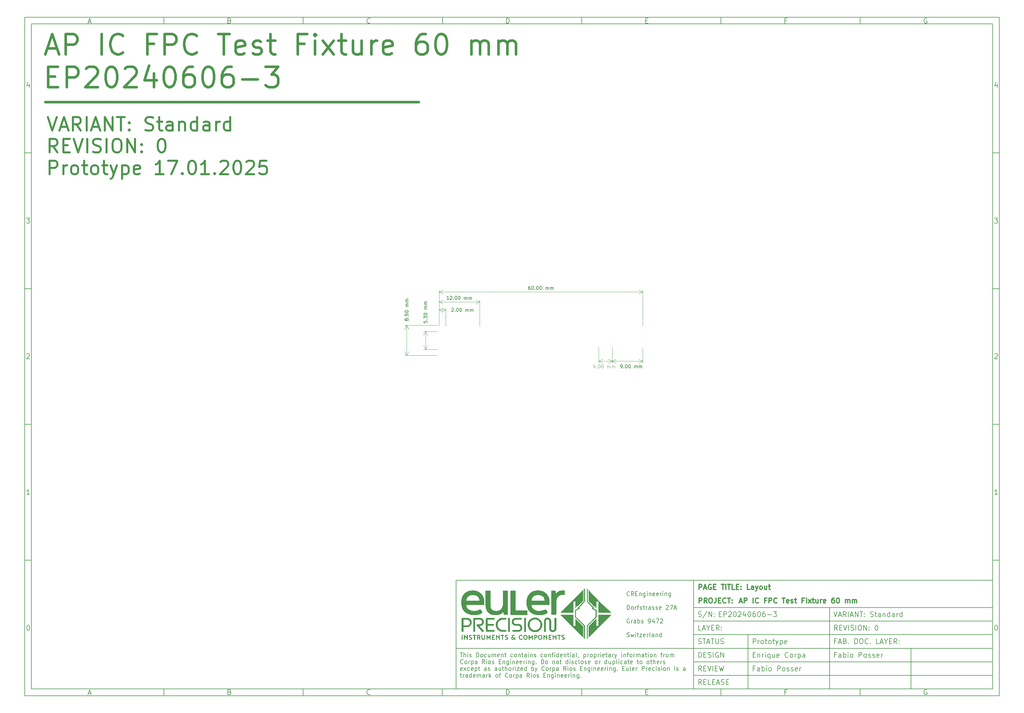
<source format=gbr>
%TF.GenerationSoftware,KiCad,Pcbnew,8.0.9-1.fc41*%
%TF.CreationDate,2025-03-16T15:25:29+01:00*%
%TF.ProjectId,0100_COVERSHEET,30313030-5f43-44f5-9645-525348454554,0*%
%TF.SameCoordinates,Original*%
%TF.FileFunction,OtherDrawing,Comment*%
%FSLAX46Y46*%
G04 Gerber Fmt 4.6, Leading zero omitted, Abs format (unit mm)*
G04 Created by KiCad (PCBNEW 8.0.9-1.fc41) date 2025-03-16 15:25:29*
%MOMM*%
%LPD*%
G01*
G04 APERTURE LIST*
%ADD10C,0.100000*%
%ADD11C,0.150000*%
%ADD12C,0.300000*%
%ADD13C,0.750000*%
%ADD14C,0.600000*%
%ADD15C,0.000001*%
G04 APERTURE END LIST*
D10*
D11*
X7000000Y-203000000D02*
X290000000Y-203000000D01*
X290000000Y-7000000D01*
X7000000Y-7000000D01*
X7000000Y-203000000D01*
D10*
D11*
X132000000Y-171000000D02*
X290000000Y-171000000D01*
X290000000Y-203000000D01*
X132000000Y-203000000D01*
X132000000Y-171000000D01*
D10*
D11*
X202000000Y-203000000D02*
X202000000Y-171000000D01*
D10*
D11*
X290000000Y-199000000D02*
X202000000Y-199000000D01*
D10*
D11*
X290000000Y-195000000D02*
X202000000Y-195000000D01*
D10*
D11*
X290000000Y-191000000D02*
X201000000Y-191000000D01*
D10*
D11*
X290000000Y-187000000D02*
X202000000Y-187000000D01*
D10*
D11*
X290000000Y-183000000D02*
X202000000Y-183000000D01*
D10*
D11*
X290000000Y-179000000D02*
X202000000Y-179000000D01*
D10*
D11*
X266000000Y-203000000D02*
X266000000Y-191000000D01*
D10*
D11*
X242000000Y-203000000D02*
X242000000Y-179000000D01*
D10*
D11*
X218000000Y-203000000D02*
X218000000Y-187000000D01*
D10*
D12*
X203556710Y-173685528D02*
X203556710Y-172185528D01*
X203556710Y-172185528D02*
X204128139Y-172185528D01*
X204128139Y-172185528D02*
X204270996Y-172256957D01*
X204270996Y-172256957D02*
X204342425Y-172328385D01*
X204342425Y-172328385D02*
X204413853Y-172471242D01*
X204413853Y-172471242D02*
X204413853Y-172685528D01*
X204413853Y-172685528D02*
X204342425Y-172828385D01*
X204342425Y-172828385D02*
X204270996Y-172899814D01*
X204270996Y-172899814D02*
X204128139Y-172971242D01*
X204128139Y-172971242D02*
X203556710Y-172971242D01*
X204985282Y-173256957D02*
X205699568Y-173256957D01*
X204842425Y-173685528D02*
X205342425Y-172185528D01*
X205342425Y-172185528D02*
X205842425Y-173685528D01*
X207128139Y-172256957D02*
X206985282Y-172185528D01*
X206985282Y-172185528D02*
X206770996Y-172185528D01*
X206770996Y-172185528D02*
X206556710Y-172256957D01*
X206556710Y-172256957D02*
X206413853Y-172399814D01*
X206413853Y-172399814D02*
X206342424Y-172542671D01*
X206342424Y-172542671D02*
X206270996Y-172828385D01*
X206270996Y-172828385D02*
X206270996Y-173042671D01*
X206270996Y-173042671D02*
X206342424Y-173328385D01*
X206342424Y-173328385D02*
X206413853Y-173471242D01*
X206413853Y-173471242D02*
X206556710Y-173614100D01*
X206556710Y-173614100D02*
X206770996Y-173685528D01*
X206770996Y-173685528D02*
X206913853Y-173685528D01*
X206913853Y-173685528D02*
X207128139Y-173614100D01*
X207128139Y-173614100D02*
X207199567Y-173542671D01*
X207199567Y-173542671D02*
X207199567Y-173042671D01*
X207199567Y-173042671D02*
X206913853Y-173042671D01*
X207842424Y-172899814D02*
X208342424Y-172899814D01*
X208556710Y-173685528D02*
X207842424Y-173685528D01*
X207842424Y-173685528D02*
X207842424Y-172185528D01*
X207842424Y-172185528D02*
X208556710Y-172185528D01*
X210128139Y-172185528D02*
X210985282Y-172185528D01*
X210556710Y-173685528D02*
X210556710Y-172185528D01*
X211485281Y-173685528D02*
X211485281Y-172185528D01*
X211985282Y-172185528D02*
X212842425Y-172185528D01*
X212413853Y-173685528D02*
X212413853Y-172185528D01*
X214056710Y-173685528D02*
X213342424Y-173685528D01*
X213342424Y-173685528D02*
X213342424Y-172185528D01*
X214556710Y-172899814D02*
X215056710Y-172899814D01*
X215270996Y-173685528D02*
X214556710Y-173685528D01*
X214556710Y-173685528D02*
X214556710Y-172185528D01*
X214556710Y-172185528D02*
X215270996Y-172185528D01*
X215913853Y-173542671D02*
X215985282Y-173614100D01*
X215985282Y-173614100D02*
X215913853Y-173685528D01*
X215913853Y-173685528D02*
X215842425Y-173614100D01*
X215842425Y-173614100D02*
X215913853Y-173542671D01*
X215913853Y-173542671D02*
X215913853Y-173685528D01*
X215913853Y-172756957D02*
X215985282Y-172828385D01*
X215985282Y-172828385D02*
X215913853Y-172899814D01*
X215913853Y-172899814D02*
X215842425Y-172828385D01*
X215842425Y-172828385D02*
X215913853Y-172756957D01*
X215913853Y-172756957D02*
X215913853Y-172899814D01*
X218485282Y-173685528D02*
X217770996Y-173685528D01*
X217770996Y-173685528D02*
X217770996Y-172185528D01*
X219628140Y-173685528D02*
X219628140Y-172899814D01*
X219628140Y-172899814D02*
X219556711Y-172756957D01*
X219556711Y-172756957D02*
X219413854Y-172685528D01*
X219413854Y-172685528D02*
X219128140Y-172685528D01*
X219128140Y-172685528D02*
X218985282Y-172756957D01*
X219628140Y-173614100D02*
X219485282Y-173685528D01*
X219485282Y-173685528D02*
X219128140Y-173685528D01*
X219128140Y-173685528D02*
X218985282Y-173614100D01*
X218985282Y-173614100D02*
X218913854Y-173471242D01*
X218913854Y-173471242D02*
X218913854Y-173328385D01*
X218913854Y-173328385D02*
X218985282Y-173185528D01*
X218985282Y-173185528D02*
X219128140Y-173114100D01*
X219128140Y-173114100D02*
X219485282Y-173114100D01*
X219485282Y-173114100D02*
X219628140Y-173042671D01*
X220199568Y-172685528D02*
X220556711Y-173685528D01*
X220913854Y-172685528D02*
X220556711Y-173685528D01*
X220556711Y-173685528D02*
X220413854Y-174042671D01*
X220413854Y-174042671D02*
X220342425Y-174114100D01*
X220342425Y-174114100D02*
X220199568Y-174185528D01*
X221699568Y-173685528D02*
X221556711Y-173614100D01*
X221556711Y-173614100D02*
X221485282Y-173542671D01*
X221485282Y-173542671D02*
X221413854Y-173399814D01*
X221413854Y-173399814D02*
X221413854Y-172971242D01*
X221413854Y-172971242D02*
X221485282Y-172828385D01*
X221485282Y-172828385D02*
X221556711Y-172756957D01*
X221556711Y-172756957D02*
X221699568Y-172685528D01*
X221699568Y-172685528D02*
X221913854Y-172685528D01*
X221913854Y-172685528D02*
X222056711Y-172756957D01*
X222056711Y-172756957D02*
X222128140Y-172828385D01*
X222128140Y-172828385D02*
X222199568Y-172971242D01*
X222199568Y-172971242D02*
X222199568Y-173399814D01*
X222199568Y-173399814D02*
X222128140Y-173542671D01*
X222128140Y-173542671D02*
X222056711Y-173614100D01*
X222056711Y-173614100D02*
X221913854Y-173685528D01*
X221913854Y-173685528D02*
X221699568Y-173685528D01*
X223485283Y-172685528D02*
X223485283Y-173685528D01*
X222842425Y-172685528D02*
X222842425Y-173471242D01*
X222842425Y-173471242D02*
X222913854Y-173614100D01*
X222913854Y-173614100D02*
X223056711Y-173685528D01*
X223056711Y-173685528D02*
X223270997Y-173685528D01*
X223270997Y-173685528D02*
X223413854Y-173614100D01*
X223413854Y-173614100D02*
X223485283Y-173542671D01*
X223985283Y-172685528D02*
X224556711Y-172685528D01*
X224199568Y-172185528D02*
X224199568Y-173471242D01*
X224199568Y-173471242D02*
X224270997Y-173614100D01*
X224270997Y-173614100D02*
X224413854Y-173685528D01*
X224413854Y-173685528D02*
X224556711Y-173685528D01*
D10*
D11*
X201000000Y-191000000D02*
X132000000Y-191000000D01*
D10*
D12*
X203554510Y-177678328D02*
X203554510Y-176178328D01*
X203554510Y-176178328D02*
X204125939Y-176178328D01*
X204125939Y-176178328D02*
X204268796Y-176249757D01*
X204268796Y-176249757D02*
X204340225Y-176321185D01*
X204340225Y-176321185D02*
X204411653Y-176464042D01*
X204411653Y-176464042D02*
X204411653Y-176678328D01*
X204411653Y-176678328D02*
X204340225Y-176821185D01*
X204340225Y-176821185D02*
X204268796Y-176892614D01*
X204268796Y-176892614D02*
X204125939Y-176964042D01*
X204125939Y-176964042D02*
X203554510Y-176964042D01*
X205911653Y-177678328D02*
X205411653Y-176964042D01*
X205054510Y-177678328D02*
X205054510Y-176178328D01*
X205054510Y-176178328D02*
X205625939Y-176178328D01*
X205625939Y-176178328D02*
X205768796Y-176249757D01*
X205768796Y-176249757D02*
X205840225Y-176321185D01*
X205840225Y-176321185D02*
X205911653Y-176464042D01*
X205911653Y-176464042D02*
X205911653Y-176678328D01*
X205911653Y-176678328D02*
X205840225Y-176821185D01*
X205840225Y-176821185D02*
X205768796Y-176892614D01*
X205768796Y-176892614D02*
X205625939Y-176964042D01*
X205625939Y-176964042D02*
X205054510Y-176964042D01*
X206840225Y-176178328D02*
X207125939Y-176178328D01*
X207125939Y-176178328D02*
X207268796Y-176249757D01*
X207268796Y-176249757D02*
X207411653Y-176392614D01*
X207411653Y-176392614D02*
X207483082Y-176678328D01*
X207483082Y-176678328D02*
X207483082Y-177178328D01*
X207483082Y-177178328D02*
X207411653Y-177464042D01*
X207411653Y-177464042D02*
X207268796Y-177606900D01*
X207268796Y-177606900D02*
X207125939Y-177678328D01*
X207125939Y-177678328D02*
X206840225Y-177678328D01*
X206840225Y-177678328D02*
X206697368Y-177606900D01*
X206697368Y-177606900D02*
X206554510Y-177464042D01*
X206554510Y-177464042D02*
X206483082Y-177178328D01*
X206483082Y-177178328D02*
X206483082Y-176678328D01*
X206483082Y-176678328D02*
X206554510Y-176392614D01*
X206554510Y-176392614D02*
X206697368Y-176249757D01*
X206697368Y-176249757D02*
X206840225Y-176178328D01*
X208554511Y-176178328D02*
X208554511Y-177249757D01*
X208554511Y-177249757D02*
X208483082Y-177464042D01*
X208483082Y-177464042D02*
X208340225Y-177606900D01*
X208340225Y-177606900D02*
X208125939Y-177678328D01*
X208125939Y-177678328D02*
X207983082Y-177678328D01*
X209268796Y-176892614D02*
X209768796Y-176892614D01*
X209983082Y-177678328D02*
X209268796Y-177678328D01*
X209268796Y-177678328D02*
X209268796Y-176178328D01*
X209268796Y-176178328D02*
X209983082Y-176178328D01*
X211483082Y-177535471D02*
X211411654Y-177606900D01*
X211411654Y-177606900D02*
X211197368Y-177678328D01*
X211197368Y-177678328D02*
X211054511Y-177678328D01*
X211054511Y-177678328D02*
X210840225Y-177606900D01*
X210840225Y-177606900D02*
X210697368Y-177464042D01*
X210697368Y-177464042D02*
X210625939Y-177321185D01*
X210625939Y-177321185D02*
X210554511Y-177035471D01*
X210554511Y-177035471D02*
X210554511Y-176821185D01*
X210554511Y-176821185D02*
X210625939Y-176535471D01*
X210625939Y-176535471D02*
X210697368Y-176392614D01*
X210697368Y-176392614D02*
X210840225Y-176249757D01*
X210840225Y-176249757D02*
X211054511Y-176178328D01*
X211054511Y-176178328D02*
X211197368Y-176178328D01*
X211197368Y-176178328D02*
X211411654Y-176249757D01*
X211411654Y-176249757D02*
X211483082Y-176321185D01*
X211911654Y-176178328D02*
X212768797Y-176178328D01*
X212340225Y-177678328D02*
X212340225Y-176178328D01*
X213268796Y-177535471D02*
X213340225Y-177606900D01*
X213340225Y-177606900D02*
X213268796Y-177678328D01*
X213268796Y-177678328D02*
X213197368Y-177606900D01*
X213197368Y-177606900D02*
X213268796Y-177535471D01*
X213268796Y-177535471D02*
X213268796Y-177678328D01*
X213268796Y-176749757D02*
X213340225Y-176821185D01*
X213340225Y-176821185D02*
X213268796Y-176892614D01*
X213268796Y-176892614D02*
X213197368Y-176821185D01*
X213197368Y-176821185D02*
X213268796Y-176749757D01*
X213268796Y-176749757D02*
X213268796Y-176892614D01*
D10*
D11*
X203384398Y-181614700D02*
X203598684Y-181686128D01*
X203598684Y-181686128D02*
X203955826Y-181686128D01*
X203955826Y-181686128D02*
X204098684Y-181614700D01*
X204098684Y-181614700D02*
X204170112Y-181543271D01*
X204170112Y-181543271D02*
X204241541Y-181400414D01*
X204241541Y-181400414D02*
X204241541Y-181257557D01*
X204241541Y-181257557D02*
X204170112Y-181114700D01*
X204170112Y-181114700D02*
X204098684Y-181043271D01*
X204098684Y-181043271D02*
X203955826Y-180971842D01*
X203955826Y-180971842D02*
X203670112Y-180900414D01*
X203670112Y-180900414D02*
X203527255Y-180828985D01*
X203527255Y-180828985D02*
X203455826Y-180757557D01*
X203455826Y-180757557D02*
X203384398Y-180614700D01*
X203384398Y-180614700D02*
X203384398Y-180471842D01*
X203384398Y-180471842D02*
X203455826Y-180328985D01*
X203455826Y-180328985D02*
X203527255Y-180257557D01*
X203527255Y-180257557D02*
X203670112Y-180186128D01*
X203670112Y-180186128D02*
X204027255Y-180186128D01*
X204027255Y-180186128D02*
X204241541Y-180257557D01*
X205955826Y-180114700D02*
X204670112Y-182043271D01*
X206455826Y-181686128D02*
X206455826Y-180186128D01*
X206455826Y-180186128D02*
X207312969Y-181686128D01*
X207312969Y-181686128D02*
X207312969Y-180186128D01*
X208027255Y-181543271D02*
X208098684Y-181614700D01*
X208098684Y-181614700D02*
X208027255Y-181686128D01*
X208027255Y-181686128D02*
X207955827Y-181614700D01*
X207955827Y-181614700D02*
X208027255Y-181543271D01*
X208027255Y-181543271D02*
X208027255Y-181686128D01*
X208027255Y-180757557D02*
X208098684Y-180828985D01*
X208098684Y-180828985D02*
X208027255Y-180900414D01*
X208027255Y-180900414D02*
X207955827Y-180828985D01*
X207955827Y-180828985D02*
X208027255Y-180757557D01*
X208027255Y-180757557D02*
X208027255Y-180900414D01*
D10*
D11*
X203455826Y-193686128D02*
X203455826Y-192186128D01*
X203455826Y-192186128D02*
X203812969Y-192186128D01*
X203812969Y-192186128D02*
X204027255Y-192257557D01*
X204027255Y-192257557D02*
X204170112Y-192400414D01*
X204170112Y-192400414D02*
X204241541Y-192543271D01*
X204241541Y-192543271D02*
X204312969Y-192828985D01*
X204312969Y-192828985D02*
X204312969Y-193043271D01*
X204312969Y-193043271D02*
X204241541Y-193328985D01*
X204241541Y-193328985D02*
X204170112Y-193471842D01*
X204170112Y-193471842D02*
X204027255Y-193614700D01*
X204027255Y-193614700D02*
X203812969Y-193686128D01*
X203812969Y-193686128D02*
X203455826Y-193686128D01*
X204955826Y-192900414D02*
X205455826Y-192900414D01*
X205670112Y-193686128D02*
X204955826Y-193686128D01*
X204955826Y-193686128D02*
X204955826Y-192186128D01*
X204955826Y-192186128D02*
X205670112Y-192186128D01*
X206241541Y-193614700D02*
X206455827Y-193686128D01*
X206455827Y-193686128D02*
X206812969Y-193686128D01*
X206812969Y-193686128D02*
X206955827Y-193614700D01*
X206955827Y-193614700D02*
X207027255Y-193543271D01*
X207027255Y-193543271D02*
X207098684Y-193400414D01*
X207098684Y-193400414D02*
X207098684Y-193257557D01*
X207098684Y-193257557D02*
X207027255Y-193114700D01*
X207027255Y-193114700D02*
X206955827Y-193043271D01*
X206955827Y-193043271D02*
X206812969Y-192971842D01*
X206812969Y-192971842D02*
X206527255Y-192900414D01*
X206527255Y-192900414D02*
X206384398Y-192828985D01*
X206384398Y-192828985D02*
X206312969Y-192757557D01*
X206312969Y-192757557D02*
X206241541Y-192614700D01*
X206241541Y-192614700D02*
X206241541Y-192471842D01*
X206241541Y-192471842D02*
X206312969Y-192328985D01*
X206312969Y-192328985D02*
X206384398Y-192257557D01*
X206384398Y-192257557D02*
X206527255Y-192186128D01*
X206527255Y-192186128D02*
X206884398Y-192186128D01*
X206884398Y-192186128D02*
X207098684Y-192257557D01*
X207741540Y-193686128D02*
X207741540Y-192186128D01*
X209241541Y-192257557D02*
X209098684Y-192186128D01*
X209098684Y-192186128D02*
X208884398Y-192186128D01*
X208884398Y-192186128D02*
X208670112Y-192257557D01*
X208670112Y-192257557D02*
X208527255Y-192400414D01*
X208527255Y-192400414D02*
X208455826Y-192543271D01*
X208455826Y-192543271D02*
X208384398Y-192828985D01*
X208384398Y-192828985D02*
X208384398Y-193043271D01*
X208384398Y-193043271D02*
X208455826Y-193328985D01*
X208455826Y-193328985D02*
X208527255Y-193471842D01*
X208527255Y-193471842D02*
X208670112Y-193614700D01*
X208670112Y-193614700D02*
X208884398Y-193686128D01*
X208884398Y-193686128D02*
X209027255Y-193686128D01*
X209027255Y-193686128D02*
X209241541Y-193614700D01*
X209241541Y-193614700D02*
X209312969Y-193543271D01*
X209312969Y-193543271D02*
X209312969Y-193043271D01*
X209312969Y-193043271D02*
X209027255Y-193043271D01*
X209955826Y-193686128D02*
X209955826Y-192186128D01*
X209955826Y-192186128D02*
X210812969Y-193686128D01*
X210812969Y-193686128D02*
X210812969Y-192186128D01*
D10*
D11*
X204312969Y-197686128D02*
X203812969Y-196971842D01*
X203455826Y-197686128D02*
X203455826Y-196186128D01*
X203455826Y-196186128D02*
X204027255Y-196186128D01*
X204027255Y-196186128D02*
X204170112Y-196257557D01*
X204170112Y-196257557D02*
X204241541Y-196328985D01*
X204241541Y-196328985D02*
X204312969Y-196471842D01*
X204312969Y-196471842D02*
X204312969Y-196686128D01*
X204312969Y-196686128D02*
X204241541Y-196828985D01*
X204241541Y-196828985D02*
X204170112Y-196900414D01*
X204170112Y-196900414D02*
X204027255Y-196971842D01*
X204027255Y-196971842D02*
X203455826Y-196971842D01*
X204955826Y-196900414D02*
X205455826Y-196900414D01*
X205670112Y-197686128D02*
X204955826Y-197686128D01*
X204955826Y-197686128D02*
X204955826Y-196186128D01*
X204955826Y-196186128D02*
X205670112Y-196186128D01*
X206098684Y-196186128D02*
X206598684Y-197686128D01*
X206598684Y-197686128D02*
X207098684Y-196186128D01*
X207598683Y-197686128D02*
X207598683Y-196186128D01*
X208312969Y-196900414D02*
X208812969Y-196900414D01*
X209027255Y-197686128D02*
X208312969Y-197686128D01*
X208312969Y-197686128D02*
X208312969Y-196186128D01*
X208312969Y-196186128D02*
X209027255Y-196186128D01*
X209527255Y-196186128D02*
X209884398Y-197686128D01*
X209884398Y-197686128D02*
X210170112Y-196614700D01*
X210170112Y-196614700D02*
X210455827Y-197686128D01*
X210455827Y-197686128D02*
X210812970Y-196186128D01*
D10*
D11*
X204312969Y-201686128D02*
X203812969Y-200971842D01*
X203455826Y-201686128D02*
X203455826Y-200186128D01*
X203455826Y-200186128D02*
X204027255Y-200186128D01*
X204027255Y-200186128D02*
X204170112Y-200257557D01*
X204170112Y-200257557D02*
X204241541Y-200328985D01*
X204241541Y-200328985D02*
X204312969Y-200471842D01*
X204312969Y-200471842D02*
X204312969Y-200686128D01*
X204312969Y-200686128D02*
X204241541Y-200828985D01*
X204241541Y-200828985D02*
X204170112Y-200900414D01*
X204170112Y-200900414D02*
X204027255Y-200971842D01*
X204027255Y-200971842D02*
X203455826Y-200971842D01*
X204955826Y-200900414D02*
X205455826Y-200900414D01*
X205670112Y-201686128D02*
X204955826Y-201686128D01*
X204955826Y-201686128D02*
X204955826Y-200186128D01*
X204955826Y-200186128D02*
X205670112Y-200186128D01*
X207027255Y-201686128D02*
X206312969Y-201686128D01*
X206312969Y-201686128D02*
X206312969Y-200186128D01*
X207527255Y-200900414D02*
X208027255Y-200900414D01*
X208241541Y-201686128D02*
X207527255Y-201686128D01*
X207527255Y-201686128D02*
X207527255Y-200186128D01*
X207527255Y-200186128D02*
X208241541Y-200186128D01*
X208812970Y-201257557D02*
X209527256Y-201257557D01*
X208670113Y-201686128D02*
X209170113Y-200186128D01*
X209170113Y-200186128D02*
X209670113Y-201686128D01*
X210098684Y-201614700D02*
X210312970Y-201686128D01*
X210312970Y-201686128D02*
X210670112Y-201686128D01*
X210670112Y-201686128D02*
X210812970Y-201614700D01*
X210812970Y-201614700D02*
X210884398Y-201543271D01*
X210884398Y-201543271D02*
X210955827Y-201400414D01*
X210955827Y-201400414D02*
X210955827Y-201257557D01*
X210955827Y-201257557D02*
X210884398Y-201114700D01*
X210884398Y-201114700D02*
X210812970Y-201043271D01*
X210812970Y-201043271D02*
X210670112Y-200971842D01*
X210670112Y-200971842D02*
X210384398Y-200900414D01*
X210384398Y-200900414D02*
X210241541Y-200828985D01*
X210241541Y-200828985D02*
X210170112Y-200757557D01*
X210170112Y-200757557D02*
X210098684Y-200614700D01*
X210098684Y-200614700D02*
X210098684Y-200471842D01*
X210098684Y-200471842D02*
X210170112Y-200328985D01*
X210170112Y-200328985D02*
X210241541Y-200257557D01*
X210241541Y-200257557D02*
X210384398Y-200186128D01*
X210384398Y-200186128D02*
X210741541Y-200186128D01*
X210741541Y-200186128D02*
X210955827Y-200257557D01*
X211598683Y-200900414D02*
X212098683Y-200900414D01*
X212312969Y-201686128D02*
X211598683Y-201686128D01*
X211598683Y-201686128D02*
X211598683Y-200186128D01*
X211598683Y-200186128D02*
X212312969Y-200186128D01*
D10*
D11*
X243241541Y-180186128D02*
X243741541Y-181686128D01*
X243741541Y-181686128D02*
X244241541Y-180186128D01*
X244670112Y-181257557D02*
X245384398Y-181257557D01*
X244527255Y-181686128D02*
X245027255Y-180186128D01*
X245027255Y-180186128D02*
X245527255Y-181686128D01*
X246884397Y-181686128D02*
X246384397Y-180971842D01*
X246027254Y-181686128D02*
X246027254Y-180186128D01*
X246027254Y-180186128D02*
X246598683Y-180186128D01*
X246598683Y-180186128D02*
X246741540Y-180257557D01*
X246741540Y-180257557D02*
X246812969Y-180328985D01*
X246812969Y-180328985D02*
X246884397Y-180471842D01*
X246884397Y-180471842D02*
X246884397Y-180686128D01*
X246884397Y-180686128D02*
X246812969Y-180828985D01*
X246812969Y-180828985D02*
X246741540Y-180900414D01*
X246741540Y-180900414D02*
X246598683Y-180971842D01*
X246598683Y-180971842D02*
X246027254Y-180971842D01*
X247527254Y-181686128D02*
X247527254Y-180186128D01*
X248170112Y-181257557D02*
X248884398Y-181257557D01*
X248027255Y-181686128D02*
X248527255Y-180186128D01*
X248527255Y-180186128D02*
X249027255Y-181686128D01*
X249527254Y-181686128D02*
X249527254Y-180186128D01*
X249527254Y-180186128D02*
X250384397Y-181686128D01*
X250384397Y-181686128D02*
X250384397Y-180186128D01*
X250884398Y-180186128D02*
X251741541Y-180186128D01*
X251312969Y-181686128D02*
X251312969Y-180186128D01*
X252241540Y-181543271D02*
X252312969Y-181614700D01*
X252312969Y-181614700D02*
X252241540Y-181686128D01*
X252241540Y-181686128D02*
X252170112Y-181614700D01*
X252170112Y-181614700D02*
X252241540Y-181543271D01*
X252241540Y-181543271D02*
X252241540Y-181686128D01*
X252241540Y-180757557D02*
X252312969Y-180828985D01*
X252312969Y-180828985D02*
X252241540Y-180900414D01*
X252241540Y-180900414D02*
X252170112Y-180828985D01*
X252170112Y-180828985D02*
X252241540Y-180757557D01*
X252241540Y-180757557D02*
X252241540Y-180900414D01*
X254027255Y-181614700D02*
X254241541Y-181686128D01*
X254241541Y-181686128D02*
X254598683Y-181686128D01*
X254598683Y-181686128D02*
X254741541Y-181614700D01*
X254741541Y-181614700D02*
X254812969Y-181543271D01*
X254812969Y-181543271D02*
X254884398Y-181400414D01*
X254884398Y-181400414D02*
X254884398Y-181257557D01*
X254884398Y-181257557D02*
X254812969Y-181114700D01*
X254812969Y-181114700D02*
X254741541Y-181043271D01*
X254741541Y-181043271D02*
X254598683Y-180971842D01*
X254598683Y-180971842D02*
X254312969Y-180900414D01*
X254312969Y-180900414D02*
X254170112Y-180828985D01*
X254170112Y-180828985D02*
X254098683Y-180757557D01*
X254098683Y-180757557D02*
X254027255Y-180614700D01*
X254027255Y-180614700D02*
X254027255Y-180471842D01*
X254027255Y-180471842D02*
X254098683Y-180328985D01*
X254098683Y-180328985D02*
X254170112Y-180257557D01*
X254170112Y-180257557D02*
X254312969Y-180186128D01*
X254312969Y-180186128D02*
X254670112Y-180186128D01*
X254670112Y-180186128D02*
X254884398Y-180257557D01*
X255312969Y-180686128D02*
X255884397Y-180686128D01*
X255527254Y-180186128D02*
X255527254Y-181471842D01*
X255527254Y-181471842D02*
X255598683Y-181614700D01*
X255598683Y-181614700D02*
X255741540Y-181686128D01*
X255741540Y-181686128D02*
X255884397Y-181686128D01*
X257027255Y-181686128D02*
X257027255Y-180900414D01*
X257027255Y-180900414D02*
X256955826Y-180757557D01*
X256955826Y-180757557D02*
X256812969Y-180686128D01*
X256812969Y-180686128D02*
X256527255Y-180686128D01*
X256527255Y-180686128D02*
X256384397Y-180757557D01*
X257027255Y-181614700D02*
X256884397Y-181686128D01*
X256884397Y-181686128D02*
X256527255Y-181686128D01*
X256527255Y-181686128D02*
X256384397Y-181614700D01*
X256384397Y-181614700D02*
X256312969Y-181471842D01*
X256312969Y-181471842D02*
X256312969Y-181328985D01*
X256312969Y-181328985D02*
X256384397Y-181186128D01*
X256384397Y-181186128D02*
X256527255Y-181114700D01*
X256527255Y-181114700D02*
X256884397Y-181114700D01*
X256884397Y-181114700D02*
X257027255Y-181043271D01*
X257741540Y-180686128D02*
X257741540Y-181686128D01*
X257741540Y-180828985D02*
X257812969Y-180757557D01*
X257812969Y-180757557D02*
X257955826Y-180686128D01*
X257955826Y-180686128D02*
X258170112Y-180686128D01*
X258170112Y-180686128D02*
X258312969Y-180757557D01*
X258312969Y-180757557D02*
X258384398Y-180900414D01*
X258384398Y-180900414D02*
X258384398Y-181686128D01*
X259741541Y-181686128D02*
X259741541Y-180186128D01*
X259741541Y-181614700D02*
X259598683Y-181686128D01*
X259598683Y-181686128D02*
X259312969Y-181686128D01*
X259312969Y-181686128D02*
X259170112Y-181614700D01*
X259170112Y-181614700D02*
X259098683Y-181543271D01*
X259098683Y-181543271D02*
X259027255Y-181400414D01*
X259027255Y-181400414D02*
X259027255Y-180971842D01*
X259027255Y-180971842D02*
X259098683Y-180828985D01*
X259098683Y-180828985D02*
X259170112Y-180757557D01*
X259170112Y-180757557D02*
X259312969Y-180686128D01*
X259312969Y-180686128D02*
X259598683Y-180686128D01*
X259598683Y-180686128D02*
X259741541Y-180757557D01*
X261098684Y-181686128D02*
X261098684Y-180900414D01*
X261098684Y-180900414D02*
X261027255Y-180757557D01*
X261027255Y-180757557D02*
X260884398Y-180686128D01*
X260884398Y-180686128D02*
X260598684Y-180686128D01*
X260598684Y-180686128D02*
X260455826Y-180757557D01*
X261098684Y-181614700D02*
X260955826Y-181686128D01*
X260955826Y-181686128D02*
X260598684Y-181686128D01*
X260598684Y-181686128D02*
X260455826Y-181614700D01*
X260455826Y-181614700D02*
X260384398Y-181471842D01*
X260384398Y-181471842D02*
X260384398Y-181328985D01*
X260384398Y-181328985D02*
X260455826Y-181186128D01*
X260455826Y-181186128D02*
X260598684Y-181114700D01*
X260598684Y-181114700D02*
X260955826Y-181114700D01*
X260955826Y-181114700D02*
X261098684Y-181043271D01*
X261812969Y-181686128D02*
X261812969Y-180686128D01*
X261812969Y-180971842D02*
X261884398Y-180828985D01*
X261884398Y-180828985D02*
X261955827Y-180757557D01*
X261955827Y-180757557D02*
X262098684Y-180686128D01*
X262098684Y-180686128D02*
X262241541Y-180686128D01*
X263384398Y-181686128D02*
X263384398Y-180186128D01*
X263384398Y-181614700D02*
X263241540Y-181686128D01*
X263241540Y-181686128D02*
X262955826Y-181686128D01*
X262955826Y-181686128D02*
X262812969Y-181614700D01*
X262812969Y-181614700D02*
X262741540Y-181543271D01*
X262741540Y-181543271D02*
X262670112Y-181400414D01*
X262670112Y-181400414D02*
X262670112Y-180971842D01*
X262670112Y-180971842D02*
X262741540Y-180828985D01*
X262741540Y-180828985D02*
X262812969Y-180757557D01*
X262812969Y-180757557D02*
X262955826Y-180686128D01*
X262955826Y-180686128D02*
X263241540Y-180686128D01*
X263241540Y-180686128D02*
X263384398Y-180757557D01*
D10*
D11*
X244312969Y-185686128D02*
X243812969Y-184971842D01*
X243455826Y-185686128D02*
X243455826Y-184186128D01*
X243455826Y-184186128D02*
X244027255Y-184186128D01*
X244027255Y-184186128D02*
X244170112Y-184257557D01*
X244170112Y-184257557D02*
X244241541Y-184328985D01*
X244241541Y-184328985D02*
X244312969Y-184471842D01*
X244312969Y-184471842D02*
X244312969Y-184686128D01*
X244312969Y-184686128D02*
X244241541Y-184828985D01*
X244241541Y-184828985D02*
X244170112Y-184900414D01*
X244170112Y-184900414D02*
X244027255Y-184971842D01*
X244027255Y-184971842D02*
X243455826Y-184971842D01*
X244955826Y-184900414D02*
X245455826Y-184900414D01*
X245670112Y-185686128D02*
X244955826Y-185686128D01*
X244955826Y-185686128D02*
X244955826Y-184186128D01*
X244955826Y-184186128D02*
X245670112Y-184186128D01*
X246098684Y-184186128D02*
X246598684Y-185686128D01*
X246598684Y-185686128D02*
X247098684Y-184186128D01*
X247598683Y-185686128D02*
X247598683Y-184186128D01*
X248241541Y-185614700D02*
X248455827Y-185686128D01*
X248455827Y-185686128D02*
X248812969Y-185686128D01*
X248812969Y-185686128D02*
X248955827Y-185614700D01*
X248955827Y-185614700D02*
X249027255Y-185543271D01*
X249027255Y-185543271D02*
X249098684Y-185400414D01*
X249098684Y-185400414D02*
X249098684Y-185257557D01*
X249098684Y-185257557D02*
X249027255Y-185114700D01*
X249027255Y-185114700D02*
X248955827Y-185043271D01*
X248955827Y-185043271D02*
X248812969Y-184971842D01*
X248812969Y-184971842D02*
X248527255Y-184900414D01*
X248527255Y-184900414D02*
X248384398Y-184828985D01*
X248384398Y-184828985D02*
X248312969Y-184757557D01*
X248312969Y-184757557D02*
X248241541Y-184614700D01*
X248241541Y-184614700D02*
X248241541Y-184471842D01*
X248241541Y-184471842D02*
X248312969Y-184328985D01*
X248312969Y-184328985D02*
X248384398Y-184257557D01*
X248384398Y-184257557D02*
X248527255Y-184186128D01*
X248527255Y-184186128D02*
X248884398Y-184186128D01*
X248884398Y-184186128D02*
X249098684Y-184257557D01*
X249741540Y-185686128D02*
X249741540Y-184186128D01*
X250741541Y-184186128D02*
X251027255Y-184186128D01*
X251027255Y-184186128D02*
X251170112Y-184257557D01*
X251170112Y-184257557D02*
X251312969Y-184400414D01*
X251312969Y-184400414D02*
X251384398Y-184686128D01*
X251384398Y-184686128D02*
X251384398Y-185186128D01*
X251384398Y-185186128D02*
X251312969Y-185471842D01*
X251312969Y-185471842D02*
X251170112Y-185614700D01*
X251170112Y-185614700D02*
X251027255Y-185686128D01*
X251027255Y-185686128D02*
X250741541Y-185686128D01*
X250741541Y-185686128D02*
X250598684Y-185614700D01*
X250598684Y-185614700D02*
X250455826Y-185471842D01*
X250455826Y-185471842D02*
X250384398Y-185186128D01*
X250384398Y-185186128D02*
X250384398Y-184686128D01*
X250384398Y-184686128D02*
X250455826Y-184400414D01*
X250455826Y-184400414D02*
X250598684Y-184257557D01*
X250598684Y-184257557D02*
X250741541Y-184186128D01*
X252027255Y-185686128D02*
X252027255Y-184186128D01*
X252027255Y-184186128D02*
X252884398Y-185686128D01*
X252884398Y-185686128D02*
X252884398Y-184186128D01*
X253598684Y-185543271D02*
X253670113Y-185614700D01*
X253670113Y-185614700D02*
X253598684Y-185686128D01*
X253598684Y-185686128D02*
X253527256Y-185614700D01*
X253527256Y-185614700D02*
X253598684Y-185543271D01*
X253598684Y-185543271D02*
X253598684Y-185686128D01*
X253598684Y-184757557D02*
X253670113Y-184828985D01*
X253670113Y-184828985D02*
X253598684Y-184900414D01*
X253598684Y-184900414D02*
X253527256Y-184828985D01*
X253527256Y-184828985D02*
X253598684Y-184757557D01*
X253598684Y-184757557D02*
X253598684Y-184900414D01*
X255741542Y-184186128D02*
X255884399Y-184186128D01*
X255884399Y-184186128D02*
X256027256Y-184257557D01*
X256027256Y-184257557D02*
X256098685Y-184328985D01*
X256098685Y-184328985D02*
X256170113Y-184471842D01*
X256170113Y-184471842D02*
X256241542Y-184757557D01*
X256241542Y-184757557D02*
X256241542Y-185114700D01*
X256241542Y-185114700D02*
X256170113Y-185400414D01*
X256170113Y-185400414D02*
X256098685Y-185543271D01*
X256098685Y-185543271D02*
X256027256Y-185614700D01*
X256027256Y-185614700D02*
X255884399Y-185686128D01*
X255884399Y-185686128D02*
X255741542Y-185686128D01*
X255741542Y-185686128D02*
X255598685Y-185614700D01*
X255598685Y-185614700D02*
X255527256Y-185543271D01*
X255527256Y-185543271D02*
X255455827Y-185400414D01*
X255455827Y-185400414D02*
X255384399Y-185114700D01*
X255384399Y-185114700D02*
X255384399Y-184757557D01*
X255384399Y-184757557D02*
X255455827Y-184471842D01*
X255455827Y-184471842D02*
X255527256Y-184328985D01*
X255527256Y-184328985D02*
X255598685Y-184257557D01*
X255598685Y-184257557D02*
X255741542Y-184186128D01*
D10*
D11*
X203384398Y-189614700D02*
X203598684Y-189686128D01*
X203598684Y-189686128D02*
X203955826Y-189686128D01*
X203955826Y-189686128D02*
X204098684Y-189614700D01*
X204098684Y-189614700D02*
X204170112Y-189543271D01*
X204170112Y-189543271D02*
X204241541Y-189400414D01*
X204241541Y-189400414D02*
X204241541Y-189257557D01*
X204241541Y-189257557D02*
X204170112Y-189114700D01*
X204170112Y-189114700D02*
X204098684Y-189043271D01*
X204098684Y-189043271D02*
X203955826Y-188971842D01*
X203955826Y-188971842D02*
X203670112Y-188900414D01*
X203670112Y-188900414D02*
X203527255Y-188828985D01*
X203527255Y-188828985D02*
X203455826Y-188757557D01*
X203455826Y-188757557D02*
X203384398Y-188614700D01*
X203384398Y-188614700D02*
X203384398Y-188471842D01*
X203384398Y-188471842D02*
X203455826Y-188328985D01*
X203455826Y-188328985D02*
X203527255Y-188257557D01*
X203527255Y-188257557D02*
X203670112Y-188186128D01*
X203670112Y-188186128D02*
X204027255Y-188186128D01*
X204027255Y-188186128D02*
X204241541Y-188257557D01*
X204670112Y-188186128D02*
X205527255Y-188186128D01*
X205098683Y-189686128D02*
X205098683Y-188186128D01*
X205955826Y-189257557D02*
X206670112Y-189257557D01*
X205812969Y-189686128D02*
X206312969Y-188186128D01*
X206312969Y-188186128D02*
X206812969Y-189686128D01*
X207098683Y-188186128D02*
X207955826Y-188186128D01*
X207527254Y-189686128D02*
X207527254Y-188186128D01*
X208455825Y-188186128D02*
X208455825Y-189400414D01*
X208455825Y-189400414D02*
X208527254Y-189543271D01*
X208527254Y-189543271D02*
X208598683Y-189614700D01*
X208598683Y-189614700D02*
X208741540Y-189686128D01*
X208741540Y-189686128D02*
X209027254Y-189686128D01*
X209027254Y-189686128D02*
X209170111Y-189614700D01*
X209170111Y-189614700D02*
X209241540Y-189543271D01*
X209241540Y-189543271D02*
X209312968Y-189400414D01*
X209312968Y-189400414D02*
X209312968Y-188186128D01*
X209955826Y-189614700D02*
X210170112Y-189686128D01*
X210170112Y-189686128D02*
X210527254Y-189686128D01*
X210527254Y-189686128D02*
X210670112Y-189614700D01*
X210670112Y-189614700D02*
X210741540Y-189543271D01*
X210741540Y-189543271D02*
X210812969Y-189400414D01*
X210812969Y-189400414D02*
X210812969Y-189257557D01*
X210812969Y-189257557D02*
X210741540Y-189114700D01*
X210741540Y-189114700D02*
X210670112Y-189043271D01*
X210670112Y-189043271D02*
X210527254Y-188971842D01*
X210527254Y-188971842D02*
X210241540Y-188900414D01*
X210241540Y-188900414D02*
X210098683Y-188828985D01*
X210098683Y-188828985D02*
X210027254Y-188757557D01*
X210027254Y-188757557D02*
X209955826Y-188614700D01*
X209955826Y-188614700D02*
X209955826Y-188471842D01*
X209955826Y-188471842D02*
X210027254Y-188328985D01*
X210027254Y-188328985D02*
X210098683Y-188257557D01*
X210098683Y-188257557D02*
X210241540Y-188186128D01*
X210241540Y-188186128D02*
X210598683Y-188186128D01*
X210598683Y-188186128D02*
X210812969Y-188257557D01*
D10*
D11*
X219455826Y-189686128D02*
X219455826Y-188186128D01*
X219455826Y-188186128D02*
X220027255Y-188186128D01*
X220027255Y-188186128D02*
X220170112Y-188257557D01*
X220170112Y-188257557D02*
X220241541Y-188328985D01*
X220241541Y-188328985D02*
X220312969Y-188471842D01*
X220312969Y-188471842D02*
X220312969Y-188686128D01*
X220312969Y-188686128D02*
X220241541Y-188828985D01*
X220241541Y-188828985D02*
X220170112Y-188900414D01*
X220170112Y-188900414D02*
X220027255Y-188971842D01*
X220027255Y-188971842D02*
X219455826Y-188971842D01*
X220955826Y-189686128D02*
X220955826Y-188686128D01*
X220955826Y-188971842D02*
X221027255Y-188828985D01*
X221027255Y-188828985D02*
X221098684Y-188757557D01*
X221098684Y-188757557D02*
X221241541Y-188686128D01*
X221241541Y-188686128D02*
X221384398Y-188686128D01*
X222098683Y-189686128D02*
X221955826Y-189614700D01*
X221955826Y-189614700D02*
X221884397Y-189543271D01*
X221884397Y-189543271D02*
X221812969Y-189400414D01*
X221812969Y-189400414D02*
X221812969Y-188971842D01*
X221812969Y-188971842D02*
X221884397Y-188828985D01*
X221884397Y-188828985D02*
X221955826Y-188757557D01*
X221955826Y-188757557D02*
X222098683Y-188686128D01*
X222098683Y-188686128D02*
X222312969Y-188686128D01*
X222312969Y-188686128D02*
X222455826Y-188757557D01*
X222455826Y-188757557D02*
X222527255Y-188828985D01*
X222527255Y-188828985D02*
X222598683Y-188971842D01*
X222598683Y-188971842D02*
X222598683Y-189400414D01*
X222598683Y-189400414D02*
X222527255Y-189543271D01*
X222527255Y-189543271D02*
X222455826Y-189614700D01*
X222455826Y-189614700D02*
X222312969Y-189686128D01*
X222312969Y-189686128D02*
X222098683Y-189686128D01*
X223027255Y-188686128D02*
X223598683Y-188686128D01*
X223241540Y-188186128D02*
X223241540Y-189471842D01*
X223241540Y-189471842D02*
X223312969Y-189614700D01*
X223312969Y-189614700D02*
X223455826Y-189686128D01*
X223455826Y-189686128D02*
X223598683Y-189686128D01*
X224312969Y-189686128D02*
X224170112Y-189614700D01*
X224170112Y-189614700D02*
X224098683Y-189543271D01*
X224098683Y-189543271D02*
X224027255Y-189400414D01*
X224027255Y-189400414D02*
X224027255Y-188971842D01*
X224027255Y-188971842D02*
X224098683Y-188828985D01*
X224098683Y-188828985D02*
X224170112Y-188757557D01*
X224170112Y-188757557D02*
X224312969Y-188686128D01*
X224312969Y-188686128D02*
X224527255Y-188686128D01*
X224527255Y-188686128D02*
X224670112Y-188757557D01*
X224670112Y-188757557D02*
X224741541Y-188828985D01*
X224741541Y-188828985D02*
X224812969Y-188971842D01*
X224812969Y-188971842D02*
X224812969Y-189400414D01*
X224812969Y-189400414D02*
X224741541Y-189543271D01*
X224741541Y-189543271D02*
X224670112Y-189614700D01*
X224670112Y-189614700D02*
X224527255Y-189686128D01*
X224527255Y-189686128D02*
X224312969Y-189686128D01*
X225241541Y-188686128D02*
X225812969Y-188686128D01*
X225455826Y-188186128D02*
X225455826Y-189471842D01*
X225455826Y-189471842D02*
X225527255Y-189614700D01*
X225527255Y-189614700D02*
X225670112Y-189686128D01*
X225670112Y-189686128D02*
X225812969Y-189686128D01*
X226170112Y-188686128D02*
X226527255Y-189686128D01*
X226884398Y-188686128D02*
X226527255Y-189686128D01*
X226527255Y-189686128D02*
X226384398Y-190043271D01*
X226384398Y-190043271D02*
X226312969Y-190114700D01*
X226312969Y-190114700D02*
X226170112Y-190186128D01*
X227455826Y-188686128D02*
X227455826Y-190186128D01*
X227455826Y-188757557D02*
X227598684Y-188686128D01*
X227598684Y-188686128D02*
X227884398Y-188686128D01*
X227884398Y-188686128D02*
X228027255Y-188757557D01*
X228027255Y-188757557D02*
X228098684Y-188828985D01*
X228098684Y-188828985D02*
X228170112Y-188971842D01*
X228170112Y-188971842D02*
X228170112Y-189400414D01*
X228170112Y-189400414D02*
X228098684Y-189543271D01*
X228098684Y-189543271D02*
X228027255Y-189614700D01*
X228027255Y-189614700D02*
X227884398Y-189686128D01*
X227884398Y-189686128D02*
X227598684Y-189686128D01*
X227598684Y-189686128D02*
X227455826Y-189614700D01*
X229384398Y-189614700D02*
X229241541Y-189686128D01*
X229241541Y-189686128D02*
X228955827Y-189686128D01*
X228955827Y-189686128D02*
X228812969Y-189614700D01*
X228812969Y-189614700D02*
X228741541Y-189471842D01*
X228741541Y-189471842D02*
X228741541Y-188900414D01*
X228741541Y-188900414D02*
X228812969Y-188757557D01*
X228812969Y-188757557D02*
X228955827Y-188686128D01*
X228955827Y-188686128D02*
X229241541Y-188686128D01*
X229241541Y-188686128D02*
X229384398Y-188757557D01*
X229384398Y-188757557D02*
X229455827Y-188900414D01*
X229455827Y-188900414D02*
X229455827Y-189043271D01*
X229455827Y-189043271D02*
X228741541Y-189186128D01*
D10*
D11*
X219955826Y-196900414D02*
X219455826Y-196900414D01*
X219455826Y-197686128D02*
X219455826Y-196186128D01*
X219455826Y-196186128D02*
X220170112Y-196186128D01*
X221384398Y-197686128D02*
X221384398Y-196900414D01*
X221384398Y-196900414D02*
X221312969Y-196757557D01*
X221312969Y-196757557D02*
X221170112Y-196686128D01*
X221170112Y-196686128D02*
X220884398Y-196686128D01*
X220884398Y-196686128D02*
X220741540Y-196757557D01*
X221384398Y-197614700D02*
X221241540Y-197686128D01*
X221241540Y-197686128D02*
X220884398Y-197686128D01*
X220884398Y-197686128D02*
X220741540Y-197614700D01*
X220741540Y-197614700D02*
X220670112Y-197471842D01*
X220670112Y-197471842D02*
X220670112Y-197328985D01*
X220670112Y-197328985D02*
X220741540Y-197186128D01*
X220741540Y-197186128D02*
X220884398Y-197114700D01*
X220884398Y-197114700D02*
X221241540Y-197114700D01*
X221241540Y-197114700D02*
X221384398Y-197043271D01*
X222098683Y-197686128D02*
X222098683Y-196186128D01*
X222098683Y-196757557D02*
X222241541Y-196686128D01*
X222241541Y-196686128D02*
X222527255Y-196686128D01*
X222527255Y-196686128D02*
X222670112Y-196757557D01*
X222670112Y-196757557D02*
X222741541Y-196828985D01*
X222741541Y-196828985D02*
X222812969Y-196971842D01*
X222812969Y-196971842D02*
X222812969Y-197400414D01*
X222812969Y-197400414D02*
X222741541Y-197543271D01*
X222741541Y-197543271D02*
X222670112Y-197614700D01*
X222670112Y-197614700D02*
X222527255Y-197686128D01*
X222527255Y-197686128D02*
X222241541Y-197686128D01*
X222241541Y-197686128D02*
X222098683Y-197614700D01*
X223455826Y-197686128D02*
X223455826Y-196686128D01*
X223455826Y-196186128D02*
X223384398Y-196257557D01*
X223384398Y-196257557D02*
X223455826Y-196328985D01*
X223455826Y-196328985D02*
X223527255Y-196257557D01*
X223527255Y-196257557D02*
X223455826Y-196186128D01*
X223455826Y-196186128D02*
X223455826Y-196328985D01*
X224384398Y-197686128D02*
X224241541Y-197614700D01*
X224241541Y-197614700D02*
X224170112Y-197543271D01*
X224170112Y-197543271D02*
X224098684Y-197400414D01*
X224098684Y-197400414D02*
X224098684Y-196971842D01*
X224098684Y-196971842D02*
X224170112Y-196828985D01*
X224170112Y-196828985D02*
X224241541Y-196757557D01*
X224241541Y-196757557D02*
X224384398Y-196686128D01*
X224384398Y-196686128D02*
X224598684Y-196686128D01*
X224598684Y-196686128D02*
X224741541Y-196757557D01*
X224741541Y-196757557D02*
X224812970Y-196828985D01*
X224812970Y-196828985D02*
X224884398Y-196971842D01*
X224884398Y-196971842D02*
X224884398Y-197400414D01*
X224884398Y-197400414D02*
X224812970Y-197543271D01*
X224812970Y-197543271D02*
X224741541Y-197614700D01*
X224741541Y-197614700D02*
X224598684Y-197686128D01*
X224598684Y-197686128D02*
X224384398Y-197686128D01*
X226670112Y-197686128D02*
X226670112Y-196186128D01*
X226670112Y-196186128D02*
X227241541Y-196186128D01*
X227241541Y-196186128D02*
X227384398Y-196257557D01*
X227384398Y-196257557D02*
X227455827Y-196328985D01*
X227455827Y-196328985D02*
X227527255Y-196471842D01*
X227527255Y-196471842D02*
X227527255Y-196686128D01*
X227527255Y-196686128D02*
X227455827Y-196828985D01*
X227455827Y-196828985D02*
X227384398Y-196900414D01*
X227384398Y-196900414D02*
X227241541Y-196971842D01*
X227241541Y-196971842D02*
X226670112Y-196971842D01*
X228384398Y-197686128D02*
X228241541Y-197614700D01*
X228241541Y-197614700D02*
X228170112Y-197543271D01*
X228170112Y-197543271D02*
X228098684Y-197400414D01*
X228098684Y-197400414D02*
X228098684Y-196971842D01*
X228098684Y-196971842D02*
X228170112Y-196828985D01*
X228170112Y-196828985D02*
X228241541Y-196757557D01*
X228241541Y-196757557D02*
X228384398Y-196686128D01*
X228384398Y-196686128D02*
X228598684Y-196686128D01*
X228598684Y-196686128D02*
X228741541Y-196757557D01*
X228741541Y-196757557D02*
X228812970Y-196828985D01*
X228812970Y-196828985D02*
X228884398Y-196971842D01*
X228884398Y-196971842D02*
X228884398Y-197400414D01*
X228884398Y-197400414D02*
X228812970Y-197543271D01*
X228812970Y-197543271D02*
X228741541Y-197614700D01*
X228741541Y-197614700D02*
X228598684Y-197686128D01*
X228598684Y-197686128D02*
X228384398Y-197686128D01*
X229455827Y-197614700D02*
X229598684Y-197686128D01*
X229598684Y-197686128D02*
X229884398Y-197686128D01*
X229884398Y-197686128D02*
X230027255Y-197614700D01*
X230027255Y-197614700D02*
X230098684Y-197471842D01*
X230098684Y-197471842D02*
X230098684Y-197400414D01*
X230098684Y-197400414D02*
X230027255Y-197257557D01*
X230027255Y-197257557D02*
X229884398Y-197186128D01*
X229884398Y-197186128D02*
X229670113Y-197186128D01*
X229670113Y-197186128D02*
X229527255Y-197114700D01*
X229527255Y-197114700D02*
X229455827Y-196971842D01*
X229455827Y-196971842D02*
X229455827Y-196900414D01*
X229455827Y-196900414D02*
X229527255Y-196757557D01*
X229527255Y-196757557D02*
X229670113Y-196686128D01*
X229670113Y-196686128D02*
X229884398Y-196686128D01*
X229884398Y-196686128D02*
X230027255Y-196757557D01*
X230670113Y-197614700D02*
X230812970Y-197686128D01*
X230812970Y-197686128D02*
X231098684Y-197686128D01*
X231098684Y-197686128D02*
X231241541Y-197614700D01*
X231241541Y-197614700D02*
X231312970Y-197471842D01*
X231312970Y-197471842D02*
X231312970Y-197400414D01*
X231312970Y-197400414D02*
X231241541Y-197257557D01*
X231241541Y-197257557D02*
X231098684Y-197186128D01*
X231098684Y-197186128D02*
X230884399Y-197186128D01*
X230884399Y-197186128D02*
X230741541Y-197114700D01*
X230741541Y-197114700D02*
X230670113Y-196971842D01*
X230670113Y-196971842D02*
X230670113Y-196900414D01*
X230670113Y-196900414D02*
X230741541Y-196757557D01*
X230741541Y-196757557D02*
X230884399Y-196686128D01*
X230884399Y-196686128D02*
X231098684Y-196686128D01*
X231098684Y-196686128D02*
X231241541Y-196757557D01*
X232527256Y-197614700D02*
X232384399Y-197686128D01*
X232384399Y-197686128D02*
X232098685Y-197686128D01*
X232098685Y-197686128D02*
X231955827Y-197614700D01*
X231955827Y-197614700D02*
X231884399Y-197471842D01*
X231884399Y-197471842D02*
X231884399Y-196900414D01*
X231884399Y-196900414D02*
X231955827Y-196757557D01*
X231955827Y-196757557D02*
X232098685Y-196686128D01*
X232098685Y-196686128D02*
X232384399Y-196686128D01*
X232384399Y-196686128D02*
X232527256Y-196757557D01*
X232527256Y-196757557D02*
X232598685Y-196900414D01*
X232598685Y-196900414D02*
X232598685Y-197043271D01*
X232598685Y-197043271D02*
X231884399Y-197186128D01*
X233241541Y-197686128D02*
X233241541Y-196686128D01*
X233241541Y-196971842D02*
X233312970Y-196828985D01*
X233312970Y-196828985D02*
X233384399Y-196757557D01*
X233384399Y-196757557D02*
X233527256Y-196686128D01*
X233527256Y-196686128D02*
X233670113Y-196686128D01*
D10*
D11*
X219455826Y-192900414D02*
X219955826Y-192900414D01*
X220170112Y-193686128D02*
X219455826Y-193686128D01*
X219455826Y-193686128D02*
X219455826Y-192186128D01*
X219455826Y-192186128D02*
X220170112Y-192186128D01*
X220812969Y-192686128D02*
X220812969Y-193686128D01*
X220812969Y-192828985D02*
X220884398Y-192757557D01*
X220884398Y-192757557D02*
X221027255Y-192686128D01*
X221027255Y-192686128D02*
X221241541Y-192686128D01*
X221241541Y-192686128D02*
X221384398Y-192757557D01*
X221384398Y-192757557D02*
X221455827Y-192900414D01*
X221455827Y-192900414D02*
X221455827Y-193686128D01*
X222170112Y-193686128D02*
X222170112Y-192686128D01*
X222170112Y-192971842D02*
X222241541Y-192828985D01*
X222241541Y-192828985D02*
X222312970Y-192757557D01*
X222312970Y-192757557D02*
X222455827Y-192686128D01*
X222455827Y-192686128D02*
X222598684Y-192686128D01*
X223098683Y-193686128D02*
X223098683Y-192686128D01*
X223098683Y-192186128D02*
X223027255Y-192257557D01*
X223027255Y-192257557D02*
X223098683Y-192328985D01*
X223098683Y-192328985D02*
X223170112Y-192257557D01*
X223170112Y-192257557D02*
X223098683Y-192186128D01*
X223098683Y-192186128D02*
X223098683Y-192328985D01*
X224455827Y-192686128D02*
X224455827Y-194186128D01*
X224455827Y-193614700D02*
X224312969Y-193686128D01*
X224312969Y-193686128D02*
X224027255Y-193686128D01*
X224027255Y-193686128D02*
X223884398Y-193614700D01*
X223884398Y-193614700D02*
X223812969Y-193543271D01*
X223812969Y-193543271D02*
X223741541Y-193400414D01*
X223741541Y-193400414D02*
X223741541Y-192971842D01*
X223741541Y-192971842D02*
X223812969Y-192828985D01*
X223812969Y-192828985D02*
X223884398Y-192757557D01*
X223884398Y-192757557D02*
X224027255Y-192686128D01*
X224027255Y-192686128D02*
X224312969Y-192686128D01*
X224312969Y-192686128D02*
X224455827Y-192757557D01*
X225812970Y-192686128D02*
X225812970Y-193686128D01*
X225170112Y-192686128D02*
X225170112Y-193471842D01*
X225170112Y-193471842D02*
X225241541Y-193614700D01*
X225241541Y-193614700D02*
X225384398Y-193686128D01*
X225384398Y-193686128D02*
X225598684Y-193686128D01*
X225598684Y-193686128D02*
X225741541Y-193614700D01*
X225741541Y-193614700D02*
X225812970Y-193543271D01*
X227098684Y-193614700D02*
X226955827Y-193686128D01*
X226955827Y-193686128D02*
X226670113Y-193686128D01*
X226670113Y-193686128D02*
X226527255Y-193614700D01*
X226527255Y-193614700D02*
X226455827Y-193471842D01*
X226455827Y-193471842D02*
X226455827Y-192900414D01*
X226455827Y-192900414D02*
X226527255Y-192757557D01*
X226527255Y-192757557D02*
X226670113Y-192686128D01*
X226670113Y-192686128D02*
X226955827Y-192686128D01*
X226955827Y-192686128D02*
X227098684Y-192757557D01*
X227098684Y-192757557D02*
X227170113Y-192900414D01*
X227170113Y-192900414D02*
X227170113Y-193043271D01*
X227170113Y-193043271D02*
X226455827Y-193186128D01*
X229812969Y-193543271D02*
X229741541Y-193614700D01*
X229741541Y-193614700D02*
X229527255Y-193686128D01*
X229527255Y-193686128D02*
X229384398Y-193686128D01*
X229384398Y-193686128D02*
X229170112Y-193614700D01*
X229170112Y-193614700D02*
X229027255Y-193471842D01*
X229027255Y-193471842D02*
X228955826Y-193328985D01*
X228955826Y-193328985D02*
X228884398Y-193043271D01*
X228884398Y-193043271D02*
X228884398Y-192828985D01*
X228884398Y-192828985D02*
X228955826Y-192543271D01*
X228955826Y-192543271D02*
X229027255Y-192400414D01*
X229027255Y-192400414D02*
X229170112Y-192257557D01*
X229170112Y-192257557D02*
X229384398Y-192186128D01*
X229384398Y-192186128D02*
X229527255Y-192186128D01*
X229527255Y-192186128D02*
X229741541Y-192257557D01*
X229741541Y-192257557D02*
X229812969Y-192328985D01*
X230670112Y-193686128D02*
X230527255Y-193614700D01*
X230527255Y-193614700D02*
X230455826Y-193543271D01*
X230455826Y-193543271D02*
X230384398Y-193400414D01*
X230384398Y-193400414D02*
X230384398Y-192971842D01*
X230384398Y-192971842D02*
X230455826Y-192828985D01*
X230455826Y-192828985D02*
X230527255Y-192757557D01*
X230527255Y-192757557D02*
X230670112Y-192686128D01*
X230670112Y-192686128D02*
X230884398Y-192686128D01*
X230884398Y-192686128D02*
X231027255Y-192757557D01*
X231027255Y-192757557D02*
X231098684Y-192828985D01*
X231098684Y-192828985D02*
X231170112Y-192971842D01*
X231170112Y-192971842D02*
X231170112Y-193400414D01*
X231170112Y-193400414D02*
X231098684Y-193543271D01*
X231098684Y-193543271D02*
X231027255Y-193614700D01*
X231027255Y-193614700D02*
X230884398Y-193686128D01*
X230884398Y-193686128D02*
X230670112Y-193686128D01*
X231812969Y-193686128D02*
X231812969Y-192686128D01*
X231812969Y-192971842D02*
X231884398Y-192828985D01*
X231884398Y-192828985D02*
X231955827Y-192757557D01*
X231955827Y-192757557D02*
X232098684Y-192686128D01*
X232098684Y-192686128D02*
X232241541Y-192686128D01*
X232741540Y-192686128D02*
X232741540Y-194186128D01*
X232741540Y-192757557D02*
X232884398Y-192686128D01*
X232884398Y-192686128D02*
X233170112Y-192686128D01*
X233170112Y-192686128D02*
X233312969Y-192757557D01*
X233312969Y-192757557D02*
X233384398Y-192828985D01*
X233384398Y-192828985D02*
X233455826Y-192971842D01*
X233455826Y-192971842D02*
X233455826Y-193400414D01*
X233455826Y-193400414D02*
X233384398Y-193543271D01*
X233384398Y-193543271D02*
X233312969Y-193614700D01*
X233312969Y-193614700D02*
X233170112Y-193686128D01*
X233170112Y-193686128D02*
X232884398Y-193686128D01*
X232884398Y-193686128D02*
X232741540Y-193614700D01*
X234741541Y-193686128D02*
X234741541Y-192900414D01*
X234741541Y-192900414D02*
X234670112Y-192757557D01*
X234670112Y-192757557D02*
X234527255Y-192686128D01*
X234527255Y-192686128D02*
X234241541Y-192686128D01*
X234241541Y-192686128D02*
X234098683Y-192757557D01*
X234741541Y-193614700D02*
X234598683Y-193686128D01*
X234598683Y-193686128D02*
X234241541Y-193686128D01*
X234241541Y-193686128D02*
X234098683Y-193614700D01*
X234098683Y-193614700D02*
X234027255Y-193471842D01*
X234027255Y-193471842D02*
X234027255Y-193328985D01*
X234027255Y-193328985D02*
X234098683Y-193186128D01*
X234098683Y-193186128D02*
X234241541Y-193114700D01*
X234241541Y-193114700D02*
X234598683Y-193114700D01*
X234598683Y-193114700D02*
X234741541Y-193043271D01*
D10*
D11*
X243955826Y-192900414D02*
X243455826Y-192900414D01*
X243455826Y-193686128D02*
X243455826Y-192186128D01*
X243455826Y-192186128D02*
X244170112Y-192186128D01*
X245384398Y-193686128D02*
X245384398Y-192900414D01*
X245384398Y-192900414D02*
X245312969Y-192757557D01*
X245312969Y-192757557D02*
X245170112Y-192686128D01*
X245170112Y-192686128D02*
X244884398Y-192686128D01*
X244884398Y-192686128D02*
X244741540Y-192757557D01*
X245384398Y-193614700D02*
X245241540Y-193686128D01*
X245241540Y-193686128D02*
X244884398Y-193686128D01*
X244884398Y-193686128D02*
X244741540Y-193614700D01*
X244741540Y-193614700D02*
X244670112Y-193471842D01*
X244670112Y-193471842D02*
X244670112Y-193328985D01*
X244670112Y-193328985D02*
X244741540Y-193186128D01*
X244741540Y-193186128D02*
X244884398Y-193114700D01*
X244884398Y-193114700D02*
X245241540Y-193114700D01*
X245241540Y-193114700D02*
X245384398Y-193043271D01*
X246098683Y-193686128D02*
X246098683Y-192186128D01*
X246098683Y-192757557D02*
X246241541Y-192686128D01*
X246241541Y-192686128D02*
X246527255Y-192686128D01*
X246527255Y-192686128D02*
X246670112Y-192757557D01*
X246670112Y-192757557D02*
X246741541Y-192828985D01*
X246741541Y-192828985D02*
X246812969Y-192971842D01*
X246812969Y-192971842D02*
X246812969Y-193400414D01*
X246812969Y-193400414D02*
X246741541Y-193543271D01*
X246741541Y-193543271D02*
X246670112Y-193614700D01*
X246670112Y-193614700D02*
X246527255Y-193686128D01*
X246527255Y-193686128D02*
X246241541Y-193686128D01*
X246241541Y-193686128D02*
X246098683Y-193614700D01*
X247455826Y-193686128D02*
X247455826Y-192686128D01*
X247455826Y-192186128D02*
X247384398Y-192257557D01*
X247384398Y-192257557D02*
X247455826Y-192328985D01*
X247455826Y-192328985D02*
X247527255Y-192257557D01*
X247527255Y-192257557D02*
X247455826Y-192186128D01*
X247455826Y-192186128D02*
X247455826Y-192328985D01*
X248384398Y-193686128D02*
X248241541Y-193614700D01*
X248241541Y-193614700D02*
X248170112Y-193543271D01*
X248170112Y-193543271D02*
X248098684Y-193400414D01*
X248098684Y-193400414D02*
X248098684Y-192971842D01*
X248098684Y-192971842D02*
X248170112Y-192828985D01*
X248170112Y-192828985D02*
X248241541Y-192757557D01*
X248241541Y-192757557D02*
X248384398Y-192686128D01*
X248384398Y-192686128D02*
X248598684Y-192686128D01*
X248598684Y-192686128D02*
X248741541Y-192757557D01*
X248741541Y-192757557D02*
X248812970Y-192828985D01*
X248812970Y-192828985D02*
X248884398Y-192971842D01*
X248884398Y-192971842D02*
X248884398Y-193400414D01*
X248884398Y-193400414D02*
X248812970Y-193543271D01*
X248812970Y-193543271D02*
X248741541Y-193614700D01*
X248741541Y-193614700D02*
X248598684Y-193686128D01*
X248598684Y-193686128D02*
X248384398Y-193686128D01*
X250670112Y-193686128D02*
X250670112Y-192186128D01*
X250670112Y-192186128D02*
X251241541Y-192186128D01*
X251241541Y-192186128D02*
X251384398Y-192257557D01*
X251384398Y-192257557D02*
X251455827Y-192328985D01*
X251455827Y-192328985D02*
X251527255Y-192471842D01*
X251527255Y-192471842D02*
X251527255Y-192686128D01*
X251527255Y-192686128D02*
X251455827Y-192828985D01*
X251455827Y-192828985D02*
X251384398Y-192900414D01*
X251384398Y-192900414D02*
X251241541Y-192971842D01*
X251241541Y-192971842D02*
X250670112Y-192971842D01*
X252384398Y-193686128D02*
X252241541Y-193614700D01*
X252241541Y-193614700D02*
X252170112Y-193543271D01*
X252170112Y-193543271D02*
X252098684Y-193400414D01*
X252098684Y-193400414D02*
X252098684Y-192971842D01*
X252098684Y-192971842D02*
X252170112Y-192828985D01*
X252170112Y-192828985D02*
X252241541Y-192757557D01*
X252241541Y-192757557D02*
X252384398Y-192686128D01*
X252384398Y-192686128D02*
X252598684Y-192686128D01*
X252598684Y-192686128D02*
X252741541Y-192757557D01*
X252741541Y-192757557D02*
X252812970Y-192828985D01*
X252812970Y-192828985D02*
X252884398Y-192971842D01*
X252884398Y-192971842D02*
X252884398Y-193400414D01*
X252884398Y-193400414D02*
X252812970Y-193543271D01*
X252812970Y-193543271D02*
X252741541Y-193614700D01*
X252741541Y-193614700D02*
X252598684Y-193686128D01*
X252598684Y-193686128D02*
X252384398Y-193686128D01*
X253455827Y-193614700D02*
X253598684Y-193686128D01*
X253598684Y-193686128D02*
X253884398Y-193686128D01*
X253884398Y-193686128D02*
X254027255Y-193614700D01*
X254027255Y-193614700D02*
X254098684Y-193471842D01*
X254098684Y-193471842D02*
X254098684Y-193400414D01*
X254098684Y-193400414D02*
X254027255Y-193257557D01*
X254027255Y-193257557D02*
X253884398Y-193186128D01*
X253884398Y-193186128D02*
X253670113Y-193186128D01*
X253670113Y-193186128D02*
X253527255Y-193114700D01*
X253527255Y-193114700D02*
X253455827Y-192971842D01*
X253455827Y-192971842D02*
X253455827Y-192900414D01*
X253455827Y-192900414D02*
X253527255Y-192757557D01*
X253527255Y-192757557D02*
X253670113Y-192686128D01*
X253670113Y-192686128D02*
X253884398Y-192686128D01*
X253884398Y-192686128D02*
X254027255Y-192757557D01*
X254670113Y-193614700D02*
X254812970Y-193686128D01*
X254812970Y-193686128D02*
X255098684Y-193686128D01*
X255098684Y-193686128D02*
X255241541Y-193614700D01*
X255241541Y-193614700D02*
X255312970Y-193471842D01*
X255312970Y-193471842D02*
X255312970Y-193400414D01*
X255312970Y-193400414D02*
X255241541Y-193257557D01*
X255241541Y-193257557D02*
X255098684Y-193186128D01*
X255098684Y-193186128D02*
X254884399Y-193186128D01*
X254884399Y-193186128D02*
X254741541Y-193114700D01*
X254741541Y-193114700D02*
X254670113Y-192971842D01*
X254670113Y-192971842D02*
X254670113Y-192900414D01*
X254670113Y-192900414D02*
X254741541Y-192757557D01*
X254741541Y-192757557D02*
X254884399Y-192686128D01*
X254884399Y-192686128D02*
X255098684Y-192686128D01*
X255098684Y-192686128D02*
X255241541Y-192757557D01*
X256527256Y-193614700D02*
X256384399Y-193686128D01*
X256384399Y-193686128D02*
X256098685Y-193686128D01*
X256098685Y-193686128D02*
X255955827Y-193614700D01*
X255955827Y-193614700D02*
X255884399Y-193471842D01*
X255884399Y-193471842D02*
X255884399Y-192900414D01*
X255884399Y-192900414D02*
X255955827Y-192757557D01*
X255955827Y-192757557D02*
X256098685Y-192686128D01*
X256098685Y-192686128D02*
X256384399Y-192686128D01*
X256384399Y-192686128D02*
X256527256Y-192757557D01*
X256527256Y-192757557D02*
X256598685Y-192900414D01*
X256598685Y-192900414D02*
X256598685Y-193043271D01*
X256598685Y-193043271D02*
X255884399Y-193186128D01*
X257241541Y-193686128D02*
X257241541Y-192686128D01*
X257241541Y-192971842D02*
X257312970Y-192828985D01*
X257312970Y-192828985D02*
X257384399Y-192757557D01*
X257384399Y-192757557D02*
X257527256Y-192686128D01*
X257527256Y-192686128D02*
X257670113Y-192686128D01*
D10*
D12*
X215483282Y-177249957D02*
X216197568Y-177249957D01*
X215340425Y-177678528D02*
X215840425Y-176178528D01*
X215840425Y-176178528D02*
X216340425Y-177678528D01*
X216840424Y-177678528D02*
X216840424Y-176178528D01*
X216840424Y-176178528D02*
X217411853Y-176178528D01*
X217411853Y-176178528D02*
X217554710Y-176249957D01*
X217554710Y-176249957D02*
X217626139Y-176321385D01*
X217626139Y-176321385D02*
X217697567Y-176464242D01*
X217697567Y-176464242D02*
X217697567Y-176678528D01*
X217697567Y-176678528D02*
X217626139Y-176821385D01*
X217626139Y-176821385D02*
X217554710Y-176892814D01*
X217554710Y-176892814D02*
X217411853Y-176964242D01*
X217411853Y-176964242D02*
X216840424Y-176964242D01*
X219483281Y-177678528D02*
X219483281Y-176178528D01*
X221054710Y-177535671D02*
X220983282Y-177607100D01*
X220983282Y-177607100D02*
X220768996Y-177678528D01*
X220768996Y-177678528D02*
X220626139Y-177678528D01*
X220626139Y-177678528D02*
X220411853Y-177607100D01*
X220411853Y-177607100D02*
X220268996Y-177464242D01*
X220268996Y-177464242D02*
X220197567Y-177321385D01*
X220197567Y-177321385D02*
X220126139Y-177035671D01*
X220126139Y-177035671D02*
X220126139Y-176821385D01*
X220126139Y-176821385D02*
X220197567Y-176535671D01*
X220197567Y-176535671D02*
X220268996Y-176392814D01*
X220268996Y-176392814D02*
X220411853Y-176249957D01*
X220411853Y-176249957D02*
X220626139Y-176178528D01*
X220626139Y-176178528D02*
X220768996Y-176178528D01*
X220768996Y-176178528D02*
X220983282Y-176249957D01*
X220983282Y-176249957D02*
X221054710Y-176321385D01*
X223340424Y-176892814D02*
X222840424Y-176892814D01*
X222840424Y-177678528D02*
X222840424Y-176178528D01*
X222840424Y-176178528D02*
X223554710Y-176178528D01*
X224126138Y-177678528D02*
X224126138Y-176178528D01*
X224126138Y-176178528D02*
X224697567Y-176178528D01*
X224697567Y-176178528D02*
X224840424Y-176249957D01*
X224840424Y-176249957D02*
X224911853Y-176321385D01*
X224911853Y-176321385D02*
X224983281Y-176464242D01*
X224983281Y-176464242D02*
X224983281Y-176678528D01*
X224983281Y-176678528D02*
X224911853Y-176821385D01*
X224911853Y-176821385D02*
X224840424Y-176892814D01*
X224840424Y-176892814D02*
X224697567Y-176964242D01*
X224697567Y-176964242D02*
X224126138Y-176964242D01*
X226483281Y-177535671D02*
X226411853Y-177607100D01*
X226411853Y-177607100D02*
X226197567Y-177678528D01*
X226197567Y-177678528D02*
X226054710Y-177678528D01*
X226054710Y-177678528D02*
X225840424Y-177607100D01*
X225840424Y-177607100D02*
X225697567Y-177464242D01*
X225697567Y-177464242D02*
X225626138Y-177321385D01*
X225626138Y-177321385D02*
X225554710Y-177035671D01*
X225554710Y-177035671D02*
X225554710Y-176821385D01*
X225554710Y-176821385D02*
X225626138Y-176535671D01*
X225626138Y-176535671D02*
X225697567Y-176392814D01*
X225697567Y-176392814D02*
X225840424Y-176249957D01*
X225840424Y-176249957D02*
X226054710Y-176178528D01*
X226054710Y-176178528D02*
X226197567Y-176178528D01*
X226197567Y-176178528D02*
X226411853Y-176249957D01*
X226411853Y-176249957D02*
X226483281Y-176321385D01*
X228054710Y-176178528D02*
X228911853Y-176178528D01*
X228483281Y-177678528D02*
X228483281Y-176178528D01*
X229983281Y-177607100D02*
X229840424Y-177678528D01*
X229840424Y-177678528D02*
X229554710Y-177678528D01*
X229554710Y-177678528D02*
X229411852Y-177607100D01*
X229411852Y-177607100D02*
X229340424Y-177464242D01*
X229340424Y-177464242D02*
X229340424Y-176892814D01*
X229340424Y-176892814D02*
X229411852Y-176749957D01*
X229411852Y-176749957D02*
X229554710Y-176678528D01*
X229554710Y-176678528D02*
X229840424Y-176678528D01*
X229840424Y-176678528D02*
X229983281Y-176749957D01*
X229983281Y-176749957D02*
X230054710Y-176892814D01*
X230054710Y-176892814D02*
X230054710Y-177035671D01*
X230054710Y-177035671D02*
X229340424Y-177178528D01*
X230626138Y-177607100D02*
X230768995Y-177678528D01*
X230768995Y-177678528D02*
X231054709Y-177678528D01*
X231054709Y-177678528D02*
X231197566Y-177607100D01*
X231197566Y-177607100D02*
X231268995Y-177464242D01*
X231268995Y-177464242D02*
X231268995Y-177392814D01*
X231268995Y-177392814D02*
X231197566Y-177249957D01*
X231197566Y-177249957D02*
X231054709Y-177178528D01*
X231054709Y-177178528D02*
X230840424Y-177178528D01*
X230840424Y-177178528D02*
X230697566Y-177107100D01*
X230697566Y-177107100D02*
X230626138Y-176964242D01*
X230626138Y-176964242D02*
X230626138Y-176892814D01*
X230626138Y-176892814D02*
X230697566Y-176749957D01*
X230697566Y-176749957D02*
X230840424Y-176678528D01*
X230840424Y-176678528D02*
X231054709Y-176678528D01*
X231054709Y-176678528D02*
X231197566Y-176749957D01*
X231697567Y-176678528D02*
X232268995Y-176678528D01*
X231911852Y-176178528D02*
X231911852Y-177464242D01*
X231911852Y-177464242D02*
X231983281Y-177607100D01*
X231983281Y-177607100D02*
X232126138Y-177678528D01*
X232126138Y-177678528D02*
X232268995Y-177678528D01*
X234411852Y-176892814D02*
X233911852Y-176892814D01*
X233911852Y-177678528D02*
X233911852Y-176178528D01*
X233911852Y-176178528D02*
X234626138Y-176178528D01*
X235197566Y-177678528D02*
X235197566Y-176678528D01*
X235197566Y-176178528D02*
X235126138Y-176249957D01*
X235126138Y-176249957D02*
X235197566Y-176321385D01*
X235197566Y-176321385D02*
X235268995Y-176249957D01*
X235268995Y-176249957D02*
X235197566Y-176178528D01*
X235197566Y-176178528D02*
X235197566Y-176321385D01*
X235768995Y-177678528D02*
X236554710Y-176678528D01*
X235768995Y-176678528D02*
X236554710Y-177678528D01*
X236911853Y-176678528D02*
X237483281Y-176678528D01*
X237126138Y-176178528D02*
X237126138Y-177464242D01*
X237126138Y-177464242D02*
X237197567Y-177607100D01*
X237197567Y-177607100D02*
X237340424Y-177678528D01*
X237340424Y-177678528D02*
X237483281Y-177678528D01*
X238626139Y-176678528D02*
X238626139Y-177678528D01*
X237983281Y-176678528D02*
X237983281Y-177464242D01*
X237983281Y-177464242D02*
X238054710Y-177607100D01*
X238054710Y-177607100D02*
X238197567Y-177678528D01*
X238197567Y-177678528D02*
X238411853Y-177678528D01*
X238411853Y-177678528D02*
X238554710Y-177607100D01*
X238554710Y-177607100D02*
X238626139Y-177535671D01*
X239340424Y-177678528D02*
X239340424Y-176678528D01*
X239340424Y-176964242D02*
X239411853Y-176821385D01*
X239411853Y-176821385D02*
X239483282Y-176749957D01*
X239483282Y-176749957D02*
X239626139Y-176678528D01*
X239626139Y-176678528D02*
X239768996Y-176678528D01*
X240840424Y-177607100D02*
X240697567Y-177678528D01*
X240697567Y-177678528D02*
X240411853Y-177678528D01*
X240411853Y-177678528D02*
X240268995Y-177607100D01*
X240268995Y-177607100D02*
X240197567Y-177464242D01*
X240197567Y-177464242D02*
X240197567Y-176892814D01*
X240197567Y-176892814D02*
X240268995Y-176749957D01*
X240268995Y-176749957D02*
X240411853Y-176678528D01*
X240411853Y-176678528D02*
X240697567Y-176678528D01*
X240697567Y-176678528D02*
X240840424Y-176749957D01*
X240840424Y-176749957D02*
X240911853Y-176892814D01*
X240911853Y-176892814D02*
X240911853Y-177035671D01*
X240911853Y-177035671D02*
X240197567Y-177178528D01*
X243340424Y-176178528D02*
X243054709Y-176178528D01*
X243054709Y-176178528D02*
X242911852Y-176249957D01*
X242911852Y-176249957D02*
X242840424Y-176321385D01*
X242840424Y-176321385D02*
X242697566Y-176535671D01*
X242697566Y-176535671D02*
X242626138Y-176821385D01*
X242626138Y-176821385D02*
X242626138Y-177392814D01*
X242626138Y-177392814D02*
X242697566Y-177535671D01*
X242697566Y-177535671D02*
X242768995Y-177607100D01*
X242768995Y-177607100D02*
X242911852Y-177678528D01*
X242911852Y-177678528D02*
X243197566Y-177678528D01*
X243197566Y-177678528D02*
X243340424Y-177607100D01*
X243340424Y-177607100D02*
X243411852Y-177535671D01*
X243411852Y-177535671D02*
X243483281Y-177392814D01*
X243483281Y-177392814D02*
X243483281Y-177035671D01*
X243483281Y-177035671D02*
X243411852Y-176892814D01*
X243411852Y-176892814D02*
X243340424Y-176821385D01*
X243340424Y-176821385D02*
X243197566Y-176749957D01*
X243197566Y-176749957D02*
X242911852Y-176749957D01*
X242911852Y-176749957D02*
X242768995Y-176821385D01*
X242768995Y-176821385D02*
X242697566Y-176892814D01*
X242697566Y-176892814D02*
X242626138Y-177035671D01*
X244411852Y-176178528D02*
X244554709Y-176178528D01*
X244554709Y-176178528D02*
X244697566Y-176249957D01*
X244697566Y-176249957D02*
X244768995Y-176321385D01*
X244768995Y-176321385D02*
X244840423Y-176464242D01*
X244840423Y-176464242D02*
X244911852Y-176749957D01*
X244911852Y-176749957D02*
X244911852Y-177107100D01*
X244911852Y-177107100D02*
X244840423Y-177392814D01*
X244840423Y-177392814D02*
X244768995Y-177535671D01*
X244768995Y-177535671D02*
X244697566Y-177607100D01*
X244697566Y-177607100D02*
X244554709Y-177678528D01*
X244554709Y-177678528D02*
X244411852Y-177678528D01*
X244411852Y-177678528D02*
X244268995Y-177607100D01*
X244268995Y-177607100D02*
X244197566Y-177535671D01*
X244197566Y-177535671D02*
X244126137Y-177392814D01*
X244126137Y-177392814D02*
X244054709Y-177107100D01*
X244054709Y-177107100D02*
X244054709Y-176749957D01*
X244054709Y-176749957D02*
X244126137Y-176464242D01*
X244126137Y-176464242D02*
X244197566Y-176321385D01*
X244197566Y-176321385D02*
X244268995Y-176249957D01*
X244268995Y-176249957D02*
X244411852Y-176178528D01*
X246697565Y-177678528D02*
X246697565Y-176678528D01*
X246697565Y-176821385D02*
X246768994Y-176749957D01*
X246768994Y-176749957D02*
X246911851Y-176678528D01*
X246911851Y-176678528D02*
X247126137Y-176678528D01*
X247126137Y-176678528D02*
X247268994Y-176749957D01*
X247268994Y-176749957D02*
X247340423Y-176892814D01*
X247340423Y-176892814D02*
X247340423Y-177678528D01*
X247340423Y-176892814D02*
X247411851Y-176749957D01*
X247411851Y-176749957D02*
X247554708Y-176678528D01*
X247554708Y-176678528D02*
X247768994Y-176678528D01*
X247768994Y-176678528D02*
X247911851Y-176749957D01*
X247911851Y-176749957D02*
X247983280Y-176892814D01*
X247983280Y-176892814D02*
X247983280Y-177678528D01*
X248697565Y-177678528D02*
X248697565Y-176678528D01*
X248697565Y-176821385D02*
X248768994Y-176749957D01*
X248768994Y-176749957D02*
X248911851Y-176678528D01*
X248911851Y-176678528D02*
X249126137Y-176678528D01*
X249126137Y-176678528D02*
X249268994Y-176749957D01*
X249268994Y-176749957D02*
X249340423Y-176892814D01*
X249340423Y-176892814D02*
X249340423Y-177678528D01*
X249340423Y-176892814D02*
X249411851Y-176749957D01*
X249411851Y-176749957D02*
X249554708Y-176678528D01*
X249554708Y-176678528D02*
X249768994Y-176678528D01*
X249768994Y-176678528D02*
X249911851Y-176749957D01*
X249911851Y-176749957D02*
X249983280Y-176892814D01*
X249983280Y-176892814D02*
X249983280Y-177678528D01*
D10*
D11*
X209455826Y-180900414D02*
X209955826Y-180900414D01*
X210170112Y-181686128D02*
X209455826Y-181686128D01*
X209455826Y-181686128D02*
X209455826Y-180186128D01*
X209455826Y-180186128D02*
X210170112Y-180186128D01*
X210812969Y-181686128D02*
X210812969Y-180186128D01*
X210812969Y-180186128D02*
X211384398Y-180186128D01*
X211384398Y-180186128D02*
X211527255Y-180257557D01*
X211527255Y-180257557D02*
X211598684Y-180328985D01*
X211598684Y-180328985D02*
X211670112Y-180471842D01*
X211670112Y-180471842D02*
X211670112Y-180686128D01*
X211670112Y-180686128D02*
X211598684Y-180828985D01*
X211598684Y-180828985D02*
X211527255Y-180900414D01*
X211527255Y-180900414D02*
X211384398Y-180971842D01*
X211384398Y-180971842D02*
X210812969Y-180971842D01*
X212241541Y-180328985D02*
X212312969Y-180257557D01*
X212312969Y-180257557D02*
X212455827Y-180186128D01*
X212455827Y-180186128D02*
X212812969Y-180186128D01*
X212812969Y-180186128D02*
X212955827Y-180257557D01*
X212955827Y-180257557D02*
X213027255Y-180328985D01*
X213027255Y-180328985D02*
X213098684Y-180471842D01*
X213098684Y-180471842D02*
X213098684Y-180614700D01*
X213098684Y-180614700D02*
X213027255Y-180828985D01*
X213027255Y-180828985D02*
X212170112Y-181686128D01*
X212170112Y-181686128D02*
X213098684Y-181686128D01*
X214027255Y-180186128D02*
X214170112Y-180186128D01*
X214170112Y-180186128D02*
X214312969Y-180257557D01*
X214312969Y-180257557D02*
X214384398Y-180328985D01*
X214384398Y-180328985D02*
X214455826Y-180471842D01*
X214455826Y-180471842D02*
X214527255Y-180757557D01*
X214527255Y-180757557D02*
X214527255Y-181114700D01*
X214527255Y-181114700D02*
X214455826Y-181400414D01*
X214455826Y-181400414D02*
X214384398Y-181543271D01*
X214384398Y-181543271D02*
X214312969Y-181614700D01*
X214312969Y-181614700D02*
X214170112Y-181686128D01*
X214170112Y-181686128D02*
X214027255Y-181686128D01*
X214027255Y-181686128D02*
X213884398Y-181614700D01*
X213884398Y-181614700D02*
X213812969Y-181543271D01*
X213812969Y-181543271D02*
X213741540Y-181400414D01*
X213741540Y-181400414D02*
X213670112Y-181114700D01*
X213670112Y-181114700D02*
X213670112Y-180757557D01*
X213670112Y-180757557D02*
X213741540Y-180471842D01*
X213741540Y-180471842D02*
X213812969Y-180328985D01*
X213812969Y-180328985D02*
X213884398Y-180257557D01*
X213884398Y-180257557D02*
X214027255Y-180186128D01*
X215098683Y-180328985D02*
X215170111Y-180257557D01*
X215170111Y-180257557D02*
X215312969Y-180186128D01*
X215312969Y-180186128D02*
X215670111Y-180186128D01*
X215670111Y-180186128D02*
X215812969Y-180257557D01*
X215812969Y-180257557D02*
X215884397Y-180328985D01*
X215884397Y-180328985D02*
X215955826Y-180471842D01*
X215955826Y-180471842D02*
X215955826Y-180614700D01*
X215955826Y-180614700D02*
X215884397Y-180828985D01*
X215884397Y-180828985D02*
X215027254Y-181686128D01*
X215027254Y-181686128D02*
X215955826Y-181686128D01*
X217241540Y-180686128D02*
X217241540Y-181686128D01*
X216884397Y-180114700D02*
X216527254Y-181186128D01*
X216527254Y-181186128D02*
X217455825Y-181186128D01*
X218312968Y-180186128D02*
X218455825Y-180186128D01*
X218455825Y-180186128D02*
X218598682Y-180257557D01*
X218598682Y-180257557D02*
X218670111Y-180328985D01*
X218670111Y-180328985D02*
X218741539Y-180471842D01*
X218741539Y-180471842D02*
X218812968Y-180757557D01*
X218812968Y-180757557D02*
X218812968Y-181114700D01*
X218812968Y-181114700D02*
X218741539Y-181400414D01*
X218741539Y-181400414D02*
X218670111Y-181543271D01*
X218670111Y-181543271D02*
X218598682Y-181614700D01*
X218598682Y-181614700D02*
X218455825Y-181686128D01*
X218455825Y-181686128D02*
X218312968Y-181686128D01*
X218312968Y-181686128D02*
X218170111Y-181614700D01*
X218170111Y-181614700D02*
X218098682Y-181543271D01*
X218098682Y-181543271D02*
X218027253Y-181400414D01*
X218027253Y-181400414D02*
X217955825Y-181114700D01*
X217955825Y-181114700D02*
X217955825Y-180757557D01*
X217955825Y-180757557D02*
X218027253Y-180471842D01*
X218027253Y-180471842D02*
X218098682Y-180328985D01*
X218098682Y-180328985D02*
X218170111Y-180257557D01*
X218170111Y-180257557D02*
X218312968Y-180186128D01*
X220098682Y-180186128D02*
X219812967Y-180186128D01*
X219812967Y-180186128D02*
X219670110Y-180257557D01*
X219670110Y-180257557D02*
X219598682Y-180328985D01*
X219598682Y-180328985D02*
X219455824Y-180543271D01*
X219455824Y-180543271D02*
X219384396Y-180828985D01*
X219384396Y-180828985D02*
X219384396Y-181400414D01*
X219384396Y-181400414D02*
X219455824Y-181543271D01*
X219455824Y-181543271D02*
X219527253Y-181614700D01*
X219527253Y-181614700D02*
X219670110Y-181686128D01*
X219670110Y-181686128D02*
X219955824Y-181686128D01*
X219955824Y-181686128D02*
X220098682Y-181614700D01*
X220098682Y-181614700D02*
X220170110Y-181543271D01*
X220170110Y-181543271D02*
X220241539Y-181400414D01*
X220241539Y-181400414D02*
X220241539Y-181043271D01*
X220241539Y-181043271D02*
X220170110Y-180900414D01*
X220170110Y-180900414D02*
X220098682Y-180828985D01*
X220098682Y-180828985D02*
X219955824Y-180757557D01*
X219955824Y-180757557D02*
X219670110Y-180757557D01*
X219670110Y-180757557D02*
X219527253Y-180828985D01*
X219527253Y-180828985D02*
X219455824Y-180900414D01*
X219455824Y-180900414D02*
X219384396Y-181043271D01*
X221170110Y-180186128D02*
X221312967Y-180186128D01*
X221312967Y-180186128D02*
X221455824Y-180257557D01*
X221455824Y-180257557D02*
X221527253Y-180328985D01*
X221527253Y-180328985D02*
X221598681Y-180471842D01*
X221598681Y-180471842D02*
X221670110Y-180757557D01*
X221670110Y-180757557D02*
X221670110Y-181114700D01*
X221670110Y-181114700D02*
X221598681Y-181400414D01*
X221598681Y-181400414D02*
X221527253Y-181543271D01*
X221527253Y-181543271D02*
X221455824Y-181614700D01*
X221455824Y-181614700D02*
X221312967Y-181686128D01*
X221312967Y-181686128D02*
X221170110Y-181686128D01*
X221170110Y-181686128D02*
X221027253Y-181614700D01*
X221027253Y-181614700D02*
X220955824Y-181543271D01*
X220955824Y-181543271D02*
X220884395Y-181400414D01*
X220884395Y-181400414D02*
X220812967Y-181114700D01*
X220812967Y-181114700D02*
X220812967Y-180757557D01*
X220812967Y-180757557D02*
X220884395Y-180471842D01*
X220884395Y-180471842D02*
X220955824Y-180328985D01*
X220955824Y-180328985D02*
X221027253Y-180257557D01*
X221027253Y-180257557D02*
X221170110Y-180186128D01*
X222955824Y-180186128D02*
X222670109Y-180186128D01*
X222670109Y-180186128D02*
X222527252Y-180257557D01*
X222527252Y-180257557D02*
X222455824Y-180328985D01*
X222455824Y-180328985D02*
X222312966Y-180543271D01*
X222312966Y-180543271D02*
X222241538Y-180828985D01*
X222241538Y-180828985D02*
X222241538Y-181400414D01*
X222241538Y-181400414D02*
X222312966Y-181543271D01*
X222312966Y-181543271D02*
X222384395Y-181614700D01*
X222384395Y-181614700D02*
X222527252Y-181686128D01*
X222527252Y-181686128D02*
X222812966Y-181686128D01*
X222812966Y-181686128D02*
X222955824Y-181614700D01*
X222955824Y-181614700D02*
X223027252Y-181543271D01*
X223027252Y-181543271D02*
X223098681Y-181400414D01*
X223098681Y-181400414D02*
X223098681Y-181043271D01*
X223098681Y-181043271D02*
X223027252Y-180900414D01*
X223027252Y-180900414D02*
X222955824Y-180828985D01*
X222955824Y-180828985D02*
X222812966Y-180757557D01*
X222812966Y-180757557D02*
X222527252Y-180757557D01*
X222527252Y-180757557D02*
X222384395Y-180828985D01*
X222384395Y-180828985D02*
X222312966Y-180900414D01*
X222312966Y-180900414D02*
X222241538Y-181043271D01*
X223741537Y-181114700D02*
X224884395Y-181114700D01*
X225455823Y-180186128D02*
X226384395Y-180186128D01*
X226384395Y-180186128D02*
X225884395Y-180757557D01*
X225884395Y-180757557D02*
X226098680Y-180757557D01*
X226098680Y-180757557D02*
X226241538Y-180828985D01*
X226241538Y-180828985D02*
X226312966Y-180900414D01*
X226312966Y-180900414D02*
X226384395Y-181043271D01*
X226384395Y-181043271D02*
X226384395Y-181400414D01*
X226384395Y-181400414D02*
X226312966Y-181543271D01*
X226312966Y-181543271D02*
X226241538Y-181614700D01*
X226241538Y-181614700D02*
X226098680Y-181686128D01*
X226098680Y-181686128D02*
X225670109Y-181686128D01*
X225670109Y-181686128D02*
X225527252Y-181614700D01*
X225527252Y-181614700D02*
X225455823Y-181543271D01*
D10*
D11*
X133217731Y-192301828D02*
X133932017Y-192301828D01*
X133574874Y-193551828D02*
X133574874Y-192301828D01*
X134348684Y-193551828D02*
X134348684Y-192301828D01*
X134884398Y-193551828D02*
X134884398Y-192897066D01*
X134884398Y-192897066D02*
X134824874Y-192778019D01*
X134824874Y-192778019D02*
X134705826Y-192718495D01*
X134705826Y-192718495D02*
X134527255Y-192718495D01*
X134527255Y-192718495D02*
X134408207Y-192778019D01*
X134408207Y-192778019D02*
X134348684Y-192837543D01*
X135479636Y-193551828D02*
X135479636Y-192718495D01*
X135479636Y-192301828D02*
X135420112Y-192361352D01*
X135420112Y-192361352D02*
X135479636Y-192420876D01*
X135479636Y-192420876D02*
X135539159Y-192361352D01*
X135539159Y-192361352D02*
X135479636Y-192301828D01*
X135479636Y-192301828D02*
X135479636Y-192420876D01*
X136015350Y-193492305D02*
X136134397Y-193551828D01*
X136134397Y-193551828D02*
X136372493Y-193551828D01*
X136372493Y-193551828D02*
X136491540Y-193492305D01*
X136491540Y-193492305D02*
X136551064Y-193373257D01*
X136551064Y-193373257D02*
X136551064Y-193313733D01*
X136551064Y-193313733D02*
X136491540Y-193194685D01*
X136491540Y-193194685D02*
X136372493Y-193135162D01*
X136372493Y-193135162D02*
X136193921Y-193135162D01*
X136193921Y-193135162D02*
X136074874Y-193075638D01*
X136074874Y-193075638D02*
X136015350Y-192956590D01*
X136015350Y-192956590D02*
X136015350Y-192897066D01*
X136015350Y-192897066D02*
X136074874Y-192778019D01*
X136074874Y-192778019D02*
X136193921Y-192718495D01*
X136193921Y-192718495D02*
X136372493Y-192718495D01*
X136372493Y-192718495D02*
X136491540Y-192778019D01*
X138039160Y-193551828D02*
X138039160Y-192301828D01*
X138039160Y-192301828D02*
X138336779Y-192301828D01*
X138336779Y-192301828D02*
X138515350Y-192361352D01*
X138515350Y-192361352D02*
X138634398Y-192480400D01*
X138634398Y-192480400D02*
X138693921Y-192599447D01*
X138693921Y-192599447D02*
X138753445Y-192837543D01*
X138753445Y-192837543D02*
X138753445Y-193016114D01*
X138753445Y-193016114D02*
X138693921Y-193254209D01*
X138693921Y-193254209D02*
X138634398Y-193373257D01*
X138634398Y-193373257D02*
X138515350Y-193492305D01*
X138515350Y-193492305D02*
X138336779Y-193551828D01*
X138336779Y-193551828D02*
X138039160Y-193551828D01*
X139467731Y-193551828D02*
X139348683Y-193492305D01*
X139348683Y-193492305D02*
X139289160Y-193432781D01*
X139289160Y-193432781D02*
X139229636Y-193313733D01*
X139229636Y-193313733D02*
X139229636Y-192956590D01*
X139229636Y-192956590D02*
X139289160Y-192837543D01*
X139289160Y-192837543D02*
X139348683Y-192778019D01*
X139348683Y-192778019D02*
X139467731Y-192718495D01*
X139467731Y-192718495D02*
X139646302Y-192718495D01*
X139646302Y-192718495D02*
X139765350Y-192778019D01*
X139765350Y-192778019D02*
X139824874Y-192837543D01*
X139824874Y-192837543D02*
X139884398Y-192956590D01*
X139884398Y-192956590D02*
X139884398Y-193313733D01*
X139884398Y-193313733D02*
X139824874Y-193432781D01*
X139824874Y-193432781D02*
X139765350Y-193492305D01*
X139765350Y-193492305D02*
X139646302Y-193551828D01*
X139646302Y-193551828D02*
X139467731Y-193551828D01*
X140955826Y-193492305D02*
X140836778Y-193551828D01*
X140836778Y-193551828D02*
X140598683Y-193551828D01*
X140598683Y-193551828D02*
X140479635Y-193492305D01*
X140479635Y-193492305D02*
X140420112Y-193432781D01*
X140420112Y-193432781D02*
X140360588Y-193313733D01*
X140360588Y-193313733D02*
X140360588Y-192956590D01*
X140360588Y-192956590D02*
X140420112Y-192837543D01*
X140420112Y-192837543D02*
X140479635Y-192778019D01*
X140479635Y-192778019D02*
X140598683Y-192718495D01*
X140598683Y-192718495D02*
X140836778Y-192718495D01*
X140836778Y-192718495D02*
X140955826Y-192778019D01*
X142027255Y-192718495D02*
X142027255Y-193551828D01*
X141491541Y-192718495D02*
X141491541Y-193373257D01*
X141491541Y-193373257D02*
X141551064Y-193492305D01*
X141551064Y-193492305D02*
X141670112Y-193551828D01*
X141670112Y-193551828D02*
X141848683Y-193551828D01*
X141848683Y-193551828D02*
X141967731Y-193492305D01*
X141967731Y-193492305D02*
X142027255Y-193432781D01*
X142622493Y-193551828D02*
X142622493Y-192718495D01*
X142622493Y-192837543D02*
X142682016Y-192778019D01*
X142682016Y-192778019D02*
X142801064Y-192718495D01*
X142801064Y-192718495D02*
X142979635Y-192718495D01*
X142979635Y-192718495D02*
X143098683Y-192778019D01*
X143098683Y-192778019D02*
X143158207Y-192897066D01*
X143158207Y-192897066D02*
X143158207Y-193551828D01*
X143158207Y-192897066D02*
X143217731Y-192778019D01*
X143217731Y-192778019D02*
X143336778Y-192718495D01*
X143336778Y-192718495D02*
X143515350Y-192718495D01*
X143515350Y-192718495D02*
X143634397Y-192778019D01*
X143634397Y-192778019D02*
X143693921Y-192897066D01*
X143693921Y-192897066D02*
X143693921Y-193551828D01*
X144765350Y-193492305D02*
X144646302Y-193551828D01*
X144646302Y-193551828D02*
X144408207Y-193551828D01*
X144408207Y-193551828D02*
X144289160Y-193492305D01*
X144289160Y-193492305D02*
X144229636Y-193373257D01*
X144229636Y-193373257D02*
X144229636Y-192897066D01*
X144229636Y-192897066D02*
X144289160Y-192778019D01*
X144289160Y-192778019D02*
X144408207Y-192718495D01*
X144408207Y-192718495D02*
X144646302Y-192718495D01*
X144646302Y-192718495D02*
X144765350Y-192778019D01*
X144765350Y-192778019D02*
X144824874Y-192897066D01*
X144824874Y-192897066D02*
X144824874Y-193016114D01*
X144824874Y-193016114D02*
X144229636Y-193135162D01*
X145360589Y-192718495D02*
X145360589Y-193551828D01*
X145360589Y-192837543D02*
X145420112Y-192778019D01*
X145420112Y-192778019D02*
X145539160Y-192718495D01*
X145539160Y-192718495D02*
X145717731Y-192718495D01*
X145717731Y-192718495D02*
X145836779Y-192778019D01*
X145836779Y-192778019D02*
X145896303Y-192897066D01*
X145896303Y-192897066D02*
X145896303Y-193551828D01*
X146312969Y-192718495D02*
X146789160Y-192718495D01*
X146491541Y-192301828D02*
X146491541Y-193373257D01*
X146491541Y-193373257D02*
X146551064Y-193492305D01*
X146551064Y-193492305D02*
X146670112Y-193551828D01*
X146670112Y-193551828D02*
X146789160Y-193551828D01*
X148693922Y-193492305D02*
X148574874Y-193551828D01*
X148574874Y-193551828D02*
X148336779Y-193551828D01*
X148336779Y-193551828D02*
X148217731Y-193492305D01*
X148217731Y-193492305D02*
X148158208Y-193432781D01*
X148158208Y-193432781D02*
X148098684Y-193313733D01*
X148098684Y-193313733D02*
X148098684Y-192956590D01*
X148098684Y-192956590D02*
X148158208Y-192837543D01*
X148158208Y-192837543D02*
X148217731Y-192778019D01*
X148217731Y-192778019D02*
X148336779Y-192718495D01*
X148336779Y-192718495D02*
X148574874Y-192718495D01*
X148574874Y-192718495D02*
X148693922Y-192778019D01*
X149408208Y-193551828D02*
X149289160Y-193492305D01*
X149289160Y-193492305D02*
X149229637Y-193432781D01*
X149229637Y-193432781D02*
X149170113Y-193313733D01*
X149170113Y-193313733D02*
X149170113Y-192956590D01*
X149170113Y-192956590D02*
X149229637Y-192837543D01*
X149229637Y-192837543D02*
X149289160Y-192778019D01*
X149289160Y-192778019D02*
X149408208Y-192718495D01*
X149408208Y-192718495D02*
X149586779Y-192718495D01*
X149586779Y-192718495D02*
X149705827Y-192778019D01*
X149705827Y-192778019D02*
X149765351Y-192837543D01*
X149765351Y-192837543D02*
X149824875Y-192956590D01*
X149824875Y-192956590D02*
X149824875Y-193313733D01*
X149824875Y-193313733D02*
X149765351Y-193432781D01*
X149765351Y-193432781D02*
X149705827Y-193492305D01*
X149705827Y-193492305D02*
X149586779Y-193551828D01*
X149586779Y-193551828D02*
X149408208Y-193551828D01*
X150360589Y-192718495D02*
X150360589Y-193551828D01*
X150360589Y-192837543D02*
X150420112Y-192778019D01*
X150420112Y-192778019D02*
X150539160Y-192718495D01*
X150539160Y-192718495D02*
X150717731Y-192718495D01*
X150717731Y-192718495D02*
X150836779Y-192778019D01*
X150836779Y-192778019D02*
X150896303Y-192897066D01*
X150896303Y-192897066D02*
X150896303Y-193551828D01*
X151312969Y-192718495D02*
X151789160Y-192718495D01*
X151491541Y-192301828D02*
X151491541Y-193373257D01*
X151491541Y-193373257D02*
X151551064Y-193492305D01*
X151551064Y-193492305D02*
X151670112Y-193551828D01*
X151670112Y-193551828D02*
X151789160Y-193551828D01*
X152741541Y-193551828D02*
X152741541Y-192897066D01*
X152741541Y-192897066D02*
X152682017Y-192778019D01*
X152682017Y-192778019D02*
X152562969Y-192718495D01*
X152562969Y-192718495D02*
X152324874Y-192718495D01*
X152324874Y-192718495D02*
X152205827Y-192778019D01*
X152741541Y-193492305D02*
X152622493Y-193551828D01*
X152622493Y-193551828D02*
X152324874Y-193551828D01*
X152324874Y-193551828D02*
X152205827Y-193492305D01*
X152205827Y-193492305D02*
X152146303Y-193373257D01*
X152146303Y-193373257D02*
X152146303Y-193254209D01*
X152146303Y-193254209D02*
X152205827Y-193135162D01*
X152205827Y-193135162D02*
X152324874Y-193075638D01*
X152324874Y-193075638D02*
X152622493Y-193075638D01*
X152622493Y-193075638D02*
X152741541Y-193016114D01*
X153336779Y-193551828D02*
X153336779Y-192718495D01*
X153336779Y-192301828D02*
X153277255Y-192361352D01*
X153277255Y-192361352D02*
X153336779Y-192420876D01*
X153336779Y-192420876D02*
X153396302Y-192361352D01*
X153396302Y-192361352D02*
X153336779Y-192301828D01*
X153336779Y-192301828D02*
X153336779Y-192420876D01*
X153932017Y-192718495D02*
X153932017Y-193551828D01*
X153932017Y-192837543D02*
X153991540Y-192778019D01*
X153991540Y-192778019D02*
X154110588Y-192718495D01*
X154110588Y-192718495D02*
X154289159Y-192718495D01*
X154289159Y-192718495D02*
X154408207Y-192778019D01*
X154408207Y-192778019D02*
X154467731Y-192897066D01*
X154467731Y-192897066D02*
X154467731Y-193551828D01*
X155003445Y-193492305D02*
X155122492Y-193551828D01*
X155122492Y-193551828D02*
X155360588Y-193551828D01*
X155360588Y-193551828D02*
X155479635Y-193492305D01*
X155479635Y-193492305D02*
X155539159Y-193373257D01*
X155539159Y-193373257D02*
X155539159Y-193313733D01*
X155539159Y-193313733D02*
X155479635Y-193194685D01*
X155479635Y-193194685D02*
X155360588Y-193135162D01*
X155360588Y-193135162D02*
X155182016Y-193135162D01*
X155182016Y-193135162D02*
X155062969Y-193075638D01*
X155062969Y-193075638D02*
X155003445Y-192956590D01*
X155003445Y-192956590D02*
X155003445Y-192897066D01*
X155003445Y-192897066D02*
X155062969Y-192778019D01*
X155062969Y-192778019D02*
X155182016Y-192718495D01*
X155182016Y-192718495D02*
X155360588Y-192718495D01*
X155360588Y-192718495D02*
X155479635Y-192778019D01*
X157562969Y-193492305D02*
X157443921Y-193551828D01*
X157443921Y-193551828D02*
X157205826Y-193551828D01*
X157205826Y-193551828D02*
X157086778Y-193492305D01*
X157086778Y-193492305D02*
X157027255Y-193432781D01*
X157027255Y-193432781D02*
X156967731Y-193313733D01*
X156967731Y-193313733D02*
X156967731Y-192956590D01*
X156967731Y-192956590D02*
X157027255Y-192837543D01*
X157027255Y-192837543D02*
X157086778Y-192778019D01*
X157086778Y-192778019D02*
X157205826Y-192718495D01*
X157205826Y-192718495D02*
X157443921Y-192718495D01*
X157443921Y-192718495D02*
X157562969Y-192778019D01*
X158277255Y-193551828D02*
X158158207Y-193492305D01*
X158158207Y-193492305D02*
X158098684Y-193432781D01*
X158098684Y-193432781D02*
X158039160Y-193313733D01*
X158039160Y-193313733D02*
X158039160Y-192956590D01*
X158039160Y-192956590D02*
X158098684Y-192837543D01*
X158098684Y-192837543D02*
X158158207Y-192778019D01*
X158158207Y-192778019D02*
X158277255Y-192718495D01*
X158277255Y-192718495D02*
X158455826Y-192718495D01*
X158455826Y-192718495D02*
X158574874Y-192778019D01*
X158574874Y-192778019D02*
X158634398Y-192837543D01*
X158634398Y-192837543D02*
X158693922Y-192956590D01*
X158693922Y-192956590D02*
X158693922Y-193313733D01*
X158693922Y-193313733D02*
X158634398Y-193432781D01*
X158634398Y-193432781D02*
X158574874Y-193492305D01*
X158574874Y-193492305D02*
X158455826Y-193551828D01*
X158455826Y-193551828D02*
X158277255Y-193551828D01*
X159229636Y-192718495D02*
X159229636Y-193551828D01*
X159229636Y-192837543D02*
X159289159Y-192778019D01*
X159289159Y-192778019D02*
X159408207Y-192718495D01*
X159408207Y-192718495D02*
X159586778Y-192718495D01*
X159586778Y-192718495D02*
X159705826Y-192778019D01*
X159705826Y-192778019D02*
X159765350Y-192897066D01*
X159765350Y-192897066D02*
X159765350Y-193551828D01*
X160182016Y-192718495D02*
X160658207Y-192718495D01*
X160360588Y-193551828D02*
X160360588Y-192480400D01*
X160360588Y-192480400D02*
X160420111Y-192361352D01*
X160420111Y-192361352D02*
X160539159Y-192301828D01*
X160539159Y-192301828D02*
X160658207Y-192301828D01*
X161074874Y-193551828D02*
X161074874Y-192718495D01*
X161074874Y-192301828D02*
X161015350Y-192361352D01*
X161015350Y-192361352D02*
X161074874Y-192420876D01*
X161074874Y-192420876D02*
X161134397Y-192361352D01*
X161134397Y-192361352D02*
X161074874Y-192301828D01*
X161074874Y-192301828D02*
X161074874Y-192420876D01*
X162205826Y-193551828D02*
X162205826Y-192301828D01*
X162205826Y-193492305D02*
X162086778Y-193551828D01*
X162086778Y-193551828D02*
X161848683Y-193551828D01*
X161848683Y-193551828D02*
X161729635Y-193492305D01*
X161729635Y-193492305D02*
X161670112Y-193432781D01*
X161670112Y-193432781D02*
X161610588Y-193313733D01*
X161610588Y-193313733D02*
X161610588Y-192956590D01*
X161610588Y-192956590D02*
X161670112Y-192837543D01*
X161670112Y-192837543D02*
X161729635Y-192778019D01*
X161729635Y-192778019D02*
X161848683Y-192718495D01*
X161848683Y-192718495D02*
X162086778Y-192718495D01*
X162086778Y-192718495D02*
X162205826Y-192778019D01*
X163277254Y-193492305D02*
X163158206Y-193551828D01*
X163158206Y-193551828D02*
X162920111Y-193551828D01*
X162920111Y-193551828D02*
X162801064Y-193492305D01*
X162801064Y-193492305D02*
X162741540Y-193373257D01*
X162741540Y-193373257D02*
X162741540Y-192897066D01*
X162741540Y-192897066D02*
X162801064Y-192778019D01*
X162801064Y-192778019D02*
X162920111Y-192718495D01*
X162920111Y-192718495D02*
X163158206Y-192718495D01*
X163158206Y-192718495D02*
X163277254Y-192778019D01*
X163277254Y-192778019D02*
X163336778Y-192897066D01*
X163336778Y-192897066D02*
X163336778Y-193016114D01*
X163336778Y-193016114D02*
X162741540Y-193135162D01*
X163872493Y-192718495D02*
X163872493Y-193551828D01*
X163872493Y-192837543D02*
X163932016Y-192778019D01*
X163932016Y-192778019D02*
X164051064Y-192718495D01*
X164051064Y-192718495D02*
X164229635Y-192718495D01*
X164229635Y-192718495D02*
X164348683Y-192778019D01*
X164348683Y-192778019D02*
X164408207Y-192897066D01*
X164408207Y-192897066D02*
X164408207Y-193551828D01*
X164824873Y-192718495D02*
X165301064Y-192718495D01*
X165003445Y-192301828D02*
X165003445Y-193373257D01*
X165003445Y-193373257D02*
X165062968Y-193492305D01*
X165062968Y-193492305D02*
X165182016Y-193551828D01*
X165182016Y-193551828D02*
X165301064Y-193551828D01*
X165717731Y-193551828D02*
X165717731Y-192718495D01*
X165717731Y-192301828D02*
X165658207Y-192361352D01*
X165658207Y-192361352D02*
X165717731Y-192420876D01*
X165717731Y-192420876D02*
X165777254Y-192361352D01*
X165777254Y-192361352D02*
X165717731Y-192301828D01*
X165717731Y-192301828D02*
X165717731Y-192420876D01*
X166848683Y-193551828D02*
X166848683Y-192897066D01*
X166848683Y-192897066D02*
X166789159Y-192778019D01*
X166789159Y-192778019D02*
X166670111Y-192718495D01*
X166670111Y-192718495D02*
X166432016Y-192718495D01*
X166432016Y-192718495D02*
X166312969Y-192778019D01*
X166848683Y-193492305D02*
X166729635Y-193551828D01*
X166729635Y-193551828D02*
X166432016Y-193551828D01*
X166432016Y-193551828D02*
X166312969Y-193492305D01*
X166312969Y-193492305D02*
X166253445Y-193373257D01*
X166253445Y-193373257D02*
X166253445Y-193254209D01*
X166253445Y-193254209D02*
X166312969Y-193135162D01*
X166312969Y-193135162D02*
X166432016Y-193075638D01*
X166432016Y-193075638D02*
X166729635Y-193075638D01*
X166729635Y-193075638D02*
X166848683Y-193016114D01*
X167622492Y-193551828D02*
X167503444Y-193492305D01*
X167503444Y-193492305D02*
X167443921Y-193373257D01*
X167443921Y-193373257D02*
X167443921Y-192301828D01*
X168158206Y-193492305D02*
X168158206Y-193551828D01*
X168158206Y-193551828D02*
X168098683Y-193670876D01*
X168098683Y-193670876D02*
X168039159Y-193730400D01*
X169646302Y-192718495D02*
X169646302Y-193968495D01*
X169646302Y-192778019D02*
X169765349Y-192718495D01*
X169765349Y-192718495D02*
X170003444Y-192718495D01*
X170003444Y-192718495D02*
X170122492Y-192778019D01*
X170122492Y-192778019D02*
X170182016Y-192837543D01*
X170182016Y-192837543D02*
X170241540Y-192956590D01*
X170241540Y-192956590D02*
X170241540Y-193313733D01*
X170241540Y-193313733D02*
X170182016Y-193432781D01*
X170182016Y-193432781D02*
X170122492Y-193492305D01*
X170122492Y-193492305D02*
X170003444Y-193551828D01*
X170003444Y-193551828D02*
X169765349Y-193551828D01*
X169765349Y-193551828D02*
X169646302Y-193492305D01*
X170777254Y-193551828D02*
X170777254Y-192718495D01*
X170777254Y-192956590D02*
X170836777Y-192837543D01*
X170836777Y-192837543D02*
X170896301Y-192778019D01*
X170896301Y-192778019D02*
X171015349Y-192718495D01*
X171015349Y-192718495D02*
X171134396Y-192718495D01*
X171729635Y-193551828D02*
X171610587Y-193492305D01*
X171610587Y-193492305D02*
X171551064Y-193432781D01*
X171551064Y-193432781D02*
X171491540Y-193313733D01*
X171491540Y-193313733D02*
X171491540Y-192956590D01*
X171491540Y-192956590D02*
X171551064Y-192837543D01*
X171551064Y-192837543D02*
X171610587Y-192778019D01*
X171610587Y-192778019D02*
X171729635Y-192718495D01*
X171729635Y-192718495D02*
X171908206Y-192718495D01*
X171908206Y-192718495D02*
X172027254Y-192778019D01*
X172027254Y-192778019D02*
X172086778Y-192837543D01*
X172086778Y-192837543D02*
X172146302Y-192956590D01*
X172146302Y-192956590D02*
X172146302Y-193313733D01*
X172146302Y-193313733D02*
X172086778Y-193432781D01*
X172086778Y-193432781D02*
X172027254Y-193492305D01*
X172027254Y-193492305D02*
X171908206Y-193551828D01*
X171908206Y-193551828D02*
X171729635Y-193551828D01*
X172682016Y-192718495D02*
X172682016Y-193968495D01*
X172682016Y-192778019D02*
X172801063Y-192718495D01*
X172801063Y-192718495D02*
X173039158Y-192718495D01*
X173039158Y-192718495D02*
X173158206Y-192778019D01*
X173158206Y-192778019D02*
X173217730Y-192837543D01*
X173217730Y-192837543D02*
X173277254Y-192956590D01*
X173277254Y-192956590D02*
X173277254Y-193313733D01*
X173277254Y-193313733D02*
X173217730Y-193432781D01*
X173217730Y-193432781D02*
X173158206Y-193492305D01*
X173158206Y-193492305D02*
X173039158Y-193551828D01*
X173039158Y-193551828D02*
X172801063Y-193551828D01*
X172801063Y-193551828D02*
X172682016Y-193492305D01*
X173812968Y-193551828D02*
X173812968Y-192718495D01*
X173812968Y-192956590D02*
X173872491Y-192837543D01*
X173872491Y-192837543D02*
X173932015Y-192778019D01*
X173932015Y-192778019D02*
X174051063Y-192718495D01*
X174051063Y-192718495D02*
X174170110Y-192718495D01*
X174586778Y-193551828D02*
X174586778Y-192718495D01*
X174586778Y-192301828D02*
X174527254Y-192361352D01*
X174527254Y-192361352D02*
X174586778Y-192420876D01*
X174586778Y-192420876D02*
X174646301Y-192361352D01*
X174646301Y-192361352D02*
X174586778Y-192301828D01*
X174586778Y-192301828D02*
X174586778Y-192420876D01*
X175658206Y-193492305D02*
X175539158Y-193551828D01*
X175539158Y-193551828D02*
X175301063Y-193551828D01*
X175301063Y-193551828D02*
X175182016Y-193492305D01*
X175182016Y-193492305D02*
X175122492Y-193373257D01*
X175122492Y-193373257D02*
X175122492Y-192897066D01*
X175122492Y-192897066D02*
X175182016Y-192778019D01*
X175182016Y-192778019D02*
X175301063Y-192718495D01*
X175301063Y-192718495D02*
X175539158Y-192718495D01*
X175539158Y-192718495D02*
X175658206Y-192778019D01*
X175658206Y-192778019D02*
X175717730Y-192897066D01*
X175717730Y-192897066D02*
X175717730Y-193016114D01*
X175717730Y-193016114D02*
X175122492Y-193135162D01*
X176074873Y-192718495D02*
X176551064Y-192718495D01*
X176253445Y-192301828D02*
X176253445Y-193373257D01*
X176253445Y-193373257D02*
X176312968Y-193492305D01*
X176312968Y-193492305D02*
X176432016Y-193551828D01*
X176432016Y-193551828D02*
X176551064Y-193551828D01*
X177503445Y-193551828D02*
X177503445Y-192897066D01*
X177503445Y-192897066D02*
X177443921Y-192778019D01*
X177443921Y-192778019D02*
X177324873Y-192718495D01*
X177324873Y-192718495D02*
X177086778Y-192718495D01*
X177086778Y-192718495D02*
X176967731Y-192778019D01*
X177503445Y-193492305D02*
X177384397Y-193551828D01*
X177384397Y-193551828D02*
X177086778Y-193551828D01*
X177086778Y-193551828D02*
X176967731Y-193492305D01*
X176967731Y-193492305D02*
X176908207Y-193373257D01*
X176908207Y-193373257D02*
X176908207Y-193254209D01*
X176908207Y-193254209D02*
X176967731Y-193135162D01*
X176967731Y-193135162D02*
X177086778Y-193075638D01*
X177086778Y-193075638D02*
X177384397Y-193075638D01*
X177384397Y-193075638D02*
X177503445Y-193016114D01*
X178098683Y-193551828D02*
X178098683Y-192718495D01*
X178098683Y-192956590D02*
X178158206Y-192837543D01*
X178158206Y-192837543D02*
X178217730Y-192778019D01*
X178217730Y-192778019D02*
X178336778Y-192718495D01*
X178336778Y-192718495D02*
X178455825Y-192718495D01*
X178753445Y-192718495D02*
X179051064Y-193551828D01*
X179348683Y-192718495D02*
X179051064Y-193551828D01*
X179051064Y-193551828D02*
X178932016Y-193849447D01*
X178932016Y-193849447D02*
X178872493Y-193908971D01*
X178872493Y-193908971D02*
X178753445Y-193968495D01*
X180777255Y-193551828D02*
X180777255Y-192718495D01*
X180777255Y-192301828D02*
X180717731Y-192361352D01*
X180717731Y-192361352D02*
X180777255Y-192420876D01*
X180777255Y-192420876D02*
X180836778Y-192361352D01*
X180836778Y-192361352D02*
X180777255Y-192301828D01*
X180777255Y-192301828D02*
X180777255Y-192420876D01*
X181372493Y-192718495D02*
X181372493Y-193551828D01*
X181372493Y-192837543D02*
X181432016Y-192778019D01*
X181432016Y-192778019D02*
X181551064Y-192718495D01*
X181551064Y-192718495D02*
X181729635Y-192718495D01*
X181729635Y-192718495D02*
X181848683Y-192778019D01*
X181848683Y-192778019D02*
X181908207Y-192897066D01*
X181908207Y-192897066D02*
X181908207Y-193551828D01*
X182324873Y-192718495D02*
X182801064Y-192718495D01*
X182503445Y-193551828D02*
X182503445Y-192480400D01*
X182503445Y-192480400D02*
X182562968Y-192361352D01*
X182562968Y-192361352D02*
X182682016Y-192301828D01*
X182682016Y-192301828D02*
X182801064Y-192301828D01*
X183396302Y-193551828D02*
X183277254Y-193492305D01*
X183277254Y-193492305D02*
X183217731Y-193432781D01*
X183217731Y-193432781D02*
X183158207Y-193313733D01*
X183158207Y-193313733D02*
X183158207Y-192956590D01*
X183158207Y-192956590D02*
X183217731Y-192837543D01*
X183217731Y-192837543D02*
X183277254Y-192778019D01*
X183277254Y-192778019D02*
X183396302Y-192718495D01*
X183396302Y-192718495D02*
X183574873Y-192718495D01*
X183574873Y-192718495D02*
X183693921Y-192778019D01*
X183693921Y-192778019D02*
X183753445Y-192837543D01*
X183753445Y-192837543D02*
X183812969Y-192956590D01*
X183812969Y-192956590D02*
X183812969Y-193313733D01*
X183812969Y-193313733D02*
X183753445Y-193432781D01*
X183753445Y-193432781D02*
X183693921Y-193492305D01*
X183693921Y-193492305D02*
X183574873Y-193551828D01*
X183574873Y-193551828D02*
X183396302Y-193551828D01*
X184348683Y-193551828D02*
X184348683Y-192718495D01*
X184348683Y-192956590D02*
X184408206Y-192837543D01*
X184408206Y-192837543D02*
X184467730Y-192778019D01*
X184467730Y-192778019D02*
X184586778Y-192718495D01*
X184586778Y-192718495D02*
X184705825Y-192718495D01*
X185122493Y-193551828D02*
X185122493Y-192718495D01*
X185122493Y-192837543D02*
X185182016Y-192778019D01*
X185182016Y-192778019D02*
X185301064Y-192718495D01*
X185301064Y-192718495D02*
X185479635Y-192718495D01*
X185479635Y-192718495D02*
X185598683Y-192778019D01*
X185598683Y-192778019D02*
X185658207Y-192897066D01*
X185658207Y-192897066D02*
X185658207Y-193551828D01*
X185658207Y-192897066D02*
X185717731Y-192778019D01*
X185717731Y-192778019D02*
X185836778Y-192718495D01*
X185836778Y-192718495D02*
X186015350Y-192718495D01*
X186015350Y-192718495D02*
X186134397Y-192778019D01*
X186134397Y-192778019D02*
X186193921Y-192897066D01*
X186193921Y-192897066D02*
X186193921Y-193551828D01*
X187324874Y-193551828D02*
X187324874Y-192897066D01*
X187324874Y-192897066D02*
X187265350Y-192778019D01*
X187265350Y-192778019D02*
X187146302Y-192718495D01*
X187146302Y-192718495D02*
X186908207Y-192718495D01*
X186908207Y-192718495D02*
X186789160Y-192778019D01*
X187324874Y-193492305D02*
X187205826Y-193551828D01*
X187205826Y-193551828D02*
X186908207Y-193551828D01*
X186908207Y-193551828D02*
X186789160Y-193492305D01*
X186789160Y-193492305D02*
X186729636Y-193373257D01*
X186729636Y-193373257D02*
X186729636Y-193254209D01*
X186729636Y-193254209D02*
X186789160Y-193135162D01*
X186789160Y-193135162D02*
X186908207Y-193075638D01*
X186908207Y-193075638D02*
X187205826Y-193075638D01*
X187205826Y-193075638D02*
X187324874Y-193016114D01*
X187741540Y-192718495D02*
X188217731Y-192718495D01*
X187920112Y-192301828D02*
X187920112Y-193373257D01*
X187920112Y-193373257D02*
X187979635Y-193492305D01*
X187979635Y-193492305D02*
X188098683Y-193551828D01*
X188098683Y-193551828D02*
X188217731Y-193551828D01*
X188634398Y-193551828D02*
X188634398Y-192718495D01*
X188634398Y-192301828D02*
X188574874Y-192361352D01*
X188574874Y-192361352D02*
X188634398Y-192420876D01*
X188634398Y-192420876D02*
X188693921Y-192361352D01*
X188693921Y-192361352D02*
X188634398Y-192301828D01*
X188634398Y-192301828D02*
X188634398Y-192420876D01*
X189408207Y-193551828D02*
X189289159Y-193492305D01*
X189289159Y-193492305D02*
X189229636Y-193432781D01*
X189229636Y-193432781D02*
X189170112Y-193313733D01*
X189170112Y-193313733D02*
X189170112Y-192956590D01*
X189170112Y-192956590D02*
X189229636Y-192837543D01*
X189229636Y-192837543D02*
X189289159Y-192778019D01*
X189289159Y-192778019D02*
X189408207Y-192718495D01*
X189408207Y-192718495D02*
X189586778Y-192718495D01*
X189586778Y-192718495D02*
X189705826Y-192778019D01*
X189705826Y-192778019D02*
X189765350Y-192837543D01*
X189765350Y-192837543D02*
X189824874Y-192956590D01*
X189824874Y-192956590D02*
X189824874Y-193313733D01*
X189824874Y-193313733D02*
X189765350Y-193432781D01*
X189765350Y-193432781D02*
X189705826Y-193492305D01*
X189705826Y-193492305D02*
X189586778Y-193551828D01*
X189586778Y-193551828D02*
X189408207Y-193551828D01*
X190360588Y-192718495D02*
X190360588Y-193551828D01*
X190360588Y-192837543D02*
X190420111Y-192778019D01*
X190420111Y-192778019D02*
X190539159Y-192718495D01*
X190539159Y-192718495D02*
X190717730Y-192718495D01*
X190717730Y-192718495D02*
X190836778Y-192778019D01*
X190836778Y-192778019D02*
X190896302Y-192897066D01*
X190896302Y-192897066D02*
X190896302Y-193551828D01*
X192265349Y-192718495D02*
X192741540Y-192718495D01*
X192443921Y-193551828D02*
X192443921Y-192480400D01*
X192443921Y-192480400D02*
X192503444Y-192361352D01*
X192503444Y-192361352D02*
X192622492Y-192301828D01*
X192622492Y-192301828D02*
X192741540Y-192301828D01*
X193158207Y-193551828D02*
X193158207Y-192718495D01*
X193158207Y-192956590D02*
X193217730Y-192837543D01*
X193217730Y-192837543D02*
X193277254Y-192778019D01*
X193277254Y-192778019D02*
X193396302Y-192718495D01*
X193396302Y-192718495D02*
X193515349Y-192718495D01*
X194110588Y-193551828D02*
X193991540Y-193492305D01*
X193991540Y-193492305D02*
X193932017Y-193432781D01*
X193932017Y-193432781D02*
X193872493Y-193313733D01*
X193872493Y-193313733D02*
X193872493Y-192956590D01*
X193872493Y-192956590D02*
X193932017Y-192837543D01*
X193932017Y-192837543D02*
X193991540Y-192778019D01*
X193991540Y-192778019D02*
X194110588Y-192718495D01*
X194110588Y-192718495D02*
X194289159Y-192718495D01*
X194289159Y-192718495D02*
X194408207Y-192778019D01*
X194408207Y-192778019D02*
X194467731Y-192837543D01*
X194467731Y-192837543D02*
X194527255Y-192956590D01*
X194527255Y-192956590D02*
X194527255Y-193313733D01*
X194527255Y-193313733D02*
X194467731Y-193432781D01*
X194467731Y-193432781D02*
X194408207Y-193492305D01*
X194408207Y-193492305D02*
X194289159Y-193551828D01*
X194289159Y-193551828D02*
X194110588Y-193551828D01*
X195062969Y-193551828D02*
X195062969Y-192718495D01*
X195062969Y-192837543D02*
X195122492Y-192778019D01*
X195122492Y-192778019D02*
X195241540Y-192718495D01*
X195241540Y-192718495D02*
X195420111Y-192718495D01*
X195420111Y-192718495D02*
X195539159Y-192778019D01*
X195539159Y-192778019D02*
X195598683Y-192897066D01*
X195598683Y-192897066D02*
X195598683Y-193551828D01*
X195598683Y-192897066D02*
X195658207Y-192778019D01*
X195658207Y-192778019D02*
X195777254Y-192718495D01*
X195777254Y-192718495D02*
X195955826Y-192718495D01*
X195955826Y-192718495D02*
X196074873Y-192778019D01*
X196074873Y-192778019D02*
X196134397Y-192897066D01*
X196134397Y-192897066D02*
X196134397Y-193551828D01*
X134110588Y-195445211D02*
X134051064Y-195504735D01*
X134051064Y-195504735D02*
X133872493Y-195564258D01*
X133872493Y-195564258D02*
X133753445Y-195564258D01*
X133753445Y-195564258D02*
X133574874Y-195504735D01*
X133574874Y-195504735D02*
X133455826Y-195385687D01*
X133455826Y-195385687D02*
X133396303Y-195266639D01*
X133396303Y-195266639D02*
X133336779Y-195028544D01*
X133336779Y-195028544D02*
X133336779Y-194849973D01*
X133336779Y-194849973D02*
X133396303Y-194611877D01*
X133396303Y-194611877D02*
X133455826Y-194492830D01*
X133455826Y-194492830D02*
X133574874Y-194373782D01*
X133574874Y-194373782D02*
X133753445Y-194314258D01*
X133753445Y-194314258D02*
X133872493Y-194314258D01*
X133872493Y-194314258D02*
X134051064Y-194373782D01*
X134051064Y-194373782D02*
X134110588Y-194433306D01*
X134824874Y-195564258D02*
X134705826Y-195504735D01*
X134705826Y-195504735D02*
X134646303Y-195445211D01*
X134646303Y-195445211D02*
X134586779Y-195326163D01*
X134586779Y-195326163D02*
X134586779Y-194969020D01*
X134586779Y-194969020D02*
X134646303Y-194849973D01*
X134646303Y-194849973D02*
X134705826Y-194790449D01*
X134705826Y-194790449D02*
X134824874Y-194730925D01*
X134824874Y-194730925D02*
X135003445Y-194730925D01*
X135003445Y-194730925D02*
X135122493Y-194790449D01*
X135122493Y-194790449D02*
X135182017Y-194849973D01*
X135182017Y-194849973D02*
X135241541Y-194969020D01*
X135241541Y-194969020D02*
X135241541Y-195326163D01*
X135241541Y-195326163D02*
X135182017Y-195445211D01*
X135182017Y-195445211D02*
X135122493Y-195504735D01*
X135122493Y-195504735D02*
X135003445Y-195564258D01*
X135003445Y-195564258D02*
X134824874Y-195564258D01*
X135777255Y-195564258D02*
X135777255Y-194730925D01*
X135777255Y-194969020D02*
X135836778Y-194849973D01*
X135836778Y-194849973D02*
X135896302Y-194790449D01*
X135896302Y-194790449D02*
X136015350Y-194730925D01*
X136015350Y-194730925D02*
X136134397Y-194730925D01*
X136551065Y-194730925D02*
X136551065Y-195980925D01*
X136551065Y-194790449D02*
X136670112Y-194730925D01*
X136670112Y-194730925D02*
X136908207Y-194730925D01*
X136908207Y-194730925D02*
X137027255Y-194790449D01*
X137027255Y-194790449D02*
X137086779Y-194849973D01*
X137086779Y-194849973D02*
X137146303Y-194969020D01*
X137146303Y-194969020D02*
X137146303Y-195326163D01*
X137146303Y-195326163D02*
X137086779Y-195445211D01*
X137086779Y-195445211D02*
X137027255Y-195504735D01*
X137027255Y-195504735D02*
X136908207Y-195564258D01*
X136908207Y-195564258D02*
X136670112Y-195564258D01*
X136670112Y-195564258D02*
X136551065Y-195504735D01*
X138217731Y-195564258D02*
X138217731Y-194909496D01*
X138217731Y-194909496D02*
X138158207Y-194790449D01*
X138158207Y-194790449D02*
X138039159Y-194730925D01*
X138039159Y-194730925D02*
X137801064Y-194730925D01*
X137801064Y-194730925D02*
X137682017Y-194790449D01*
X138217731Y-195504735D02*
X138098683Y-195564258D01*
X138098683Y-195564258D02*
X137801064Y-195564258D01*
X137801064Y-195564258D02*
X137682017Y-195504735D01*
X137682017Y-195504735D02*
X137622493Y-195385687D01*
X137622493Y-195385687D02*
X137622493Y-195266639D01*
X137622493Y-195266639D02*
X137682017Y-195147592D01*
X137682017Y-195147592D02*
X137801064Y-195088068D01*
X137801064Y-195088068D02*
X138098683Y-195088068D01*
X138098683Y-195088068D02*
X138217731Y-195028544D01*
X140479635Y-195564258D02*
X140062969Y-194969020D01*
X139765350Y-195564258D02*
X139765350Y-194314258D01*
X139765350Y-194314258D02*
X140241540Y-194314258D01*
X140241540Y-194314258D02*
X140360588Y-194373782D01*
X140360588Y-194373782D02*
X140420111Y-194433306D01*
X140420111Y-194433306D02*
X140479635Y-194552354D01*
X140479635Y-194552354D02*
X140479635Y-194730925D01*
X140479635Y-194730925D02*
X140420111Y-194849973D01*
X140420111Y-194849973D02*
X140360588Y-194909496D01*
X140360588Y-194909496D02*
X140241540Y-194969020D01*
X140241540Y-194969020D02*
X139765350Y-194969020D01*
X141015350Y-195564258D02*
X141015350Y-194730925D01*
X141015350Y-194314258D02*
X140955826Y-194373782D01*
X140955826Y-194373782D02*
X141015350Y-194433306D01*
X141015350Y-194433306D02*
X141074873Y-194373782D01*
X141074873Y-194373782D02*
X141015350Y-194314258D01*
X141015350Y-194314258D02*
X141015350Y-194433306D01*
X141789159Y-195564258D02*
X141670111Y-195504735D01*
X141670111Y-195504735D02*
X141610588Y-195445211D01*
X141610588Y-195445211D02*
X141551064Y-195326163D01*
X141551064Y-195326163D02*
X141551064Y-194969020D01*
X141551064Y-194969020D02*
X141610588Y-194849973D01*
X141610588Y-194849973D02*
X141670111Y-194790449D01*
X141670111Y-194790449D02*
X141789159Y-194730925D01*
X141789159Y-194730925D02*
X141967730Y-194730925D01*
X141967730Y-194730925D02*
X142086778Y-194790449D01*
X142086778Y-194790449D02*
X142146302Y-194849973D01*
X142146302Y-194849973D02*
X142205826Y-194969020D01*
X142205826Y-194969020D02*
X142205826Y-195326163D01*
X142205826Y-195326163D02*
X142146302Y-195445211D01*
X142146302Y-195445211D02*
X142086778Y-195504735D01*
X142086778Y-195504735D02*
X141967730Y-195564258D01*
X141967730Y-195564258D02*
X141789159Y-195564258D01*
X142682016Y-195504735D02*
X142801063Y-195564258D01*
X142801063Y-195564258D02*
X143039159Y-195564258D01*
X143039159Y-195564258D02*
X143158206Y-195504735D01*
X143158206Y-195504735D02*
X143217730Y-195385687D01*
X143217730Y-195385687D02*
X143217730Y-195326163D01*
X143217730Y-195326163D02*
X143158206Y-195207115D01*
X143158206Y-195207115D02*
X143039159Y-195147592D01*
X143039159Y-195147592D02*
X142860587Y-195147592D01*
X142860587Y-195147592D02*
X142741540Y-195088068D01*
X142741540Y-195088068D02*
X142682016Y-194969020D01*
X142682016Y-194969020D02*
X142682016Y-194909496D01*
X142682016Y-194909496D02*
X142741540Y-194790449D01*
X142741540Y-194790449D02*
X142860587Y-194730925D01*
X142860587Y-194730925D02*
X143039159Y-194730925D01*
X143039159Y-194730925D02*
X143158206Y-194790449D01*
X144705826Y-194909496D02*
X145122492Y-194909496D01*
X145301064Y-195564258D02*
X144705826Y-195564258D01*
X144705826Y-195564258D02*
X144705826Y-194314258D01*
X144705826Y-194314258D02*
X145301064Y-194314258D01*
X145836778Y-194730925D02*
X145836778Y-195564258D01*
X145836778Y-194849973D02*
X145896301Y-194790449D01*
X145896301Y-194790449D02*
X146015349Y-194730925D01*
X146015349Y-194730925D02*
X146193920Y-194730925D01*
X146193920Y-194730925D02*
X146312968Y-194790449D01*
X146312968Y-194790449D02*
X146372492Y-194909496D01*
X146372492Y-194909496D02*
X146372492Y-195564258D01*
X147503444Y-194730925D02*
X147503444Y-195742830D01*
X147503444Y-195742830D02*
X147443920Y-195861877D01*
X147443920Y-195861877D02*
X147384396Y-195921401D01*
X147384396Y-195921401D02*
X147265349Y-195980925D01*
X147265349Y-195980925D02*
X147086777Y-195980925D01*
X147086777Y-195980925D02*
X146967730Y-195921401D01*
X147503444Y-195504735D02*
X147384396Y-195564258D01*
X147384396Y-195564258D02*
X147146301Y-195564258D01*
X147146301Y-195564258D02*
X147027253Y-195504735D01*
X147027253Y-195504735D02*
X146967730Y-195445211D01*
X146967730Y-195445211D02*
X146908206Y-195326163D01*
X146908206Y-195326163D02*
X146908206Y-194969020D01*
X146908206Y-194969020D02*
X146967730Y-194849973D01*
X146967730Y-194849973D02*
X147027253Y-194790449D01*
X147027253Y-194790449D02*
X147146301Y-194730925D01*
X147146301Y-194730925D02*
X147384396Y-194730925D01*
X147384396Y-194730925D02*
X147503444Y-194790449D01*
X148098682Y-195564258D02*
X148098682Y-194730925D01*
X148098682Y-194314258D02*
X148039158Y-194373782D01*
X148039158Y-194373782D02*
X148098682Y-194433306D01*
X148098682Y-194433306D02*
X148158205Y-194373782D01*
X148158205Y-194373782D02*
X148098682Y-194314258D01*
X148098682Y-194314258D02*
X148098682Y-194433306D01*
X148693920Y-194730925D02*
X148693920Y-195564258D01*
X148693920Y-194849973D02*
X148753443Y-194790449D01*
X148753443Y-194790449D02*
X148872491Y-194730925D01*
X148872491Y-194730925D02*
X149051062Y-194730925D01*
X149051062Y-194730925D02*
X149170110Y-194790449D01*
X149170110Y-194790449D02*
X149229634Y-194909496D01*
X149229634Y-194909496D02*
X149229634Y-195564258D01*
X150301062Y-195504735D02*
X150182014Y-195564258D01*
X150182014Y-195564258D02*
X149943919Y-195564258D01*
X149943919Y-195564258D02*
X149824872Y-195504735D01*
X149824872Y-195504735D02*
X149765348Y-195385687D01*
X149765348Y-195385687D02*
X149765348Y-194909496D01*
X149765348Y-194909496D02*
X149824872Y-194790449D01*
X149824872Y-194790449D02*
X149943919Y-194730925D01*
X149943919Y-194730925D02*
X150182014Y-194730925D01*
X150182014Y-194730925D02*
X150301062Y-194790449D01*
X150301062Y-194790449D02*
X150360586Y-194909496D01*
X150360586Y-194909496D02*
X150360586Y-195028544D01*
X150360586Y-195028544D02*
X149765348Y-195147592D01*
X151372491Y-195504735D02*
X151253443Y-195564258D01*
X151253443Y-195564258D02*
X151015348Y-195564258D01*
X151015348Y-195564258D02*
X150896301Y-195504735D01*
X150896301Y-195504735D02*
X150836777Y-195385687D01*
X150836777Y-195385687D02*
X150836777Y-194909496D01*
X150836777Y-194909496D02*
X150896301Y-194790449D01*
X150896301Y-194790449D02*
X151015348Y-194730925D01*
X151015348Y-194730925D02*
X151253443Y-194730925D01*
X151253443Y-194730925D02*
X151372491Y-194790449D01*
X151372491Y-194790449D02*
X151432015Y-194909496D01*
X151432015Y-194909496D02*
X151432015Y-195028544D01*
X151432015Y-195028544D02*
X150836777Y-195147592D01*
X151967730Y-195564258D02*
X151967730Y-194730925D01*
X151967730Y-194969020D02*
X152027253Y-194849973D01*
X152027253Y-194849973D02*
X152086777Y-194790449D01*
X152086777Y-194790449D02*
X152205825Y-194730925D01*
X152205825Y-194730925D02*
X152324872Y-194730925D01*
X152741540Y-195564258D02*
X152741540Y-194730925D01*
X152741540Y-194314258D02*
X152682016Y-194373782D01*
X152682016Y-194373782D02*
X152741540Y-194433306D01*
X152741540Y-194433306D02*
X152801063Y-194373782D01*
X152801063Y-194373782D02*
X152741540Y-194314258D01*
X152741540Y-194314258D02*
X152741540Y-194433306D01*
X153336778Y-194730925D02*
X153336778Y-195564258D01*
X153336778Y-194849973D02*
X153396301Y-194790449D01*
X153396301Y-194790449D02*
X153515349Y-194730925D01*
X153515349Y-194730925D02*
X153693920Y-194730925D01*
X153693920Y-194730925D02*
X153812968Y-194790449D01*
X153812968Y-194790449D02*
X153872492Y-194909496D01*
X153872492Y-194909496D02*
X153872492Y-195564258D01*
X155003444Y-194730925D02*
X155003444Y-195742830D01*
X155003444Y-195742830D02*
X154943920Y-195861877D01*
X154943920Y-195861877D02*
X154884396Y-195921401D01*
X154884396Y-195921401D02*
X154765349Y-195980925D01*
X154765349Y-195980925D02*
X154586777Y-195980925D01*
X154586777Y-195980925D02*
X154467730Y-195921401D01*
X155003444Y-195504735D02*
X154884396Y-195564258D01*
X154884396Y-195564258D02*
X154646301Y-195564258D01*
X154646301Y-195564258D02*
X154527253Y-195504735D01*
X154527253Y-195504735D02*
X154467730Y-195445211D01*
X154467730Y-195445211D02*
X154408206Y-195326163D01*
X154408206Y-195326163D02*
X154408206Y-194969020D01*
X154408206Y-194969020D02*
X154467730Y-194849973D01*
X154467730Y-194849973D02*
X154527253Y-194790449D01*
X154527253Y-194790449D02*
X154646301Y-194730925D01*
X154646301Y-194730925D02*
X154884396Y-194730925D01*
X154884396Y-194730925D02*
X155003444Y-194790449D01*
X155598682Y-195445211D02*
X155658205Y-195504735D01*
X155658205Y-195504735D02*
X155598682Y-195564258D01*
X155598682Y-195564258D02*
X155539158Y-195504735D01*
X155539158Y-195504735D02*
X155598682Y-195445211D01*
X155598682Y-195445211D02*
X155598682Y-195564258D01*
X157146301Y-195564258D02*
X157146301Y-194314258D01*
X157146301Y-194314258D02*
X157443920Y-194314258D01*
X157443920Y-194314258D02*
X157622491Y-194373782D01*
X157622491Y-194373782D02*
X157741539Y-194492830D01*
X157741539Y-194492830D02*
X157801062Y-194611877D01*
X157801062Y-194611877D02*
X157860586Y-194849973D01*
X157860586Y-194849973D02*
X157860586Y-195028544D01*
X157860586Y-195028544D02*
X157801062Y-195266639D01*
X157801062Y-195266639D02*
X157741539Y-195385687D01*
X157741539Y-195385687D02*
X157622491Y-195504735D01*
X157622491Y-195504735D02*
X157443920Y-195564258D01*
X157443920Y-195564258D02*
X157146301Y-195564258D01*
X158574872Y-195564258D02*
X158455824Y-195504735D01*
X158455824Y-195504735D02*
X158396301Y-195445211D01*
X158396301Y-195445211D02*
X158336777Y-195326163D01*
X158336777Y-195326163D02*
X158336777Y-194969020D01*
X158336777Y-194969020D02*
X158396301Y-194849973D01*
X158396301Y-194849973D02*
X158455824Y-194790449D01*
X158455824Y-194790449D02*
X158574872Y-194730925D01*
X158574872Y-194730925D02*
X158753443Y-194730925D01*
X158753443Y-194730925D02*
X158872491Y-194790449D01*
X158872491Y-194790449D02*
X158932015Y-194849973D01*
X158932015Y-194849973D02*
X158991539Y-194969020D01*
X158991539Y-194969020D02*
X158991539Y-195326163D01*
X158991539Y-195326163D02*
X158932015Y-195445211D01*
X158932015Y-195445211D02*
X158872491Y-195504735D01*
X158872491Y-195504735D02*
X158753443Y-195564258D01*
X158753443Y-195564258D02*
X158574872Y-195564258D01*
X160479634Y-194730925D02*
X160479634Y-195564258D01*
X160479634Y-194849973D02*
X160539157Y-194790449D01*
X160539157Y-194790449D02*
X160658205Y-194730925D01*
X160658205Y-194730925D02*
X160836776Y-194730925D01*
X160836776Y-194730925D02*
X160955824Y-194790449D01*
X160955824Y-194790449D02*
X161015348Y-194909496D01*
X161015348Y-194909496D02*
X161015348Y-195564258D01*
X161789157Y-195564258D02*
X161670109Y-195504735D01*
X161670109Y-195504735D02*
X161610586Y-195445211D01*
X161610586Y-195445211D02*
X161551062Y-195326163D01*
X161551062Y-195326163D02*
X161551062Y-194969020D01*
X161551062Y-194969020D02*
X161610586Y-194849973D01*
X161610586Y-194849973D02*
X161670109Y-194790449D01*
X161670109Y-194790449D02*
X161789157Y-194730925D01*
X161789157Y-194730925D02*
X161967728Y-194730925D01*
X161967728Y-194730925D02*
X162086776Y-194790449D01*
X162086776Y-194790449D02*
X162146300Y-194849973D01*
X162146300Y-194849973D02*
X162205824Y-194969020D01*
X162205824Y-194969020D02*
X162205824Y-195326163D01*
X162205824Y-195326163D02*
X162146300Y-195445211D01*
X162146300Y-195445211D02*
X162086776Y-195504735D01*
X162086776Y-195504735D02*
X161967728Y-195564258D01*
X161967728Y-195564258D02*
X161789157Y-195564258D01*
X162562966Y-194730925D02*
X163039157Y-194730925D01*
X162741538Y-194314258D02*
X162741538Y-195385687D01*
X162741538Y-195385687D02*
X162801061Y-195504735D01*
X162801061Y-195504735D02*
X162920109Y-195564258D01*
X162920109Y-195564258D02*
X163039157Y-195564258D01*
X164943919Y-195564258D02*
X164943919Y-194314258D01*
X164943919Y-195504735D02*
X164824871Y-195564258D01*
X164824871Y-195564258D02*
X164586776Y-195564258D01*
X164586776Y-195564258D02*
X164467728Y-195504735D01*
X164467728Y-195504735D02*
X164408205Y-195445211D01*
X164408205Y-195445211D02*
X164348681Y-195326163D01*
X164348681Y-195326163D02*
X164348681Y-194969020D01*
X164348681Y-194969020D02*
X164408205Y-194849973D01*
X164408205Y-194849973D02*
X164467728Y-194790449D01*
X164467728Y-194790449D02*
X164586776Y-194730925D01*
X164586776Y-194730925D02*
X164824871Y-194730925D01*
X164824871Y-194730925D02*
X164943919Y-194790449D01*
X165539157Y-195564258D02*
X165539157Y-194730925D01*
X165539157Y-194314258D02*
X165479633Y-194373782D01*
X165479633Y-194373782D02*
X165539157Y-194433306D01*
X165539157Y-194433306D02*
X165598680Y-194373782D01*
X165598680Y-194373782D02*
X165539157Y-194314258D01*
X165539157Y-194314258D02*
X165539157Y-194433306D01*
X166074871Y-195504735D02*
X166193918Y-195564258D01*
X166193918Y-195564258D02*
X166432014Y-195564258D01*
X166432014Y-195564258D02*
X166551061Y-195504735D01*
X166551061Y-195504735D02*
X166610585Y-195385687D01*
X166610585Y-195385687D02*
X166610585Y-195326163D01*
X166610585Y-195326163D02*
X166551061Y-195207115D01*
X166551061Y-195207115D02*
X166432014Y-195147592D01*
X166432014Y-195147592D02*
X166253442Y-195147592D01*
X166253442Y-195147592D02*
X166134395Y-195088068D01*
X166134395Y-195088068D02*
X166074871Y-194969020D01*
X166074871Y-194969020D02*
X166074871Y-194909496D01*
X166074871Y-194909496D02*
X166134395Y-194790449D01*
X166134395Y-194790449D02*
X166253442Y-194730925D01*
X166253442Y-194730925D02*
X166432014Y-194730925D01*
X166432014Y-194730925D02*
X166551061Y-194790449D01*
X167682014Y-195504735D02*
X167562966Y-195564258D01*
X167562966Y-195564258D02*
X167324871Y-195564258D01*
X167324871Y-195564258D02*
X167205823Y-195504735D01*
X167205823Y-195504735D02*
X167146300Y-195445211D01*
X167146300Y-195445211D02*
X167086776Y-195326163D01*
X167086776Y-195326163D02*
X167086776Y-194969020D01*
X167086776Y-194969020D02*
X167146300Y-194849973D01*
X167146300Y-194849973D02*
X167205823Y-194790449D01*
X167205823Y-194790449D02*
X167324871Y-194730925D01*
X167324871Y-194730925D02*
X167562966Y-194730925D01*
X167562966Y-194730925D02*
X167682014Y-194790449D01*
X168396300Y-195564258D02*
X168277252Y-195504735D01*
X168277252Y-195504735D02*
X168217729Y-195385687D01*
X168217729Y-195385687D02*
X168217729Y-194314258D01*
X169051062Y-195564258D02*
X168932014Y-195504735D01*
X168932014Y-195504735D02*
X168872491Y-195445211D01*
X168872491Y-195445211D02*
X168812967Y-195326163D01*
X168812967Y-195326163D02*
X168812967Y-194969020D01*
X168812967Y-194969020D02*
X168872491Y-194849973D01*
X168872491Y-194849973D02*
X168932014Y-194790449D01*
X168932014Y-194790449D02*
X169051062Y-194730925D01*
X169051062Y-194730925D02*
X169229633Y-194730925D01*
X169229633Y-194730925D02*
X169348681Y-194790449D01*
X169348681Y-194790449D02*
X169408205Y-194849973D01*
X169408205Y-194849973D02*
X169467729Y-194969020D01*
X169467729Y-194969020D02*
X169467729Y-195326163D01*
X169467729Y-195326163D02*
X169408205Y-195445211D01*
X169408205Y-195445211D02*
X169348681Y-195504735D01*
X169348681Y-195504735D02*
X169229633Y-195564258D01*
X169229633Y-195564258D02*
X169051062Y-195564258D01*
X169943919Y-195504735D02*
X170062966Y-195564258D01*
X170062966Y-195564258D02*
X170301062Y-195564258D01*
X170301062Y-195564258D02*
X170420109Y-195504735D01*
X170420109Y-195504735D02*
X170479633Y-195385687D01*
X170479633Y-195385687D02*
X170479633Y-195326163D01*
X170479633Y-195326163D02*
X170420109Y-195207115D01*
X170420109Y-195207115D02*
X170301062Y-195147592D01*
X170301062Y-195147592D02*
X170122490Y-195147592D01*
X170122490Y-195147592D02*
X170003443Y-195088068D01*
X170003443Y-195088068D02*
X169943919Y-194969020D01*
X169943919Y-194969020D02*
X169943919Y-194909496D01*
X169943919Y-194909496D02*
X170003443Y-194790449D01*
X170003443Y-194790449D02*
X170122490Y-194730925D01*
X170122490Y-194730925D02*
X170301062Y-194730925D01*
X170301062Y-194730925D02*
X170420109Y-194790449D01*
X171491538Y-195504735D02*
X171372490Y-195564258D01*
X171372490Y-195564258D02*
X171134395Y-195564258D01*
X171134395Y-195564258D02*
X171015348Y-195504735D01*
X171015348Y-195504735D02*
X170955824Y-195385687D01*
X170955824Y-195385687D02*
X170955824Y-194909496D01*
X170955824Y-194909496D02*
X171015348Y-194790449D01*
X171015348Y-194790449D02*
X171134395Y-194730925D01*
X171134395Y-194730925D02*
X171372490Y-194730925D01*
X171372490Y-194730925D02*
X171491538Y-194790449D01*
X171491538Y-194790449D02*
X171551062Y-194909496D01*
X171551062Y-194909496D02*
X171551062Y-195028544D01*
X171551062Y-195028544D02*
X170955824Y-195147592D01*
X173217729Y-195564258D02*
X173098681Y-195504735D01*
X173098681Y-195504735D02*
X173039158Y-195445211D01*
X173039158Y-195445211D02*
X172979634Y-195326163D01*
X172979634Y-195326163D02*
X172979634Y-194969020D01*
X172979634Y-194969020D02*
X173039158Y-194849973D01*
X173039158Y-194849973D02*
X173098681Y-194790449D01*
X173098681Y-194790449D02*
X173217729Y-194730925D01*
X173217729Y-194730925D02*
X173396300Y-194730925D01*
X173396300Y-194730925D02*
X173515348Y-194790449D01*
X173515348Y-194790449D02*
X173574872Y-194849973D01*
X173574872Y-194849973D02*
X173634396Y-194969020D01*
X173634396Y-194969020D02*
X173634396Y-195326163D01*
X173634396Y-195326163D02*
X173574872Y-195445211D01*
X173574872Y-195445211D02*
X173515348Y-195504735D01*
X173515348Y-195504735D02*
X173396300Y-195564258D01*
X173396300Y-195564258D02*
X173217729Y-195564258D01*
X174170110Y-195564258D02*
X174170110Y-194730925D01*
X174170110Y-194969020D02*
X174229633Y-194849973D01*
X174229633Y-194849973D02*
X174289157Y-194790449D01*
X174289157Y-194790449D02*
X174408205Y-194730925D01*
X174408205Y-194730925D02*
X174527252Y-194730925D01*
X176432015Y-195564258D02*
X176432015Y-194314258D01*
X176432015Y-195504735D02*
X176312967Y-195564258D01*
X176312967Y-195564258D02*
X176074872Y-195564258D01*
X176074872Y-195564258D02*
X175955824Y-195504735D01*
X175955824Y-195504735D02*
X175896301Y-195445211D01*
X175896301Y-195445211D02*
X175836777Y-195326163D01*
X175836777Y-195326163D02*
X175836777Y-194969020D01*
X175836777Y-194969020D02*
X175896301Y-194849973D01*
X175896301Y-194849973D02*
X175955824Y-194790449D01*
X175955824Y-194790449D02*
X176074872Y-194730925D01*
X176074872Y-194730925D02*
X176312967Y-194730925D01*
X176312967Y-194730925D02*
X176432015Y-194790449D01*
X177562967Y-194730925D02*
X177562967Y-195564258D01*
X177027253Y-194730925D02*
X177027253Y-195385687D01*
X177027253Y-195385687D02*
X177086776Y-195504735D01*
X177086776Y-195504735D02*
X177205824Y-195564258D01*
X177205824Y-195564258D02*
X177384395Y-195564258D01*
X177384395Y-195564258D02*
X177503443Y-195504735D01*
X177503443Y-195504735D02*
X177562967Y-195445211D01*
X178158205Y-194730925D02*
X178158205Y-195980925D01*
X178158205Y-194790449D02*
X178277252Y-194730925D01*
X178277252Y-194730925D02*
X178515347Y-194730925D01*
X178515347Y-194730925D02*
X178634395Y-194790449D01*
X178634395Y-194790449D02*
X178693919Y-194849973D01*
X178693919Y-194849973D02*
X178753443Y-194969020D01*
X178753443Y-194969020D02*
X178753443Y-195326163D01*
X178753443Y-195326163D02*
X178693919Y-195445211D01*
X178693919Y-195445211D02*
X178634395Y-195504735D01*
X178634395Y-195504735D02*
X178515347Y-195564258D01*
X178515347Y-195564258D02*
X178277252Y-195564258D01*
X178277252Y-195564258D02*
X178158205Y-195504735D01*
X179467728Y-195564258D02*
X179348680Y-195504735D01*
X179348680Y-195504735D02*
X179289157Y-195385687D01*
X179289157Y-195385687D02*
X179289157Y-194314258D01*
X179943919Y-195564258D02*
X179943919Y-194730925D01*
X179943919Y-194314258D02*
X179884395Y-194373782D01*
X179884395Y-194373782D02*
X179943919Y-194433306D01*
X179943919Y-194433306D02*
X180003442Y-194373782D01*
X180003442Y-194373782D02*
X179943919Y-194314258D01*
X179943919Y-194314258D02*
X179943919Y-194433306D01*
X181074871Y-195504735D02*
X180955823Y-195564258D01*
X180955823Y-195564258D02*
X180717728Y-195564258D01*
X180717728Y-195564258D02*
X180598680Y-195504735D01*
X180598680Y-195504735D02*
X180539157Y-195445211D01*
X180539157Y-195445211D02*
X180479633Y-195326163D01*
X180479633Y-195326163D02*
X180479633Y-194969020D01*
X180479633Y-194969020D02*
X180539157Y-194849973D01*
X180539157Y-194849973D02*
X180598680Y-194790449D01*
X180598680Y-194790449D02*
X180717728Y-194730925D01*
X180717728Y-194730925D02*
X180955823Y-194730925D01*
X180955823Y-194730925D02*
X181074871Y-194790449D01*
X182146300Y-195564258D02*
X182146300Y-194909496D01*
X182146300Y-194909496D02*
X182086776Y-194790449D01*
X182086776Y-194790449D02*
X181967728Y-194730925D01*
X181967728Y-194730925D02*
X181729633Y-194730925D01*
X181729633Y-194730925D02*
X181610586Y-194790449D01*
X182146300Y-195504735D02*
X182027252Y-195564258D01*
X182027252Y-195564258D02*
X181729633Y-195564258D01*
X181729633Y-195564258D02*
X181610586Y-195504735D01*
X181610586Y-195504735D02*
X181551062Y-195385687D01*
X181551062Y-195385687D02*
X181551062Y-195266639D01*
X181551062Y-195266639D02*
X181610586Y-195147592D01*
X181610586Y-195147592D02*
X181729633Y-195088068D01*
X181729633Y-195088068D02*
X182027252Y-195088068D01*
X182027252Y-195088068D02*
X182146300Y-195028544D01*
X182562966Y-194730925D02*
X183039157Y-194730925D01*
X182741538Y-194314258D02*
X182741538Y-195385687D01*
X182741538Y-195385687D02*
X182801061Y-195504735D01*
X182801061Y-195504735D02*
X182920109Y-195564258D01*
X182920109Y-195564258D02*
X183039157Y-195564258D01*
X183932014Y-195504735D02*
X183812966Y-195564258D01*
X183812966Y-195564258D02*
X183574871Y-195564258D01*
X183574871Y-195564258D02*
X183455824Y-195504735D01*
X183455824Y-195504735D02*
X183396300Y-195385687D01*
X183396300Y-195385687D02*
X183396300Y-194909496D01*
X183396300Y-194909496D02*
X183455824Y-194790449D01*
X183455824Y-194790449D02*
X183574871Y-194730925D01*
X183574871Y-194730925D02*
X183812966Y-194730925D01*
X183812966Y-194730925D02*
X183932014Y-194790449D01*
X183932014Y-194790449D02*
X183991538Y-194909496D01*
X183991538Y-194909496D02*
X183991538Y-195028544D01*
X183991538Y-195028544D02*
X183396300Y-195147592D01*
X185301062Y-194730925D02*
X185777253Y-194730925D01*
X185479634Y-194314258D02*
X185479634Y-195385687D01*
X185479634Y-195385687D02*
X185539157Y-195504735D01*
X185539157Y-195504735D02*
X185658205Y-195564258D01*
X185658205Y-195564258D02*
X185777253Y-195564258D01*
X186372491Y-195564258D02*
X186253443Y-195504735D01*
X186253443Y-195504735D02*
X186193920Y-195445211D01*
X186193920Y-195445211D02*
X186134396Y-195326163D01*
X186134396Y-195326163D02*
X186134396Y-194969020D01*
X186134396Y-194969020D02*
X186193920Y-194849973D01*
X186193920Y-194849973D02*
X186253443Y-194790449D01*
X186253443Y-194790449D02*
X186372491Y-194730925D01*
X186372491Y-194730925D02*
X186551062Y-194730925D01*
X186551062Y-194730925D02*
X186670110Y-194790449D01*
X186670110Y-194790449D02*
X186729634Y-194849973D01*
X186729634Y-194849973D02*
X186789158Y-194969020D01*
X186789158Y-194969020D02*
X186789158Y-195326163D01*
X186789158Y-195326163D02*
X186729634Y-195445211D01*
X186729634Y-195445211D02*
X186670110Y-195504735D01*
X186670110Y-195504735D02*
X186551062Y-195564258D01*
X186551062Y-195564258D02*
X186372491Y-195564258D01*
X188455824Y-195564258D02*
X188336776Y-195504735D01*
X188336776Y-195504735D02*
X188277253Y-195445211D01*
X188277253Y-195445211D02*
X188217729Y-195326163D01*
X188217729Y-195326163D02*
X188217729Y-194969020D01*
X188217729Y-194969020D02*
X188277253Y-194849973D01*
X188277253Y-194849973D02*
X188336776Y-194790449D01*
X188336776Y-194790449D02*
X188455824Y-194730925D01*
X188455824Y-194730925D02*
X188634395Y-194730925D01*
X188634395Y-194730925D02*
X188753443Y-194790449D01*
X188753443Y-194790449D02*
X188812967Y-194849973D01*
X188812967Y-194849973D02*
X188872491Y-194969020D01*
X188872491Y-194969020D02*
X188872491Y-195326163D01*
X188872491Y-195326163D02*
X188812967Y-195445211D01*
X188812967Y-195445211D02*
X188753443Y-195504735D01*
X188753443Y-195504735D02*
X188634395Y-195564258D01*
X188634395Y-195564258D02*
X188455824Y-195564258D01*
X189229633Y-194730925D02*
X189705824Y-194730925D01*
X189408205Y-194314258D02*
X189408205Y-195385687D01*
X189408205Y-195385687D02*
X189467728Y-195504735D01*
X189467728Y-195504735D02*
X189586776Y-195564258D01*
X189586776Y-195564258D02*
X189705824Y-195564258D01*
X190122491Y-195564258D02*
X190122491Y-194314258D01*
X190658205Y-195564258D02*
X190658205Y-194909496D01*
X190658205Y-194909496D02*
X190598681Y-194790449D01*
X190598681Y-194790449D02*
X190479633Y-194730925D01*
X190479633Y-194730925D02*
X190301062Y-194730925D01*
X190301062Y-194730925D02*
X190182014Y-194790449D01*
X190182014Y-194790449D02*
X190122491Y-194849973D01*
X191729633Y-195504735D02*
X191610585Y-195564258D01*
X191610585Y-195564258D02*
X191372490Y-195564258D01*
X191372490Y-195564258D02*
X191253443Y-195504735D01*
X191253443Y-195504735D02*
X191193919Y-195385687D01*
X191193919Y-195385687D02*
X191193919Y-194909496D01*
X191193919Y-194909496D02*
X191253443Y-194790449D01*
X191253443Y-194790449D02*
X191372490Y-194730925D01*
X191372490Y-194730925D02*
X191610585Y-194730925D01*
X191610585Y-194730925D02*
X191729633Y-194790449D01*
X191729633Y-194790449D02*
X191789157Y-194909496D01*
X191789157Y-194909496D02*
X191789157Y-195028544D01*
X191789157Y-195028544D02*
X191193919Y-195147592D01*
X192324872Y-195564258D02*
X192324872Y-194730925D01*
X192324872Y-194969020D02*
X192384395Y-194849973D01*
X192384395Y-194849973D02*
X192443919Y-194790449D01*
X192443919Y-194790449D02*
X192562967Y-194730925D01*
X192562967Y-194730925D02*
X192682014Y-194730925D01*
X193039158Y-195504735D02*
X193158205Y-195564258D01*
X193158205Y-195564258D02*
X193396301Y-195564258D01*
X193396301Y-195564258D02*
X193515348Y-195504735D01*
X193515348Y-195504735D02*
X193574872Y-195385687D01*
X193574872Y-195385687D02*
X193574872Y-195326163D01*
X193574872Y-195326163D02*
X193515348Y-195207115D01*
X193515348Y-195207115D02*
X193396301Y-195147592D01*
X193396301Y-195147592D02*
X193217729Y-195147592D01*
X193217729Y-195147592D02*
X193098682Y-195088068D01*
X193098682Y-195088068D02*
X193039158Y-194969020D01*
X193039158Y-194969020D02*
X193039158Y-194909496D01*
X193039158Y-194909496D02*
X193098682Y-194790449D01*
X193098682Y-194790449D02*
X193217729Y-194730925D01*
X193217729Y-194730925D02*
X193396301Y-194730925D01*
X193396301Y-194730925D02*
X193515348Y-194790449D01*
X133872493Y-197517165D02*
X133753445Y-197576688D01*
X133753445Y-197576688D02*
X133515350Y-197576688D01*
X133515350Y-197576688D02*
X133396303Y-197517165D01*
X133396303Y-197517165D02*
X133336779Y-197398117D01*
X133336779Y-197398117D02*
X133336779Y-196921926D01*
X133336779Y-196921926D02*
X133396303Y-196802879D01*
X133396303Y-196802879D02*
X133515350Y-196743355D01*
X133515350Y-196743355D02*
X133753445Y-196743355D01*
X133753445Y-196743355D02*
X133872493Y-196802879D01*
X133872493Y-196802879D02*
X133932017Y-196921926D01*
X133932017Y-196921926D02*
X133932017Y-197040974D01*
X133932017Y-197040974D02*
X133336779Y-197160022D01*
X134348684Y-197576688D02*
X135003446Y-196743355D01*
X134348684Y-196743355D02*
X135003446Y-197576688D01*
X136015351Y-197517165D02*
X135896303Y-197576688D01*
X135896303Y-197576688D02*
X135658208Y-197576688D01*
X135658208Y-197576688D02*
X135539160Y-197517165D01*
X135539160Y-197517165D02*
X135479637Y-197457641D01*
X135479637Y-197457641D02*
X135420113Y-197338593D01*
X135420113Y-197338593D02*
X135420113Y-196981450D01*
X135420113Y-196981450D02*
X135479637Y-196862403D01*
X135479637Y-196862403D02*
X135539160Y-196802879D01*
X135539160Y-196802879D02*
X135658208Y-196743355D01*
X135658208Y-196743355D02*
X135896303Y-196743355D01*
X135896303Y-196743355D02*
X136015351Y-196802879D01*
X137027256Y-197517165D02*
X136908208Y-197576688D01*
X136908208Y-197576688D02*
X136670113Y-197576688D01*
X136670113Y-197576688D02*
X136551066Y-197517165D01*
X136551066Y-197517165D02*
X136491542Y-197398117D01*
X136491542Y-197398117D02*
X136491542Y-196921926D01*
X136491542Y-196921926D02*
X136551066Y-196802879D01*
X136551066Y-196802879D02*
X136670113Y-196743355D01*
X136670113Y-196743355D02*
X136908208Y-196743355D01*
X136908208Y-196743355D02*
X137027256Y-196802879D01*
X137027256Y-196802879D02*
X137086780Y-196921926D01*
X137086780Y-196921926D02*
X137086780Y-197040974D01*
X137086780Y-197040974D02*
X136491542Y-197160022D01*
X137622495Y-196743355D02*
X137622495Y-197993355D01*
X137622495Y-196802879D02*
X137741542Y-196743355D01*
X137741542Y-196743355D02*
X137979637Y-196743355D01*
X137979637Y-196743355D02*
X138098685Y-196802879D01*
X138098685Y-196802879D02*
X138158209Y-196862403D01*
X138158209Y-196862403D02*
X138217733Y-196981450D01*
X138217733Y-196981450D02*
X138217733Y-197338593D01*
X138217733Y-197338593D02*
X138158209Y-197457641D01*
X138158209Y-197457641D02*
X138098685Y-197517165D01*
X138098685Y-197517165D02*
X137979637Y-197576688D01*
X137979637Y-197576688D02*
X137741542Y-197576688D01*
X137741542Y-197576688D02*
X137622495Y-197517165D01*
X138574875Y-196743355D02*
X139051066Y-196743355D01*
X138753447Y-196326688D02*
X138753447Y-197398117D01*
X138753447Y-197398117D02*
X138812970Y-197517165D01*
X138812970Y-197517165D02*
X138932018Y-197576688D01*
X138932018Y-197576688D02*
X139051066Y-197576688D01*
X140955828Y-197576688D02*
X140955828Y-196921926D01*
X140955828Y-196921926D02*
X140896304Y-196802879D01*
X140896304Y-196802879D02*
X140777256Y-196743355D01*
X140777256Y-196743355D02*
X140539161Y-196743355D01*
X140539161Y-196743355D02*
X140420114Y-196802879D01*
X140955828Y-197517165D02*
X140836780Y-197576688D01*
X140836780Y-197576688D02*
X140539161Y-197576688D01*
X140539161Y-197576688D02*
X140420114Y-197517165D01*
X140420114Y-197517165D02*
X140360590Y-197398117D01*
X140360590Y-197398117D02*
X140360590Y-197279069D01*
X140360590Y-197279069D02*
X140420114Y-197160022D01*
X140420114Y-197160022D02*
X140539161Y-197100498D01*
X140539161Y-197100498D02*
X140836780Y-197100498D01*
X140836780Y-197100498D02*
X140955828Y-197040974D01*
X141491542Y-197517165D02*
X141610589Y-197576688D01*
X141610589Y-197576688D02*
X141848685Y-197576688D01*
X141848685Y-197576688D02*
X141967732Y-197517165D01*
X141967732Y-197517165D02*
X142027256Y-197398117D01*
X142027256Y-197398117D02*
X142027256Y-197338593D01*
X142027256Y-197338593D02*
X141967732Y-197219545D01*
X141967732Y-197219545D02*
X141848685Y-197160022D01*
X141848685Y-197160022D02*
X141670113Y-197160022D01*
X141670113Y-197160022D02*
X141551066Y-197100498D01*
X141551066Y-197100498D02*
X141491542Y-196981450D01*
X141491542Y-196981450D02*
X141491542Y-196921926D01*
X141491542Y-196921926D02*
X141551066Y-196802879D01*
X141551066Y-196802879D02*
X141670113Y-196743355D01*
X141670113Y-196743355D02*
X141848685Y-196743355D01*
X141848685Y-196743355D02*
X141967732Y-196802879D01*
X144051066Y-197576688D02*
X144051066Y-196921926D01*
X144051066Y-196921926D02*
X143991542Y-196802879D01*
X143991542Y-196802879D02*
X143872494Y-196743355D01*
X143872494Y-196743355D02*
X143634399Y-196743355D01*
X143634399Y-196743355D02*
X143515352Y-196802879D01*
X144051066Y-197517165D02*
X143932018Y-197576688D01*
X143932018Y-197576688D02*
X143634399Y-197576688D01*
X143634399Y-197576688D02*
X143515352Y-197517165D01*
X143515352Y-197517165D02*
X143455828Y-197398117D01*
X143455828Y-197398117D02*
X143455828Y-197279069D01*
X143455828Y-197279069D02*
X143515352Y-197160022D01*
X143515352Y-197160022D02*
X143634399Y-197100498D01*
X143634399Y-197100498D02*
X143932018Y-197100498D01*
X143932018Y-197100498D02*
X144051066Y-197040974D01*
X145182018Y-196743355D02*
X145182018Y-197576688D01*
X144646304Y-196743355D02*
X144646304Y-197398117D01*
X144646304Y-197398117D02*
X144705827Y-197517165D01*
X144705827Y-197517165D02*
X144824875Y-197576688D01*
X144824875Y-197576688D02*
X145003446Y-197576688D01*
X145003446Y-197576688D02*
X145122494Y-197517165D01*
X145122494Y-197517165D02*
X145182018Y-197457641D01*
X145598684Y-196743355D02*
X146074875Y-196743355D01*
X145777256Y-196326688D02*
X145777256Y-197398117D01*
X145777256Y-197398117D02*
X145836779Y-197517165D01*
X145836779Y-197517165D02*
X145955827Y-197576688D01*
X145955827Y-197576688D02*
X146074875Y-197576688D01*
X146491542Y-197576688D02*
X146491542Y-196326688D01*
X147027256Y-197576688D02*
X147027256Y-196921926D01*
X147027256Y-196921926D02*
X146967732Y-196802879D01*
X146967732Y-196802879D02*
X146848684Y-196743355D01*
X146848684Y-196743355D02*
X146670113Y-196743355D01*
X146670113Y-196743355D02*
X146551065Y-196802879D01*
X146551065Y-196802879D02*
X146491542Y-196862403D01*
X147801065Y-197576688D02*
X147682017Y-197517165D01*
X147682017Y-197517165D02*
X147622494Y-197457641D01*
X147622494Y-197457641D02*
X147562970Y-197338593D01*
X147562970Y-197338593D02*
X147562970Y-196981450D01*
X147562970Y-196981450D02*
X147622494Y-196862403D01*
X147622494Y-196862403D02*
X147682017Y-196802879D01*
X147682017Y-196802879D02*
X147801065Y-196743355D01*
X147801065Y-196743355D02*
X147979636Y-196743355D01*
X147979636Y-196743355D02*
X148098684Y-196802879D01*
X148098684Y-196802879D02*
X148158208Y-196862403D01*
X148158208Y-196862403D02*
X148217732Y-196981450D01*
X148217732Y-196981450D02*
X148217732Y-197338593D01*
X148217732Y-197338593D02*
X148158208Y-197457641D01*
X148158208Y-197457641D02*
X148098684Y-197517165D01*
X148098684Y-197517165D02*
X147979636Y-197576688D01*
X147979636Y-197576688D02*
X147801065Y-197576688D01*
X148753446Y-197576688D02*
X148753446Y-196743355D01*
X148753446Y-196981450D02*
X148812969Y-196862403D01*
X148812969Y-196862403D02*
X148872493Y-196802879D01*
X148872493Y-196802879D02*
X148991541Y-196743355D01*
X148991541Y-196743355D02*
X149110588Y-196743355D01*
X149527256Y-197576688D02*
X149527256Y-196743355D01*
X149527256Y-196326688D02*
X149467732Y-196386212D01*
X149467732Y-196386212D02*
X149527256Y-196445736D01*
X149527256Y-196445736D02*
X149586779Y-196386212D01*
X149586779Y-196386212D02*
X149527256Y-196326688D01*
X149527256Y-196326688D02*
X149527256Y-196445736D01*
X150003446Y-196743355D02*
X150658208Y-196743355D01*
X150658208Y-196743355D02*
X150003446Y-197576688D01*
X150003446Y-197576688D02*
X150658208Y-197576688D01*
X151610589Y-197517165D02*
X151491541Y-197576688D01*
X151491541Y-197576688D02*
X151253446Y-197576688D01*
X151253446Y-197576688D02*
X151134399Y-197517165D01*
X151134399Y-197517165D02*
X151074875Y-197398117D01*
X151074875Y-197398117D02*
X151074875Y-196921926D01*
X151074875Y-196921926D02*
X151134399Y-196802879D01*
X151134399Y-196802879D02*
X151253446Y-196743355D01*
X151253446Y-196743355D02*
X151491541Y-196743355D01*
X151491541Y-196743355D02*
X151610589Y-196802879D01*
X151610589Y-196802879D02*
X151670113Y-196921926D01*
X151670113Y-196921926D02*
X151670113Y-197040974D01*
X151670113Y-197040974D02*
X151074875Y-197160022D01*
X152741542Y-197576688D02*
X152741542Y-196326688D01*
X152741542Y-197517165D02*
X152622494Y-197576688D01*
X152622494Y-197576688D02*
X152384399Y-197576688D01*
X152384399Y-197576688D02*
X152265351Y-197517165D01*
X152265351Y-197517165D02*
X152205828Y-197457641D01*
X152205828Y-197457641D02*
X152146304Y-197338593D01*
X152146304Y-197338593D02*
X152146304Y-196981450D01*
X152146304Y-196981450D02*
X152205828Y-196862403D01*
X152205828Y-196862403D02*
X152265351Y-196802879D01*
X152265351Y-196802879D02*
X152384399Y-196743355D01*
X152384399Y-196743355D02*
X152622494Y-196743355D01*
X152622494Y-196743355D02*
X152741542Y-196802879D01*
X154289161Y-197576688D02*
X154289161Y-196326688D01*
X154289161Y-196802879D02*
X154408208Y-196743355D01*
X154408208Y-196743355D02*
X154646303Y-196743355D01*
X154646303Y-196743355D02*
X154765351Y-196802879D01*
X154765351Y-196802879D02*
X154824875Y-196862403D01*
X154824875Y-196862403D02*
X154884399Y-196981450D01*
X154884399Y-196981450D02*
X154884399Y-197338593D01*
X154884399Y-197338593D02*
X154824875Y-197457641D01*
X154824875Y-197457641D02*
X154765351Y-197517165D01*
X154765351Y-197517165D02*
X154646303Y-197576688D01*
X154646303Y-197576688D02*
X154408208Y-197576688D01*
X154408208Y-197576688D02*
X154289161Y-197517165D01*
X155301065Y-196743355D02*
X155598684Y-197576688D01*
X155896303Y-196743355D02*
X155598684Y-197576688D01*
X155598684Y-197576688D02*
X155479636Y-197874307D01*
X155479636Y-197874307D02*
X155420113Y-197933831D01*
X155420113Y-197933831D02*
X155301065Y-197993355D01*
X158039160Y-197457641D02*
X157979636Y-197517165D01*
X157979636Y-197517165D02*
X157801065Y-197576688D01*
X157801065Y-197576688D02*
X157682017Y-197576688D01*
X157682017Y-197576688D02*
X157503446Y-197517165D01*
X157503446Y-197517165D02*
X157384398Y-197398117D01*
X157384398Y-197398117D02*
X157324875Y-197279069D01*
X157324875Y-197279069D02*
X157265351Y-197040974D01*
X157265351Y-197040974D02*
X157265351Y-196862403D01*
X157265351Y-196862403D02*
X157324875Y-196624307D01*
X157324875Y-196624307D02*
X157384398Y-196505260D01*
X157384398Y-196505260D02*
X157503446Y-196386212D01*
X157503446Y-196386212D02*
X157682017Y-196326688D01*
X157682017Y-196326688D02*
X157801065Y-196326688D01*
X157801065Y-196326688D02*
X157979636Y-196386212D01*
X157979636Y-196386212D02*
X158039160Y-196445736D01*
X158753446Y-197576688D02*
X158634398Y-197517165D01*
X158634398Y-197517165D02*
X158574875Y-197457641D01*
X158574875Y-197457641D02*
X158515351Y-197338593D01*
X158515351Y-197338593D02*
X158515351Y-196981450D01*
X158515351Y-196981450D02*
X158574875Y-196862403D01*
X158574875Y-196862403D02*
X158634398Y-196802879D01*
X158634398Y-196802879D02*
X158753446Y-196743355D01*
X158753446Y-196743355D02*
X158932017Y-196743355D01*
X158932017Y-196743355D02*
X159051065Y-196802879D01*
X159051065Y-196802879D02*
X159110589Y-196862403D01*
X159110589Y-196862403D02*
X159170113Y-196981450D01*
X159170113Y-196981450D02*
X159170113Y-197338593D01*
X159170113Y-197338593D02*
X159110589Y-197457641D01*
X159110589Y-197457641D02*
X159051065Y-197517165D01*
X159051065Y-197517165D02*
X158932017Y-197576688D01*
X158932017Y-197576688D02*
X158753446Y-197576688D01*
X159705827Y-197576688D02*
X159705827Y-196743355D01*
X159705827Y-196981450D02*
X159765350Y-196862403D01*
X159765350Y-196862403D02*
X159824874Y-196802879D01*
X159824874Y-196802879D02*
X159943922Y-196743355D01*
X159943922Y-196743355D02*
X160062969Y-196743355D01*
X160479637Y-196743355D02*
X160479637Y-197993355D01*
X160479637Y-196802879D02*
X160598684Y-196743355D01*
X160598684Y-196743355D02*
X160836779Y-196743355D01*
X160836779Y-196743355D02*
X160955827Y-196802879D01*
X160955827Y-196802879D02*
X161015351Y-196862403D01*
X161015351Y-196862403D02*
X161074875Y-196981450D01*
X161074875Y-196981450D02*
X161074875Y-197338593D01*
X161074875Y-197338593D02*
X161015351Y-197457641D01*
X161015351Y-197457641D02*
X160955827Y-197517165D01*
X160955827Y-197517165D02*
X160836779Y-197576688D01*
X160836779Y-197576688D02*
X160598684Y-197576688D01*
X160598684Y-197576688D02*
X160479637Y-197517165D01*
X162146303Y-197576688D02*
X162146303Y-196921926D01*
X162146303Y-196921926D02*
X162086779Y-196802879D01*
X162086779Y-196802879D02*
X161967731Y-196743355D01*
X161967731Y-196743355D02*
X161729636Y-196743355D01*
X161729636Y-196743355D02*
X161610589Y-196802879D01*
X162146303Y-197517165D02*
X162027255Y-197576688D01*
X162027255Y-197576688D02*
X161729636Y-197576688D01*
X161729636Y-197576688D02*
X161610589Y-197517165D01*
X161610589Y-197517165D02*
X161551065Y-197398117D01*
X161551065Y-197398117D02*
X161551065Y-197279069D01*
X161551065Y-197279069D02*
X161610589Y-197160022D01*
X161610589Y-197160022D02*
X161729636Y-197100498D01*
X161729636Y-197100498D02*
X162027255Y-197100498D01*
X162027255Y-197100498D02*
X162146303Y-197040974D01*
X164408207Y-197576688D02*
X163991541Y-196981450D01*
X163693922Y-197576688D02*
X163693922Y-196326688D01*
X163693922Y-196326688D02*
X164170112Y-196326688D01*
X164170112Y-196326688D02*
X164289160Y-196386212D01*
X164289160Y-196386212D02*
X164348683Y-196445736D01*
X164348683Y-196445736D02*
X164408207Y-196564784D01*
X164408207Y-196564784D02*
X164408207Y-196743355D01*
X164408207Y-196743355D02*
X164348683Y-196862403D01*
X164348683Y-196862403D02*
X164289160Y-196921926D01*
X164289160Y-196921926D02*
X164170112Y-196981450D01*
X164170112Y-196981450D02*
X163693922Y-196981450D01*
X164943922Y-197576688D02*
X164943922Y-196743355D01*
X164943922Y-196326688D02*
X164884398Y-196386212D01*
X164884398Y-196386212D02*
X164943922Y-196445736D01*
X164943922Y-196445736D02*
X165003445Y-196386212D01*
X165003445Y-196386212D02*
X164943922Y-196326688D01*
X164943922Y-196326688D02*
X164943922Y-196445736D01*
X165717731Y-197576688D02*
X165598683Y-197517165D01*
X165598683Y-197517165D02*
X165539160Y-197457641D01*
X165539160Y-197457641D02*
X165479636Y-197338593D01*
X165479636Y-197338593D02*
X165479636Y-196981450D01*
X165479636Y-196981450D02*
X165539160Y-196862403D01*
X165539160Y-196862403D02*
X165598683Y-196802879D01*
X165598683Y-196802879D02*
X165717731Y-196743355D01*
X165717731Y-196743355D02*
X165896302Y-196743355D01*
X165896302Y-196743355D02*
X166015350Y-196802879D01*
X166015350Y-196802879D02*
X166074874Y-196862403D01*
X166074874Y-196862403D02*
X166134398Y-196981450D01*
X166134398Y-196981450D02*
X166134398Y-197338593D01*
X166134398Y-197338593D02*
X166074874Y-197457641D01*
X166074874Y-197457641D02*
X166015350Y-197517165D01*
X166015350Y-197517165D02*
X165896302Y-197576688D01*
X165896302Y-197576688D02*
X165717731Y-197576688D01*
X166610588Y-197517165D02*
X166729635Y-197576688D01*
X166729635Y-197576688D02*
X166967731Y-197576688D01*
X166967731Y-197576688D02*
X167086778Y-197517165D01*
X167086778Y-197517165D02*
X167146302Y-197398117D01*
X167146302Y-197398117D02*
X167146302Y-197338593D01*
X167146302Y-197338593D02*
X167086778Y-197219545D01*
X167086778Y-197219545D02*
X166967731Y-197160022D01*
X166967731Y-197160022D02*
X166789159Y-197160022D01*
X166789159Y-197160022D02*
X166670112Y-197100498D01*
X166670112Y-197100498D02*
X166610588Y-196981450D01*
X166610588Y-196981450D02*
X166610588Y-196921926D01*
X166610588Y-196921926D02*
X166670112Y-196802879D01*
X166670112Y-196802879D02*
X166789159Y-196743355D01*
X166789159Y-196743355D02*
X166967731Y-196743355D01*
X166967731Y-196743355D02*
X167086778Y-196802879D01*
X168634398Y-196921926D02*
X169051064Y-196921926D01*
X169229636Y-197576688D02*
X168634398Y-197576688D01*
X168634398Y-197576688D02*
X168634398Y-196326688D01*
X168634398Y-196326688D02*
X169229636Y-196326688D01*
X169765350Y-196743355D02*
X169765350Y-197576688D01*
X169765350Y-196862403D02*
X169824873Y-196802879D01*
X169824873Y-196802879D02*
X169943921Y-196743355D01*
X169943921Y-196743355D02*
X170122492Y-196743355D01*
X170122492Y-196743355D02*
X170241540Y-196802879D01*
X170241540Y-196802879D02*
X170301064Y-196921926D01*
X170301064Y-196921926D02*
X170301064Y-197576688D01*
X171432016Y-196743355D02*
X171432016Y-197755260D01*
X171432016Y-197755260D02*
X171372492Y-197874307D01*
X171372492Y-197874307D02*
X171312968Y-197933831D01*
X171312968Y-197933831D02*
X171193921Y-197993355D01*
X171193921Y-197993355D02*
X171015349Y-197993355D01*
X171015349Y-197993355D02*
X170896302Y-197933831D01*
X171432016Y-197517165D02*
X171312968Y-197576688D01*
X171312968Y-197576688D02*
X171074873Y-197576688D01*
X171074873Y-197576688D02*
X170955825Y-197517165D01*
X170955825Y-197517165D02*
X170896302Y-197457641D01*
X170896302Y-197457641D02*
X170836778Y-197338593D01*
X170836778Y-197338593D02*
X170836778Y-196981450D01*
X170836778Y-196981450D02*
X170896302Y-196862403D01*
X170896302Y-196862403D02*
X170955825Y-196802879D01*
X170955825Y-196802879D02*
X171074873Y-196743355D01*
X171074873Y-196743355D02*
X171312968Y-196743355D01*
X171312968Y-196743355D02*
X171432016Y-196802879D01*
X172027254Y-197576688D02*
X172027254Y-196743355D01*
X172027254Y-196326688D02*
X171967730Y-196386212D01*
X171967730Y-196386212D02*
X172027254Y-196445736D01*
X172027254Y-196445736D02*
X172086777Y-196386212D01*
X172086777Y-196386212D02*
X172027254Y-196326688D01*
X172027254Y-196326688D02*
X172027254Y-196445736D01*
X172622492Y-196743355D02*
X172622492Y-197576688D01*
X172622492Y-196862403D02*
X172682015Y-196802879D01*
X172682015Y-196802879D02*
X172801063Y-196743355D01*
X172801063Y-196743355D02*
X172979634Y-196743355D01*
X172979634Y-196743355D02*
X173098682Y-196802879D01*
X173098682Y-196802879D02*
X173158206Y-196921926D01*
X173158206Y-196921926D02*
X173158206Y-197576688D01*
X174229634Y-197517165D02*
X174110586Y-197576688D01*
X174110586Y-197576688D02*
X173872491Y-197576688D01*
X173872491Y-197576688D02*
X173753444Y-197517165D01*
X173753444Y-197517165D02*
X173693920Y-197398117D01*
X173693920Y-197398117D02*
X173693920Y-196921926D01*
X173693920Y-196921926D02*
X173753444Y-196802879D01*
X173753444Y-196802879D02*
X173872491Y-196743355D01*
X173872491Y-196743355D02*
X174110586Y-196743355D01*
X174110586Y-196743355D02*
X174229634Y-196802879D01*
X174229634Y-196802879D02*
X174289158Y-196921926D01*
X174289158Y-196921926D02*
X174289158Y-197040974D01*
X174289158Y-197040974D02*
X173693920Y-197160022D01*
X175301063Y-197517165D02*
X175182015Y-197576688D01*
X175182015Y-197576688D02*
X174943920Y-197576688D01*
X174943920Y-197576688D02*
X174824873Y-197517165D01*
X174824873Y-197517165D02*
X174765349Y-197398117D01*
X174765349Y-197398117D02*
X174765349Y-196921926D01*
X174765349Y-196921926D02*
X174824873Y-196802879D01*
X174824873Y-196802879D02*
X174943920Y-196743355D01*
X174943920Y-196743355D02*
X175182015Y-196743355D01*
X175182015Y-196743355D02*
X175301063Y-196802879D01*
X175301063Y-196802879D02*
X175360587Y-196921926D01*
X175360587Y-196921926D02*
X175360587Y-197040974D01*
X175360587Y-197040974D02*
X174765349Y-197160022D01*
X175896302Y-197576688D02*
X175896302Y-196743355D01*
X175896302Y-196981450D02*
X175955825Y-196862403D01*
X175955825Y-196862403D02*
X176015349Y-196802879D01*
X176015349Y-196802879D02*
X176134397Y-196743355D01*
X176134397Y-196743355D02*
X176253444Y-196743355D01*
X176670112Y-197576688D02*
X176670112Y-196743355D01*
X176670112Y-196326688D02*
X176610588Y-196386212D01*
X176610588Y-196386212D02*
X176670112Y-196445736D01*
X176670112Y-196445736D02*
X176729635Y-196386212D01*
X176729635Y-196386212D02*
X176670112Y-196326688D01*
X176670112Y-196326688D02*
X176670112Y-196445736D01*
X177265350Y-196743355D02*
X177265350Y-197576688D01*
X177265350Y-196862403D02*
X177324873Y-196802879D01*
X177324873Y-196802879D02*
X177443921Y-196743355D01*
X177443921Y-196743355D02*
X177622492Y-196743355D01*
X177622492Y-196743355D02*
X177741540Y-196802879D01*
X177741540Y-196802879D02*
X177801064Y-196921926D01*
X177801064Y-196921926D02*
X177801064Y-197576688D01*
X178932016Y-196743355D02*
X178932016Y-197755260D01*
X178932016Y-197755260D02*
X178872492Y-197874307D01*
X178872492Y-197874307D02*
X178812968Y-197933831D01*
X178812968Y-197933831D02*
X178693921Y-197993355D01*
X178693921Y-197993355D02*
X178515349Y-197993355D01*
X178515349Y-197993355D02*
X178396302Y-197933831D01*
X178932016Y-197517165D02*
X178812968Y-197576688D01*
X178812968Y-197576688D02*
X178574873Y-197576688D01*
X178574873Y-197576688D02*
X178455825Y-197517165D01*
X178455825Y-197517165D02*
X178396302Y-197457641D01*
X178396302Y-197457641D02*
X178336778Y-197338593D01*
X178336778Y-197338593D02*
X178336778Y-196981450D01*
X178336778Y-196981450D02*
X178396302Y-196862403D01*
X178396302Y-196862403D02*
X178455825Y-196802879D01*
X178455825Y-196802879D02*
X178574873Y-196743355D01*
X178574873Y-196743355D02*
X178812968Y-196743355D01*
X178812968Y-196743355D02*
X178932016Y-196802879D01*
X179527254Y-197457641D02*
X179586777Y-197517165D01*
X179586777Y-197517165D02*
X179527254Y-197576688D01*
X179527254Y-197576688D02*
X179467730Y-197517165D01*
X179467730Y-197517165D02*
X179527254Y-197457641D01*
X179527254Y-197457641D02*
X179527254Y-197576688D01*
X181074873Y-196921926D02*
X181491539Y-196921926D01*
X181670111Y-197576688D02*
X181074873Y-197576688D01*
X181074873Y-197576688D02*
X181074873Y-196326688D01*
X181074873Y-196326688D02*
X181670111Y-196326688D01*
X182741539Y-196743355D02*
X182741539Y-197576688D01*
X182205825Y-196743355D02*
X182205825Y-197398117D01*
X182205825Y-197398117D02*
X182265348Y-197517165D01*
X182265348Y-197517165D02*
X182384396Y-197576688D01*
X182384396Y-197576688D02*
X182562967Y-197576688D01*
X182562967Y-197576688D02*
X182682015Y-197517165D01*
X182682015Y-197517165D02*
X182741539Y-197457641D01*
X183515348Y-197576688D02*
X183396300Y-197517165D01*
X183396300Y-197517165D02*
X183336777Y-197398117D01*
X183336777Y-197398117D02*
X183336777Y-196326688D01*
X184467729Y-197517165D02*
X184348681Y-197576688D01*
X184348681Y-197576688D02*
X184110586Y-197576688D01*
X184110586Y-197576688D02*
X183991539Y-197517165D01*
X183991539Y-197517165D02*
X183932015Y-197398117D01*
X183932015Y-197398117D02*
X183932015Y-196921926D01*
X183932015Y-196921926D02*
X183991539Y-196802879D01*
X183991539Y-196802879D02*
X184110586Y-196743355D01*
X184110586Y-196743355D02*
X184348681Y-196743355D01*
X184348681Y-196743355D02*
X184467729Y-196802879D01*
X184467729Y-196802879D02*
X184527253Y-196921926D01*
X184527253Y-196921926D02*
X184527253Y-197040974D01*
X184527253Y-197040974D02*
X183932015Y-197160022D01*
X185062968Y-197576688D02*
X185062968Y-196743355D01*
X185062968Y-196981450D02*
X185122491Y-196862403D01*
X185122491Y-196862403D02*
X185182015Y-196802879D01*
X185182015Y-196802879D02*
X185301063Y-196743355D01*
X185301063Y-196743355D02*
X185420110Y-196743355D01*
X186789159Y-197576688D02*
X186789159Y-196326688D01*
X186789159Y-196326688D02*
X187265349Y-196326688D01*
X187265349Y-196326688D02*
X187384397Y-196386212D01*
X187384397Y-196386212D02*
X187443920Y-196445736D01*
X187443920Y-196445736D02*
X187503444Y-196564784D01*
X187503444Y-196564784D02*
X187503444Y-196743355D01*
X187503444Y-196743355D02*
X187443920Y-196862403D01*
X187443920Y-196862403D02*
X187384397Y-196921926D01*
X187384397Y-196921926D02*
X187265349Y-196981450D01*
X187265349Y-196981450D02*
X186789159Y-196981450D01*
X188039159Y-197576688D02*
X188039159Y-196743355D01*
X188039159Y-196981450D02*
X188098682Y-196862403D01*
X188098682Y-196862403D02*
X188158206Y-196802879D01*
X188158206Y-196802879D02*
X188277254Y-196743355D01*
X188277254Y-196743355D02*
X188396301Y-196743355D01*
X189289159Y-197517165D02*
X189170111Y-197576688D01*
X189170111Y-197576688D02*
X188932016Y-197576688D01*
X188932016Y-197576688D02*
X188812969Y-197517165D01*
X188812969Y-197517165D02*
X188753445Y-197398117D01*
X188753445Y-197398117D02*
X188753445Y-196921926D01*
X188753445Y-196921926D02*
X188812969Y-196802879D01*
X188812969Y-196802879D02*
X188932016Y-196743355D01*
X188932016Y-196743355D02*
X189170111Y-196743355D01*
X189170111Y-196743355D02*
X189289159Y-196802879D01*
X189289159Y-196802879D02*
X189348683Y-196921926D01*
X189348683Y-196921926D02*
X189348683Y-197040974D01*
X189348683Y-197040974D02*
X188753445Y-197160022D01*
X190420112Y-197517165D02*
X190301064Y-197576688D01*
X190301064Y-197576688D02*
X190062969Y-197576688D01*
X190062969Y-197576688D02*
X189943921Y-197517165D01*
X189943921Y-197517165D02*
X189884398Y-197457641D01*
X189884398Y-197457641D02*
X189824874Y-197338593D01*
X189824874Y-197338593D02*
X189824874Y-196981450D01*
X189824874Y-196981450D02*
X189884398Y-196862403D01*
X189884398Y-196862403D02*
X189943921Y-196802879D01*
X189943921Y-196802879D02*
X190062969Y-196743355D01*
X190062969Y-196743355D02*
X190301064Y-196743355D01*
X190301064Y-196743355D02*
X190420112Y-196802879D01*
X190955827Y-197576688D02*
X190955827Y-196743355D01*
X190955827Y-196326688D02*
X190896303Y-196386212D01*
X190896303Y-196386212D02*
X190955827Y-196445736D01*
X190955827Y-196445736D02*
X191015350Y-196386212D01*
X191015350Y-196386212D02*
X190955827Y-196326688D01*
X190955827Y-196326688D02*
X190955827Y-196445736D01*
X191491541Y-197517165D02*
X191610588Y-197576688D01*
X191610588Y-197576688D02*
X191848684Y-197576688D01*
X191848684Y-197576688D02*
X191967731Y-197517165D01*
X191967731Y-197517165D02*
X192027255Y-197398117D01*
X192027255Y-197398117D02*
X192027255Y-197338593D01*
X192027255Y-197338593D02*
X191967731Y-197219545D01*
X191967731Y-197219545D02*
X191848684Y-197160022D01*
X191848684Y-197160022D02*
X191670112Y-197160022D01*
X191670112Y-197160022D02*
X191551065Y-197100498D01*
X191551065Y-197100498D02*
X191491541Y-196981450D01*
X191491541Y-196981450D02*
X191491541Y-196921926D01*
X191491541Y-196921926D02*
X191551065Y-196802879D01*
X191551065Y-196802879D02*
X191670112Y-196743355D01*
X191670112Y-196743355D02*
X191848684Y-196743355D01*
X191848684Y-196743355D02*
X191967731Y-196802879D01*
X192562970Y-197576688D02*
X192562970Y-196743355D01*
X192562970Y-196326688D02*
X192503446Y-196386212D01*
X192503446Y-196386212D02*
X192562970Y-196445736D01*
X192562970Y-196445736D02*
X192622493Y-196386212D01*
X192622493Y-196386212D02*
X192562970Y-196326688D01*
X192562970Y-196326688D02*
X192562970Y-196445736D01*
X193336779Y-197576688D02*
X193217731Y-197517165D01*
X193217731Y-197517165D02*
X193158208Y-197457641D01*
X193158208Y-197457641D02*
X193098684Y-197338593D01*
X193098684Y-197338593D02*
X193098684Y-196981450D01*
X193098684Y-196981450D02*
X193158208Y-196862403D01*
X193158208Y-196862403D02*
X193217731Y-196802879D01*
X193217731Y-196802879D02*
X193336779Y-196743355D01*
X193336779Y-196743355D02*
X193515350Y-196743355D01*
X193515350Y-196743355D02*
X193634398Y-196802879D01*
X193634398Y-196802879D02*
X193693922Y-196862403D01*
X193693922Y-196862403D02*
X193753446Y-196981450D01*
X193753446Y-196981450D02*
X193753446Y-197338593D01*
X193753446Y-197338593D02*
X193693922Y-197457641D01*
X193693922Y-197457641D02*
X193634398Y-197517165D01*
X193634398Y-197517165D02*
X193515350Y-197576688D01*
X193515350Y-197576688D02*
X193336779Y-197576688D01*
X194289160Y-196743355D02*
X194289160Y-197576688D01*
X194289160Y-196862403D02*
X194348683Y-196802879D01*
X194348683Y-196802879D02*
X194467731Y-196743355D01*
X194467731Y-196743355D02*
X194646302Y-196743355D01*
X194646302Y-196743355D02*
X194765350Y-196802879D01*
X194765350Y-196802879D02*
X194824874Y-196921926D01*
X194824874Y-196921926D02*
X194824874Y-197576688D01*
X196372493Y-197576688D02*
X196372493Y-196743355D01*
X196372493Y-196326688D02*
X196312969Y-196386212D01*
X196312969Y-196386212D02*
X196372493Y-196445736D01*
X196372493Y-196445736D02*
X196432016Y-196386212D01*
X196432016Y-196386212D02*
X196372493Y-196326688D01*
X196372493Y-196326688D02*
X196372493Y-196445736D01*
X196908207Y-197517165D02*
X197027254Y-197576688D01*
X197027254Y-197576688D02*
X197265350Y-197576688D01*
X197265350Y-197576688D02*
X197384397Y-197517165D01*
X197384397Y-197517165D02*
X197443921Y-197398117D01*
X197443921Y-197398117D02*
X197443921Y-197338593D01*
X197443921Y-197338593D02*
X197384397Y-197219545D01*
X197384397Y-197219545D02*
X197265350Y-197160022D01*
X197265350Y-197160022D02*
X197086778Y-197160022D01*
X197086778Y-197160022D02*
X196967731Y-197100498D01*
X196967731Y-197100498D02*
X196908207Y-196981450D01*
X196908207Y-196981450D02*
X196908207Y-196921926D01*
X196908207Y-196921926D02*
X196967731Y-196802879D01*
X196967731Y-196802879D02*
X197086778Y-196743355D01*
X197086778Y-196743355D02*
X197265350Y-196743355D01*
X197265350Y-196743355D02*
X197384397Y-196802879D01*
X199467731Y-197576688D02*
X199467731Y-196921926D01*
X199467731Y-196921926D02*
X199408207Y-196802879D01*
X199408207Y-196802879D02*
X199289159Y-196743355D01*
X199289159Y-196743355D02*
X199051064Y-196743355D01*
X199051064Y-196743355D02*
X198932017Y-196802879D01*
X199467731Y-197517165D02*
X199348683Y-197576688D01*
X199348683Y-197576688D02*
X199051064Y-197576688D01*
X199051064Y-197576688D02*
X198932017Y-197517165D01*
X198932017Y-197517165D02*
X198872493Y-197398117D01*
X198872493Y-197398117D02*
X198872493Y-197279069D01*
X198872493Y-197279069D02*
X198932017Y-197160022D01*
X198932017Y-197160022D02*
X199051064Y-197100498D01*
X199051064Y-197100498D02*
X199348683Y-197100498D01*
X199348683Y-197100498D02*
X199467731Y-197040974D01*
X133217731Y-198755785D02*
X133693922Y-198755785D01*
X133396303Y-198339118D02*
X133396303Y-199410547D01*
X133396303Y-199410547D02*
X133455826Y-199529595D01*
X133455826Y-199529595D02*
X133574874Y-199589118D01*
X133574874Y-199589118D02*
X133693922Y-199589118D01*
X134110589Y-199589118D02*
X134110589Y-198755785D01*
X134110589Y-198993880D02*
X134170112Y-198874833D01*
X134170112Y-198874833D02*
X134229636Y-198815309D01*
X134229636Y-198815309D02*
X134348684Y-198755785D01*
X134348684Y-198755785D02*
X134467731Y-198755785D01*
X135420113Y-199589118D02*
X135420113Y-198934356D01*
X135420113Y-198934356D02*
X135360589Y-198815309D01*
X135360589Y-198815309D02*
X135241541Y-198755785D01*
X135241541Y-198755785D02*
X135003446Y-198755785D01*
X135003446Y-198755785D02*
X134884399Y-198815309D01*
X135420113Y-199529595D02*
X135301065Y-199589118D01*
X135301065Y-199589118D02*
X135003446Y-199589118D01*
X135003446Y-199589118D02*
X134884399Y-199529595D01*
X134884399Y-199529595D02*
X134824875Y-199410547D01*
X134824875Y-199410547D02*
X134824875Y-199291499D01*
X134824875Y-199291499D02*
X134884399Y-199172452D01*
X134884399Y-199172452D02*
X135003446Y-199112928D01*
X135003446Y-199112928D02*
X135301065Y-199112928D01*
X135301065Y-199112928D02*
X135420113Y-199053404D01*
X136551065Y-199589118D02*
X136551065Y-198339118D01*
X136551065Y-199529595D02*
X136432017Y-199589118D01*
X136432017Y-199589118D02*
X136193922Y-199589118D01*
X136193922Y-199589118D02*
X136074874Y-199529595D01*
X136074874Y-199529595D02*
X136015351Y-199470071D01*
X136015351Y-199470071D02*
X135955827Y-199351023D01*
X135955827Y-199351023D02*
X135955827Y-198993880D01*
X135955827Y-198993880D02*
X136015351Y-198874833D01*
X136015351Y-198874833D02*
X136074874Y-198815309D01*
X136074874Y-198815309D02*
X136193922Y-198755785D01*
X136193922Y-198755785D02*
X136432017Y-198755785D01*
X136432017Y-198755785D02*
X136551065Y-198815309D01*
X137622493Y-199529595D02*
X137503445Y-199589118D01*
X137503445Y-199589118D02*
X137265350Y-199589118D01*
X137265350Y-199589118D02*
X137146303Y-199529595D01*
X137146303Y-199529595D02*
X137086779Y-199410547D01*
X137086779Y-199410547D02*
X137086779Y-198934356D01*
X137086779Y-198934356D02*
X137146303Y-198815309D01*
X137146303Y-198815309D02*
X137265350Y-198755785D01*
X137265350Y-198755785D02*
X137503445Y-198755785D01*
X137503445Y-198755785D02*
X137622493Y-198815309D01*
X137622493Y-198815309D02*
X137682017Y-198934356D01*
X137682017Y-198934356D02*
X137682017Y-199053404D01*
X137682017Y-199053404D02*
X137086779Y-199172452D01*
X138217732Y-199589118D02*
X138217732Y-198755785D01*
X138217732Y-198874833D02*
X138277255Y-198815309D01*
X138277255Y-198815309D02*
X138396303Y-198755785D01*
X138396303Y-198755785D02*
X138574874Y-198755785D01*
X138574874Y-198755785D02*
X138693922Y-198815309D01*
X138693922Y-198815309D02*
X138753446Y-198934356D01*
X138753446Y-198934356D02*
X138753446Y-199589118D01*
X138753446Y-198934356D02*
X138812970Y-198815309D01*
X138812970Y-198815309D02*
X138932017Y-198755785D01*
X138932017Y-198755785D02*
X139110589Y-198755785D01*
X139110589Y-198755785D02*
X139229636Y-198815309D01*
X139229636Y-198815309D02*
X139289160Y-198934356D01*
X139289160Y-198934356D02*
X139289160Y-199589118D01*
X140420113Y-199589118D02*
X140420113Y-198934356D01*
X140420113Y-198934356D02*
X140360589Y-198815309D01*
X140360589Y-198815309D02*
X140241541Y-198755785D01*
X140241541Y-198755785D02*
X140003446Y-198755785D01*
X140003446Y-198755785D02*
X139884399Y-198815309D01*
X140420113Y-199529595D02*
X140301065Y-199589118D01*
X140301065Y-199589118D02*
X140003446Y-199589118D01*
X140003446Y-199589118D02*
X139884399Y-199529595D01*
X139884399Y-199529595D02*
X139824875Y-199410547D01*
X139824875Y-199410547D02*
X139824875Y-199291499D01*
X139824875Y-199291499D02*
X139884399Y-199172452D01*
X139884399Y-199172452D02*
X140003446Y-199112928D01*
X140003446Y-199112928D02*
X140301065Y-199112928D01*
X140301065Y-199112928D02*
X140420113Y-199053404D01*
X141015351Y-199589118D02*
X141015351Y-198755785D01*
X141015351Y-198993880D02*
X141074874Y-198874833D01*
X141074874Y-198874833D02*
X141134398Y-198815309D01*
X141134398Y-198815309D02*
X141253446Y-198755785D01*
X141253446Y-198755785D02*
X141372493Y-198755785D01*
X141789161Y-199589118D02*
X141789161Y-198339118D01*
X141908208Y-199112928D02*
X142265351Y-199589118D01*
X142265351Y-198755785D02*
X141789161Y-199231975D01*
X143932018Y-199589118D02*
X143812970Y-199529595D01*
X143812970Y-199529595D02*
X143753447Y-199470071D01*
X143753447Y-199470071D02*
X143693923Y-199351023D01*
X143693923Y-199351023D02*
X143693923Y-198993880D01*
X143693923Y-198993880D02*
X143753447Y-198874833D01*
X143753447Y-198874833D02*
X143812970Y-198815309D01*
X143812970Y-198815309D02*
X143932018Y-198755785D01*
X143932018Y-198755785D02*
X144110589Y-198755785D01*
X144110589Y-198755785D02*
X144229637Y-198815309D01*
X144229637Y-198815309D02*
X144289161Y-198874833D01*
X144289161Y-198874833D02*
X144348685Y-198993880D01*
X144348685Y-198993880D02*
X144348685Y-199351023D01*
X144348685Y-199351023D02*
X144289161Y-199470071D01*
X144289161Y-199470071D02*
X144229637Y-199529595D01*
X144229637Y-199529595D02*
X144110589Y-199589118D01*
X144110589Y-199589118D02*
X143932018Y-199589118D01*
X144705827Y-198755785D02*
X145182018Y-198755785D01*
X144884399Y-199589118D02*
X144884399Y-198517690D01*
X144884399Y-198517690D02*
X144943922Y-198398642D01*
X144943922Y-198398642D02*
X145062970Y-198339118D01*
X145062970Y-198339118D02*
X145182018Y-198339118D01*
X147265351Y-199470071D02*
X147205827Y-199529595D01*
X147205827Y-199529595D02*
X147027256Y-199589118D01*
X147027256Y-199589118D02*
X146908208Y-199589118D01*
X146908208Y-199589118D02*
X146729637Y-199529595D01*
X146729637Y-199529595D02*
X146610589Y-199410547D01*
X146610589Y-199410547D02*
X146551066Y-199291499D01*
X146551066Y-199291499D02*
X146491542Y-199053404D01*
X146491542Y-199053404D02*
X146491542Y-198874833D01*
X146491542Y-198874833D02*
X146551066Y-198636737D01*
X146551066Y-198636737D02*
X146610589Y-198517690D01*
X146610589Y-198517690D02*
X146729637Y-198398642D01*
X146729637Y-198398642D02*
X146908208Y-198339118D01*
X146908208Y-198339118D02*
X147027256Y-198339118D01*
X147027256Y-198339118D02*
X147205827Y-198398642D01*
X147205827Y-198398642D02*
X147265351Y-198458166D01*
X147979637Y-199589118D02*
X147860589Y-199529595D01*
X147860589Y-199529595D02*
X147801066Y-199470071D01*
X147801066Y-199470071D02*
X147741542Y-199351023D01*
X147741542Y-199351023D02*
X147741542Y-198993880D01*
X147741542Y-198993880D02*
X147801066Y-198874833D01*
X147801066Y-198874833D02*
X147860589Y-198815309D01*
X147860589Y-198815309D02*
X147979637Y-198755785D01*
X147979637Y-198755785D02*
X148158208Y-198755785D01*
X148158208Y-198755785D02*
X148277256Y-198815309D01*
X148277256Y-198815309D02*
X148336780Y-198874833D01*
X148336780Y-198874833D02*
X148396304Y-198993880D01*
X148396304Y-198993880D02*
X148396304Y-199351023D01*
X148396304Y-199351023D02*
X148336780Y-199470071D01*
X148336780Y-199470071D02*
X148277256Y-199529595D01*
X148277256Y-199529595D02*
X148158208Y-199589118D01*
X148158208Y-199589118D02*
X147979637Y-199589118D01*
X148932018Y-199589118D02*
X148932018Y-198755785D01*
X148932018Y-198993880D02*
X148991541Y-198874833D01*
X148991541Y-198874833D02*
X149051065Y-198815309D01*
X149051065Y-198815309D02*
X149170113Y-198755785D01*
X149170113Y-198755785D02*
X149289160Y-198755785D01*
X149705828Y-198755785D02*
X149705828Y-200005785D01*
X149705828Y-198815309D02*
X149824875Y-198755785D01*
X149824875Y-198755785D02*
X150062970Y-198755785D01*
X150062970Y-198755785D02*
X150182018Y-198815309D01*
X150182018Y-198815309D02*
X150241542Y-198874833D01*
X150241542Y-198874833D02*
X150301066Y-198993880D01*
X150301066Y-198993880D02*
X150301066Y-199351023D01*
X150301066Y-199351023D02*
X150241542Y-199470071D01*
X150241542Y-199470071D02*
X150182018Y-199529595D01*
X150182018Y-199529595D02*
X150062970Y-199589118D01*
X150062970Y-199589118D02*
X149824875Y-199589118D01*
X149824875Y-199589118D02*
X149705828Y-199529595D01*
X151372494Y-199589118D02*
X151372494Y-198934356D01*
X151372494Y-198934356D02*
X151312970Y-198815309D01*
X151312970Y-198815309D02*
X151193922Y-198755785D01*
X151193922Y-198755785D02*
X150955827Y-198755785D01*
X150955827Y-198755785D02*
X150836780Y-198815309D01*
X151372494Y-199529595D02*
X151253446Y-199589118D01*
X151253446Y-199589118D02*
X150955827Y-199589118D01*
X150955827Y-199589118D02*
X150836780Y-199529595D01*
X150836780Y-199529595D02*
X150777256Y-199410547D01*
X150777256Y-199410547D02*
X150777256Y-199291499D01*
X150777256Y-199291499D02*
X150836780Y-199172452D01*
X150836780Y-199172452D02*
X150955827Y-199112928D01*
X150955827Y-199112928D02*
X151253446Y-199112928D01*
X151253446Y-199112928D02*
X151372494Y-199053404D01*
X153634398Y-199589118D02*
X153217732Y-198993880D01*
X152920113Y-199589118D02*
X152920113Y-198339118D01*
X152920113Y-198339118D02*
X153396303Y-198339118D01*
X153396303Y-198339118D02*
X153515351Y-198398642D01*
X153515351Y-198398642D02*
X153574874Y-198458166D01*
X153574874Y-198458166D02*
X153634398Y-198577214D01*
X153634398Y-198577214D02*
X153634398Y-198755785D01*
X153634398Y-198755785D02*
X153574874Y-198874833D01*
X153574874Y-198874833D02*
X153515351Y-198934356D01*
X153515351Y-198934356D02*
X153396303Y-198993880D01*
X153396303Y-198993880D02*
X152920113Y-198993880D01*
X154170113Y-199589118D02*
X154170113Y-198755785D01*
X154170113Y-198339118D02*
X154110589Y-198398642D01*
X154110589Y-198398642D02*
X154170113Y-198458166D01*
X154170113Y-198458166D02*
X154229636Y-198398642D01*
X154229636Y-198398642D02*
X154170113Y-198339118D01*
X154170113Y-198339118D02*
X154170113Y-198458166D01*
X154943922Y-199589118D02*
X154824874Y-199529595D01*
X154824874Y-199529595D02*
X154765351Y-199470071D01*
X154765351Y-199470071D02*
X154705827Y-199351023D01*
X154705827Y-199351023D02*
X154705827Y-198993880D01*
X154705827Y-198993880D02*
X154765351Y-198874833D01*
X154765351Y-198874833D02*
X154824874Y-198815309D01*
X154824874Y-198815309D02*
X154943922Y-198755785D01*
X154943922Y-198755785D02*
X155122493Y-198755785D01*
X155122493Y-198755785D02*
X155241541Y-198815309D01*
X155241541Y-198815309D02*
X155301065Y-198874833D01*
X155301065Y-198874833D02*
X155360589Y-198993880D01*
X155360589Y-198993880D02*
X155360589Y-199351023D01*
X155360589Y-199351023D02*
X155301065Y-199470071D01*
X155301065Y-199470071D02*
X155241541Y-199529595D01*
X155241541Y-199529595D02*
X155122493Y-199589118D01*
X155122493Y-199589118D02*
X154943922Y-199589118D01*
X155836779Y-199529595D02*
X155955826Y-199589118D01*
X155955826Y-199589118D02*
X156193922Y-199589118D01*
X156193922Y-199589118D02*
X156312969Y-199529595D01*
X156312969Y-199529595D02*
X156372493Y-199410547D01*
X156372493Y-199410547D02*
X156372493Y-199351023D01*
X156372493Y-199351023D02*
X156312969Y-199231975D01*
X156312969Y-199231975D02*
X156193922Y-199172452D01*
X156193922Y-199172452D02*
X156015350Y-199172452D01*
X156015350Y-199172452D02*
X155896303Y-199112928D01*
X155896303Y-199112928D02*
X155836779Y-198993880D01*
X155836779Y-198993880D02*
X155836779Y-198934356D01*
X155836779Y-198934356D02*
X155896303Y-198815309D01*
X155896303Y-198815309D02*
X156015350Y-198755785D01*
X156015350Y-198755785D02*
X156193922Y-198755785D01*
X156193922Y-198755785D02*
X156312969Y-198815309D01*
X157860589Y-198934356D02*
X158277255Y-198934356D01*
X158455827Y-199589118D02*
X157860589Y-199589118D01*
X157860589Y-199589118D02*
X157860589Y-198339118D01*
X157860589Y-198339118D02*
X158455827Y-198339118D01*
X158991541Y-198755785D02*
X158991541Y-199589118D01*
X158991541Y-198874833D02*
X159051064Y-198815309D01*
X159051064Y-198815309D02*
X159170112Y-198755785D01*
X159170112Y-198755785D02*
X159348683Y-198755785D01*
X159348683Y-198755785D02*
X159467731Y-198815309D01*
X159467731Y-198815309D02*
X159527255Y-198934356D01*
X159527255Y-198934356D02*
X159527255Y-199589118D01*
X160658207Y-198755785D02*
X160658207Y-199767690D01*
X160658207Y-199767690D02*
X160598683Y-199886737D01*
X160598683Y-199886737D02*
X160539159Y-199946261D01*
X160539159Y-199946261D02*
X160420112Y-200005785D01*
X160420112Y-200005785D02*
X160241540Y-200005785D01*
X160241540Y-200005785D02*
X160122493Y-199946261D01*
X160658207Y-199529595D02*
X160539159Y-199589118D01*
X160539159Y-199589118D02*
X160301064Y-199589118D01*
X160301064Y-199589118D02*
X160182016Y-199529595D01*
X160182016Y-199529595D02*
X160122493Y-199470071D01*
X160122493Y-199470071D02*
X160062969Y-199351023D01*
X160062969Y-199351023D02*
X160062969Y-198993880D01*
X160062969Y-198993880D02*
X160122493Y-198874833D01*
X160122493Y-198874833D02*
X160182016Y-198815309D01*
X160182016Y-198815309D02*
X160301064Y-198755785D01*
X160301064Y-198755785D02*
X160539159Y-198755785D01*
X160539159Y-198755785D02*
X160658207Y-198815309D01*
X161253445Y-199589118D02*
X161253445Y-198755785D01*
X161253445Y-198339118D02*
X161193921Y-198398642D01*
X161193921Y-198398642D02*
X161253445Y-198458166D01*
X161253445Y-198458166D02*
X161312968Y-198398642D01*
X161312968Y-198398642D02*
X161253445Y-198339118D01*
X161253445Y-198339118D02*
X161253445Y-198458166D01*
X161848683Y-198755785D02*
X161848683Y-199589118D01*
X161848683Y-198874833D02*
X161908206Y-198815309D01*
X161908206Y-198815309D02*
X162027254Y-198755785D01*
X162027254Y-198755785D02*
X162205825Y-198755785D01*
X162205825Y-198755785D02*
X162324873Y-198815309D01*
X162324873Y-198815309D02*
X162384397Y-198934356D01*
X162384397Y-198934356D02*
X162384397Y-199589118D01*
X163455825Y-199529595D02*
X163336777Y-199589118D01*
X163336777Y-199589118D02*
X163098682Y-199589118D01*
X163098682Y-199589118D02*
X162979635Y-199529595D01*
X162979635Y-199529595D02*
X162920111Y-199410547D01*
X162920111Y-199410547D02*
X162920111Y-198934356D01*
X162920111Y-198934356D02*
X162979635Y-198815309D01*
X162979635Y-198815309D02*
X163098682Y-198755785D01*
X163098682Y-198755785D02*
X163336777Y-198755785D01*
X163336777Y-198755785D02*
X163455825Y-198815309D01*
X163455825Y-198815309D02*
X163515349Y-198934356D01*
X163515349Y-198934356D02*
X163515349Y-199053404D01*
X163515349Y-199053404D02*
X162920111Y-199172452D01*
X164527254Y-199529595D02*
X164408206Y-199589118D01*
X164408206Y-199589118D02*
X164170111Y-199589118D01*
X164170111Y-199589118D02*
X164051064Y-199529595D01*
X164051064Y-199529595D02*
X163991540Y-199410547D01*
X163991540Y-199410547D02*
X163991540Y-198934356D01*
X163991540Y-198934356D02*
X164051064Y-198815309D01*
X164051064Y-198815309D02*
X164170111Y-198755785D01*
X164170111Y-198755785D02*
X164408206Y-198755785D01*
X164408206Y-198755785D02*
X164527254Y-198815309D01*
X164527254Y-198815309D02*
X164586778Y-198934356D01*
X164586778Y-198934356D02*
X164586778Y-199053404D01*
X164586778Y-199053404D02*
X163991540Y-199172452D01*
X165122493Y-199589118D02*
X165122493Y-198755785D01*
X165122493Y-198993880D02*
X165182016Y-198874833D01*
X165182016Y-198874833D02*
X165241540Y-198815309D01*
X165241540Y-198815309D02*
X165360588Y-198755785D01*
X165360588Y-198755785D02*
X165479635Y-198755785D01*
X165896303Y-199589118D02*
X165896303Y-198755785D01*
X165896303Y-198339118D02*
X165836779Y-198398642D01*
X165836779Y-198398642D02*
X165896303Y-198458166D01*
X165896303Y-198458166D02*
X165955826Y-198398642D01*
X165955826Y-198398642D02*
X165896303Y-198339118D01*
X165896303Y-198339118D02*
X165896303Y-198458166D01*
X166491541Y-198755785D02*
X166491541Y-199589118D01*
X166491541Y-198874833D02*
X166551064Y-198815309D01*
X166551064Y-198815309D02*
X166670112Y-198755785D01*
X166670112Y-198755785D02*
X166848683Y-198755785D01*
X166848683Y-198755785D02*
X166967731Y-198815309D01*
X166967731Y-198815309D02*
X167027255Y-198934356D01*
X167027255Y-198934356D02*
X167027255Y-199589118D01*
X168158207Y-198755785D02*
X168158207Y-199767690D01*
X168158207Y-199767690D02*
X168098683Y-199886737D01*
X168098683Y-199886737D02*
X168039159Y-199946261D01*
X168039159Y-199946261D02*
X167920112Y-200005785D01*
X167920112Y-200005785D02*
X167741540Y-200005785D01*
X167741540Y-200005785D02*
X167622493Y-199946261D01*
X168158207Y-199529595D02*
X168039159Y-199589118D01*
X168039159Y-199589118D02*
X167801064Y-199589118D01*
X167801064Y-199589118D02*
X167682016Y-199529595D01*
X167682016Y-199529595D02*
X167622493Y-199470071D01*
X167622493Y-199470071D02*
X167562969Y-199351023D01*
X167562969Y-199351023D02*
X167562969Y-198993880D01*
X167562969Y-198993880D02*
X167622493Y-198874833D01*
X167622493Y-198874833D02*
X167682016Y-198815309D01*
X167682016Y-198815309D02*
X167801064Y-198755785D01*
X167801064Y-198755785D02*
X168039159Y-198755785D01*
X168039159Y-198755785D02*
X168158207Y-198815309D01*
X168753445Y-199470071D02*
X168812968Y-199529595D01*
X168812968Y-199529595D02*
X168753445Y-199589118D01*
X168753445Y-199589118D02*
X168693921Y-199529595D01*
X168693921Y-199529595D02*
X168753445Y-199470071D01*
X168753445Y-199470071D02*
X168753445Y-199589118D01*
D10*
D11*
X183110588Y-175414136D02*
X183051064Y-175473660D01*
X183051064Y-175473660D02*
X182872493Y-175533183D01*
X182872493Y-175533183D02*
X182753445Y-175533183D01*
X182753445Y-175533183D02*
X182574874Y-175473660D01*
X182574874Y-175473660D02*
X182455826Y-175354612D01*
X182455826Y-175354612D02*
X182396303Y-175235564D01*
X182396303Y-175235564D02*
X182336779Y-174997469D01*
X182336779Y-174997469D02*
X182336779Y-174818898D01*
X182336779Y-174818898D02*
X182396303Y-174580802D01*
X182396303Y-174580802D02*
X182455826Y-174461755D01*
X182455826Y-174461755D02*
X182574874Y-174342707D01*
X182574874Y-174342707D02*
X182753445Y-174283183D01*
X182753445Y-174283183D02*
X182872493Y-174283183D01*
X182872493Y-174283183D02*
X183051064Y-174342707D01*
X183051064Y-174342707D02*
X183110588Y-174402231D01*
X184360588Y-175533183D02*
X183943922Y-174937945D01*
X183646303Y-175533183D02*
X183646303Y-174283183D01*
X183646303Y-174283183D02*
X184122493Y-174283183D01*
X184122493Y-174283183D02*
X184241541Y-174342707D01*
X184241541Y-174342707D02*
X184301064Y-174402231D01*
X184301064Y-174402231D02*
X184360588Y-174521279D01*
X184360588Y-174521279D02*
X184360588Y-174699850D01*
X184360588Y-174699850D02*
X184301064Y-174818898D01*
X184301064Y-174818898D02*
X184241541Y-174878421D01*
X184241541Y-174878421D02*
X184122493Y-174937945D01*
X184122493Y-174937945D02*
X183646303Y-174937945D01*
X184896303Y-174878421D02*
X185312969Y-174878421D01*
X185491541Y-175533183D02*
X184896303Y-175533183D01*
X184896303Y-175533183D02*
X184896303Y-174283183D01*
X184896303Y-174283183D02*
X185491541Y-174283183D01*
X186027255Y-174699850D02*
X186027255Y-175533183D01*
X186027255Y-174818898D02*
X186086778Y-174759374D01*
X186086778Y-174759374D02*
X186205826Y-174699850D01*
X186205826Y-174699850D02*
X186384397Y-174699850D01*
X186384397Y-174699850D02*
X186503445Y-174759374D01*
X186503445Y-174759374D02*
X186562969Y-174878421D01*
X186562969Y-174878421D02*
X186562969Y-175533183D01*
X187693921Y-174699850D02*
X187693921Y-175711755D01*
X187693921Y-175711755D02*
X187634397Y-175830802D01*
X187634397Y-175830802D02*
X187574873Y-175890326D01*
X187574873Y-175890326D02*
X187455826Y-175949850D01*
X187455826Y-175949850D02*
X187277254Y-175949850D01*
X187277254Y-175949850D02*
X187158207Y-175890326D01*
X187693921Y-175473660D02*
X187574873Y-175533183D01*
X187574873Y-175533183D02*
X187336778Y-175533183D01*
X187336778Y-175533183D02*
X187217730Y-175473660D01*
X187217730Y-175473660D02*
X187158207Y-175414136D01*
X187158207Y-175414136D02*
X187098683Y-175295088D01*
X187098683Y-175295088D02*
X187098683Y-174937945D01*
X187098683Y-174937945D02*
X187158207Y-174818898D01*
X187158207Y-174818898D02*
X187217730Y-174759374D01*
X187217730Y-174759374D02*
X187336778Y-174699850D01*
X187336778Y-174699850D02*
X187574873Y-174699850D01*
X187574873Y-174699850D02*
X187693921Y-174759374D01*
X188289159Y-175533183D02*
X188289159Y-174699850D01*
X188289159Y-174283183D02*
X188229635Y-174342707D01*
X188229635Y-174342707D02*
X188289159Y-174402231D01*
X188289159Y-174402231D02*
X188348682Y-174342707D01*
X188348682Y-174342707D02*
X188289159Y-174283183D01*
X188289159Y-174283183D02*
X188289159Y-174402231D01*
X188884397Y-174699850D02*
X188884397Y-175533183D01*
X188884397Y-174818898D02*
X188943920Y-174759374D01*
X188943920Y-174759374D02*
X189062968Y-174699850D01*
X189062968Y-174699850D02*
X189241539Y-174699850D01*
X189241539Y-174699850D02*
X189360587Y-174759374D01*
X189360587Y-174759374D02*
X189420111Y-174878421D01*
X189420111Y-174878421D02*
X189420111Y-175533183D01*
X190491539Y-175473660D02*
X190372491Y-175533183D01*
X190372491Y-175533183D02*
X190134396Y-175533183D01*
X190134396Y-175533183D02*
X190015349Y-175473660D01*
X190015349Y-175473660D02*
X189955825Y-175354612D01*
X189955825Y-175354612D02*
X189955825Y-174878421D01*
X189955825Y-174878421D02*
X190015349Y-174759374D01*
X190015349Y-174759374D02*
X190134396Y-174699850D01*
X190134396Y-174699850D02*
X190372491Y-174699850D01*
X190372491Y-174699850D02*
X190491539Y-174759374D01*
X190491539Y-174759374D02*
X190551063Y-174878421D01*
X190551063Y-174878421D02*
X190551063Y-174997469D01*
X190551063Y-174997469D02*
X189955825Y-175116517D01*
X191562968Y-175473660D02*
X191443920Y-175533183D01*
X191443920Y-175533183D02*
X191205825Y-175533183D01*
X191205825Y-175533183D02*
X191086778Y-175473660D01*
X191086778Y-175473660D02*
X191027254Y-175354612D01*
X191027254Y-175354612D02*
X191027254Y-174878421D01*
X191027254Y-174878421D02*
X191086778Y-174759374D01*
X191086778Y-174759374D02*
X191205825Y-174699850D01*
X191205825Y-174699850D02*
X191443920Y-174699850D01*
X191443920Y-174699850D02*
X191562968Y-174759374D01*
X191562968Y-174759374D02*
X191622492Y-174878421D01*
X191622492Y-174878421D02*
X191622492Y-174997469D01*
X191622492Y-174997469D02*
X191027254Y-175116517D01*
X192158207Y-175533183D02*
X192158207Y-174699850D01*
X192158207Y-174937945D02*
X192217730Y-174818898D01*
X192217730Y-174818898D02*
X192277254Y-174759374D01*
X192277254Y-174759374D02*
X192396302Y-174699850D01*
X192396302Y-174699850D02*
X192515349Y-174699850D01*
X192932017Y-175533183D02*
X192932017Y-174699850D01*
X192932017Y-174283183D02*
X192872493Y-174342707D01*
X192872493Y-174342707D02*
X192932017Y-174402231D01*
X192932017Y-174402231D02*
X192991540Y-174342707D01*
X192991540Y-174342707D02*
X192932017Y-174283183D01*
X192932017Y-174283183D02*
X192932017Y-174402231D01*
X193527255Y-174699850D02*
X193527255Y-175533183D01*
X193527255Y-174818898D02*
X193586778Y-174759374D01*
X193586778Y-174759374D02*
X193705826Y-174699850D01*
X193705826Y-174699850D02*
X193884397Y-174699850D01*
X193884397Y-174699850D02*
X194003445Y-174759374D01*
X194003445Y-174759374D02*
X194062969Y-174878421D01*
X194062969Y-174878421D02*
X194062969Y-175533183D01*
X195193921Y-174699850D02*
X195193921Y-175711755D01*
X195193921Y-175711755D02*
X195134397Y-175830802D01*
X195134397Y-175830802D02*
X195074873Y-175890326D01*
X195074873Y-175890326D02*
X194955826Y-175949850D01*
X194955826Y-175949850D02*
X194777254Y-175949850D01*
X194777254Y-175949850D02*
X194658207Y-175890326D01*
X195193921Y-175473660D02*
X195074873Y-175533183D01*
X195074873Y-175533183D02*
X194836778Y-175533183D01*
X194836778Y-175533183D02*
X194717730Y-175473660D01*
X194717730Y-175473660D02*
X194658207Y-175414136D01*
X194658207Y-175414136D02*
X194598683Y-175295088D01*
X194598683Y-175295088D02*
X194598683Y-174937945D01*
X194598683Y-174937945D02*
X194658207Y-174818898D01*
X194658207Y-174818898D02*
X194717730Y-174759374D01*
X194717730Y-174759374D02*
X194836778Y-174699850D01*
X194836778Y-174699850D02*
X195074873Y-174699850D01*
X195074873Y-174699850D02*
X195193921Y-174759374D01*
X182396303Y-179558043D02*
X182396303Y-178308043D01*
X182396303Y-178308043D02*
X182693922Y-178308043D01*
X182693922Y-178308043D02*
X182872493Y-178367567D01*
X182872493Y-178367567D02*
X182991541Y-178486615D01*
X182991541Y-178486615D02*
X183051064Y-178605662D01*
X183051064Y-178605662D02*
X183110588Y-178843758D01*
X183110588Y-178843758D02*
X183110588Y-179022329D01*
X183110588Y-179022329D02*
X183051064Y-179260424D01*
X183051064Y-179260424D02*
X182991541Y-179379472D01*
X182991541Y-179379472D02*
X182872493Y-179498520D01*
X182872493Y-179498520D02*
X182693922Y-179558043D01*
X182693922Y-179558043D02*
X182396303Y-179558043D01*
X183824874Y-179558043D02*
X183705826Y-179498520D01*
X183705826Y-179498520D02*
X183646303Y-179438996D01*
X183646303Y-179438996D02*
X183586779Y-179319948D01*
X183586779Y-179319948D02*
X183586779Y-178962805D01*
X183586779Y-178962805D02*
X183646303Y-178843758D01*
X183646303Y-178843758D02*
X183705826Y-178784234D01*
X183705826Y-178784234D02*
X183824874Y-178724710D01*
X183824874Y-178724710D02*
X184003445Y-178724710D01*
X184003445Y-178724710D02*
X184122493Y-178784234D01*
X184122493Y-178784234D02*
X184182017Y-178843758D01*
X184182017Y-178843758D02*
X184241541Y-178962805D01*
X184241541Y-178962805D02*
X184241541Y-179319948D01*
X184241541Y-179319948D02*
X184182017Y-179438996D01*
X184182017Y-179438996D02*
X184122493Y-179498520D01*
X184122493Y-179498520D02*
X184003445Y-179558043D01*
X184003445Y-179558043D02*
X183824874Y-179558043D01*
X184777255Y-179558043D02*
X184777255Y-178724710D01*
X184777255Y-178962805D02*
X184836778Y-178843758D01*
X184836778Y-178843758D02*
X184896302Y-178784234D01*
X184896302Y-178784234D02*
X185015350Y-178724710D01*
X185015350Y-178724710D02*
X185134397Y-178724710D01*
X185372493Y-178724710D02*
X185848684Y-178724710D01*
X185551065Y-179558043D02*
X185551065Y-178486615D01*
X185551065Y-178486615D02*
X185610588Y-178367567D01*
X185610588Y-178367567D02*
X185729636Y-178308043D01*
X185729636Y-178308043D02*
X185848684Y-178308043D01*
X186205827Y-179498520D02*
X186324874Y-179558043D01*
X186324874Y-179558043D02*
X186562970Y-179558043D01*
X186562970Y-179558043D02*
X186682017Y-179498520D01*
X186682017Y-179498520D02*
X186741541Y-179379472D01*
X186741541Y-179379472D02*
X186741541Y-179319948D01*
X186741541Y-179319948D02*
X186682017Y-179200900D01*
X186682017Y-179200900D02*
X186562970Y-179141377D01*
X186562970Y-179141377D02*
X186384398Y-179141377D01*
X186384398Y-179141377D02*
X186265351Y-179081853D01*
X186265351Y-179081853D02*
X186205827Y-178962805D01*
X186205827Y-178962805D02*
X186205827Y-178903281D01*
X186205827Y-178903281D02*
X186265351Y-178784234D01*
X186265351Y-178784234D02*
X186384398Y-178724710D01*
X186384398Y-178724710D02*
X186562970Y-178724710D01*
X186562970Y-178724710D02*
X186682017Y-178784234D01*
X187098684Y-178724710D02*
X187574875Y-178724710D01*
X187277256Y-178308043D02*
X187277256Y-179379472D01*
X187277256Y-179379472D02*
X187336779Y-179498520D01*
X187336779Y-179498520D02*
X187455827Y-179558043D01*
X187455827Y-179558043D02*
X187574875Y-179558043D01*
X187991542Y-179558043D02*
X187991542Y-178724710D01*
X187991542Y-178962805D02*
X188051065Y-178843758D01*
X188051065Y-178843758D02*
X188110589Y-178784234D01*
X188110589Y-178784234D02*
X188229637Y-178724710D01*
X188229637Y-178724710D02*
X188348684Y-178724710D01*
X189301066Y-179558043D02*
X189301066Y-178903281D01*
X189301066Y-178903281D02*
X189241542Y-178784234D01*
X189241542Y-178784234D02*
X189122494Y-178724710D01*
X189122494Y-178724710D02*
X188884399Y-178724710D01*
X188884399Y-178724710D02*
X188765352Y-178784234D01*
X189301066Y-179498520D02*
X189182018Y-179558043D01*
X189182018Y-179558043D02*
X188884399Y-179558043D01*
X188884399Y-179558043D02*
X188765352Y-179498520D01*
X188765352Y-179498520D02*
X188705828Y-179379472D01*
X188705828Y-179379472D02*
X188705828Y-179260424D01*
X188705828Y-179260424D02*
X188765352Y-179141377D01*
X188765352Y-179141377D02*
X188884399Y-179081853D01*
X188884399Y-179081853D02*
X189182018Y-179081853D01*
X189182018Y-179081853D02*
X189301066Y-179022329D01*
X189836780Y-179498520D02*
X189955827Y-179558043D01*
X189955827Y-179558043D02*
X190193923Y-179558043D01*
X190193923Y-179558043D02*
X190312970Y-179498520D01*
X190312970Y-179498520D02*
X190372494Y-179379472D01*
X190372494Y-179379472D02*
X190372494Y-179319948D01*
X190372494Y-179319948D02*
X190312970Y-179200900D01*
X190312970Y-179200900D02*
X190193923Y-179141377D01*
X190193923Y-179141377D02*
X190015351Y-179141377D01*
X190015351Y-179141377D02*
X189896304Y-179081853D01*
X189896304Y-179081853D02*
X189836780Y-178962805D01*
X189836780Y-178962805D02*
X189836780Y-178903281D01*
X189836780Y-178903281D02*
X189896304Y-178784234D01*
X189896304Y-178784234D02*
X190015351Y-178724710D01*
X190015351Y-178724710D02*
X190193923Y-178724710D01*
X190193923Y-178724710D02*
X190312970Y-178784234D01*
X190848685Y-179498520D02*
X190967732Y-179558043D01*
X190967732Y-179558043D02*
X191205828Y-179558043D01*
X191205828Y-179558043D02*
X191324875Y-179498520D01*
X191324875Y-179498520D02*
X191384399Y-179379472D01*
X191384399Y-179379472D02*
X191384399Y-179319948D01*
X191384399Y-179319948D02*
X191324875Y-179200900D01*
X191324875Y-179200900D02*
X191205828Y-179141377D01*
X191205828Y-179141377D02*
X191027256Y-179141377D01*
X191027256Y-179141377D02*
X190908209Y-179081853D01*
X190908209Y-179081853D02*
X190848685Y-178962805D01*
X190848685Y-178962805D02*
X190848685Y-178903281D01*
X190848685Y-178903281D02*
X190908209Y-178784234D01*
X190908209Y-178784234D02*
X191027256Y-178724710D01*
X191027256Y-178724710D02*
X191205828Y-178724710D01*
X191205828Y-178724710D02*
X191324875Y-178784234D01*
X192396304Y-179498520D02*
X192277256Y-179558043D01*
X192277256Y-179558043D02*
X192039161Y-179558043D01*
X192039161Y-179558043D02*
X191920114Y-179498520D01*
X191920114Y-179498520D02*
X191860590Y-179379472D01*
X191860590Y-179379472D02*
X191860590Y-178903281D01*
X191860590Y-178903281D02*
X191920114Y-178784234D01*
X191920114Y-178784234D02*
X192039161Y-178724710D01*
X192039161Y-178724710D02*
X192277256Y-178724710D01*
X192277256Y-178724710D02*
X192396304Y-178784234D01*
X192396304Y-178784234D02*
X192455828Y-178903281D01*
X192455828Y-178903281D02*
X192455828Y-179022329D01*
X192455828Y-179022329D02*
X191860590Y-179141377D01*
X193884400Y-178427091D02*
X193943924Y-178367567D01*
X193943924Y-178367567D02*
X194062971Y-178308043D01*
X194062971Y-178308043D02*
X194360590Y-178308043D01*
X194360590Y-178308043D02*
X194479638Y-178367567D01*
X194479638Y-178367567D02*
X194539162Y-178427091D01*
X194539162Y-178427091D02*
X194598685Y-178546139D01*
X194598685Y-178546139D02*
X194598685Y-178665186D01*
X194598685Y-178665186D02*
X194539162Y-178843758D01*
X194539162Y-178843758D02*
X193824876Y-179558043D01*
X193824876Y-179558043D02*
X194598685Y-179558043D01*
X195015352Y-178308043D02*
X195848685Y-178308043D01*
X195848685Y-178308043D02*
X195312971Y-179558043D01*
X196265352Y-179200900D02*
X196860590Y-179200900D01*
X196146304Y-179558043D02*
X196562971Y-178308043D01*
X196562971Y-178308043D02*
X196979637Y-179558043D01*
X183051064Y-182392427D02*
X182932017Y-182332903D01*
X182932017Y-182332903D02*
X182753445Y-182332903D01*
X182753445Y-182332903D02*
X182574874Y-182392427D01*
X182574874Y-182392427D02*
X182455826Y-182511475D01*
X182455826Y-182511475D02*
X182396303Y-182630522D01*
X182396303Y-182630522D02*
X182336779Y-182868618D01*
X182336779Y-182868618D02*
X182336779Y-183047189D01*
X182336779Y-183047189D02*
X182396303Y-183285284D01*
X182396303Y-183285284D02*
X182455826Y-183404332D01*
X182455826Y-183404332D02*
X182574874Y-183523380D01*
X182574874Y-183523380D02*
X182753445Y-183582903D01*
X182753445Y-183582903D02*
X182872493Y-183582903D01*
X182872493Y-183582903D02*
X183051064Y-183523380D01*
X183051064Y-183523380D02*
X183110588Y-183463856D01*
X183110588Y-183463856D02*
X183110588Y-183047189D01*
X183110588Y-183047189D02*
X182872493Y-183047189D01*
X183646303Y-183582903D02*
X183646303Y-182749570D01*
X183646303Y-182987665D02*
X183705826Y-182868618D01*
X183705826Y-182868618D02*
X183765350Y-182809094D01*
X183765350Y-182809094D02*
X183884398Y-182749570D01*
X183884398Y-182749570D02*
X184003445Y-182749570D01*
X184955827Y-183582903D02*
X184955827Y-182928141D01*
X184955827Y-182928141D02*
X184896303Y-182809094D01*
X184896303Y-182809094D02*
X184777255Y-182749570D01*
X184777255Y-182749570D02*
X184539160Y-182749570D01*
X184539160Y-182749570D02*
X184420113Y-182809094D01*
X184955827Y-183523380D02*
X184836779Y-183582903D01*
X184836779Y-183582903D02*
X184539160Y-183582903D01*
X184539160Y-183582903D02*
X184420113Y-183523380D01*
X184420113Y-183523380D02*
X184360589Y-183404332D01*
X184360589Y-183404332D02*
X184360589Y-183285284D01*
X184360589Y-183285284D02*
X184420113Y-183166237D01*
X184420113Y-183166237D02*
X184539160Y-183106713D01*
X184539160Y-183106713D02*
X184836779Y-183106713D01*
X184836779Y-183106713D02*
X184955827Y-183047189D01*
X185551065Y-183582903D02*
X185551065Y-182332903D01*
X185551065Y-182809094D02*
X185670112Y-182749570D01*
X185670112Y-182749570D02*
X185908207Y-182749570D01*
X185908207Y-182749570D02*
X186027255Y-182809094D01*
X186027255Y-182809094D02*
X186086779Y-182868618D01*
X186086779Y-182868618D02*
X186146303Y-182987665D01*
X186146303Y-182987665D02*
X186146303Y-183344808D01*
X186146303Y-183344808D02*
X186086779Y-183463856D01*
X186086779Y-183463856D02*
X186027255Y-183523380D01*
X186027255Y-183523380D02*
X185908207Y-183582903D01*
X185908207Y-183582903D02*
X185670112Y-183582903D01*
X185670112Y-183582903D02*
X185551065Y-183523380D01*
X186622493Y-183523380D02*
X186741540Y-183582903D01*
X186741540Y-183582903D02*
X186979636Y-183582903D01*
X186979636Y-183582903D02*
X187098683Y-183523380D01*
X187098683Y-183523380D02*
X187158207Y-183404332D01*
X187158207Y-183404332D02*
X187158207Y-183344808D01*
X187158207Y-183344808D02*
X187098683Y-183225760D01*
X187098683Y-183225760D02*
X186979636Y-183166237D01*
X186979636Y-183166237D02*
X186801064Y-183166237D01*
X186801064Y-183166237D02*
X186682017Y-183106713D01*
X186682017Y-183106713D02*
X186622493Y-182987665D01*
X186622493Y-182987665D02*
X186622493Y-182928141D01*
X186622493Y-182928141D02*
X186682017Y-182809094D01*
X186682017Y-182809094D02*
X186801064Y-182749570D01*
X186801064Y-182749570D02*
X186979636Y-182749570D01*
X186979636Y-182749570D02*
X187098683Y-182809094D01*
X188705826Y-183582903D02*
X188943922Y-183582903D01*
X188943922Y-183582903D02*
X189062969Y-183523380D01*
X189062969Y-183523380D02*
X189122493Y-183463856D01*
X189122493Y-183463856D02*
X189241541Y-183285284D01*
X189241541Y-183285284D02*
X189301064Y-183047189D01*
X189301064Y-183047189D02*
X189301064Y-182570999D01*
X189301064Y-182570999D02*
X189241541Y-182451951D01*
X189241541Y-182451951D02*
X189182017Y-182392427D01*
X189182017Y-182392427D02*
X189062969Y-182332903D01*
X189062969Y-182332903D02*
X188824874Y-182332903D01*
X188824874Y-182332903D02*
X188705826Y-182392427D01*
X188705826Y-182392427D02*
X188646303Y-182451951D01*
X188646303Y-182451951D02*
X188586779Y-182570999D01*
X188586779Y-182570999D02*
X188586779Y-182868618D01*
X188586779Y-182868618D02*
X188646303Y-182987665D01*
X188646303Y-182987665D02*
X188705826Y-183047189D01*
X188705826Y-183047189D02*
X188824874Y-183106713D01*
X188824874Y-183106713D02*
X189062969Y-183106713D01*
X189062969Y-183106713D02*
X189182017Y-183047189D01*
X189182017Y-183047189D02*
X189241541Y-182987665D01*
X189241541Y-182987665D02*
X189301064Y-182868618D01*
X190372493Y-182749570D02*
X190372493Y-183582903D01*
X190074874Y-182273380D02*
X189777255Y-183166237D01*
X189777255Y-183166237D02*
X190551064Y-183166237D01*
X190908207Y-182332903D02*
X191741540Y-182332903D01*
X191741540Y-182332903D02*
X191205826Y-183582903D01*
X192158207Y-182451951D02*
X192217731Y-182392427D01*
X192217731Y-182392427D02*
X192336778Y-182332903D01*
X192336778Y-182332903D02*
X192634397Y-182332903D01*
X192634397Y-182332903D02*
X192753445Y-182392427D01*
X192753445Y-182392427D02*
X192812969Y-182451951D01*
X192812969Y-182451951D02*
X192872492Y-182570999D01*
X192872492Y-182570999D02*
X192872492Y-182690046D01*
X192872492Y-182690046D02*
X192812969Y-182868618D01*
X192812969Y-182868618D02*
X192098683Y-183582903D01*
X192098683Y-183582903D02*
X192872492Y-183582903D01*
X182336779Y-187548240D02*
X182515350Y-187607763D01*
X182515350Y-187607763D02*
X182812969Y-187607763D01*
X182812969Y-187607763D02*
X182932017Y-187548240D01*
X182932017Y-187548240D02*
X182991541Y-187488716D01*
X182991541Y-187488716D02*
X183051064Y-187369668D01*
X183051064Y-187369668D02*
X183051064Y-187250620D01*
X183051064Y-187250620D02*
X182991541Y-187131573D01*
X182991541Y-187131573D02*
X182932017Y-187072049D01*
X182932017Y-187072049D02*
X182812969Y-187012525D01*
X182812969Y-187012525D02*
X182574874Y-186953001D01*
X182574874Y-186953001D02*
X182455826Y-186893478D01*
X182455826Y-186893478D02*
X182396303Y-186833954D01*
X182396303Y-186833954D02*
X182336779Y-186714906D01*
X182336779Y-186714906D02*
X182336779Y-186595859D01*
X182336779Y-186595859D02*
X182396303Y-186476811D01*
X182396303Y-186476811D02*
X182455826Y-186417287D01*
X182455826Y-186417287D02*
X182574874Y-186357763D01*
X182574874Y-186357763D02*
X182872493Y-186357763D01*
X182872493Y-186357763D02*
X183051064Y-186417287D01*
X183467731Y-186774430D02*
X183705826Y-187607763D01*
X183705826Y-187607763D02*
X183943921Y-187012525D01*
X183943921Y-187012525D02*
X184182017Y-187607763D01*
X184182017Y-187607763D02*
X184420112Y-186774430D01*
X184896303Y-187607763D02*
X184896303Y-186774430D01*
X184896303Y-186357763D02*
X184836779Y-186417287D01*
X184836779Y-186417287D02*
X184896303Y-186476811D01*
X184896303Y-186476811D02*
X184955826Y-186417287D01*
X184955826Y-186417287D02*
X184896303Y-186357763D01*
X184896303Y-186357763D02*
X184896303Y-186476811D01*
X185312969Y-186774430D02*
X185789160Y-186774430D01*
X185491541Y-186357763D02*
X185491541Y-187429192D01*
X185491541Y-187429192D02*
X185551064Y-187548240D01*
X185551064Y-187548240D02*
X185670112Y-187607763D01*
X185670112Y-187607763D02*
X185789160Y-187607763D01*
X186086779Y-186774430D02*
X186741541Y-186774430D01*
X186741541Y-186774430D02*
X186086779Y-187607763D01*
X186086779Y-187607763D02*
X186741541Y-187607763D01*
X187693922Y-187548240D02*
X187574874Y-187607763D01*
X187574874Y-187607763D02*
X187336779Y-187607763D01*
X187336779Y-187607763D02*
X187217732Y-187548240D01*
X187217732Y-187548240D02*
X187158208Y-187429192D01*
X187158208Y-187429192D02*
X187158208Y-186953001D01*
X187158208Y-186953001D02*
X187217732Y-186833954D01*
X187217732Y-186833954D02*
X187336779Y-186774430D01*
X187336779Y-186774430D02*
X187574874Y-186774430D01*
X187574874Y-186774430D02*
X187693922Y-186833954D01*
X187693922Y-186833954D02*
X187753446Y-186953001D01*
X187753446Y-186953001D02*
X187753446Y-187072049D01*
X187753446Y-187072049D02*
X187158208Y-187191097D01*
X188289161Y-187607763D02*
X188289161Y-186774430D01*
X188289161Y-187012525D02*
X188348684Y-186893478D01*
X188348684Y-186893478D02*
X188408208Y-186833954D01*
X188408208Y-186833954D02*
X188527256Y-186774430D01*
X188527256Y-186774430D02*
X188646303Y-186774430D01*
X189241542Y-187607763D02*
X189122494Y-187548240D01*
X189122494Y-187548240D02*
X189062971Y-187429192D01*
X189062971Y-187429192D02*
X189062971Y-186357763D01*
X190253447Y-187607763D02*
X190253447Y-186953001D01*
X190253447Y-186953001D02*
X190193923Y-186833954D01*
X190193923Y-186833954D02*
X190074875Y-186774430D01*
X190074875Y-186774430D02*
X189836780Y-186774430D01*
X189836780Y-186774430D02*
X189717733Y-186833954D01*
X190253447Y-187548240D02*
X190134399Y-187607763D01*
X190134399Y-187607763D02*
X189836780Y-187607763D01*
X189836780Y-187607763D02*
X189717733Y-187548240D01*
X189717733Y-187548240D02*
X189658209Y-187429192D01*
X189658209Y-187429192D02*
X189658209Y-187310144D01*
X189658209Y-187310144D02*
X189717733Y-187191097D01*
X189717733Y-187191097D02*
X189836780Y-187131573D01*
X189836780Y-187131573D02*
X190134399Y-187131573D01*
X190134399Y-187131573D02*
X190253447Y-187072049D01*
X190848685Y-186774430D02*
X190848685Y-187607763D01*
X190848685Y-186893478D02*
X190908208Y-186833954D01*
X190908208Y-186833954D02*
X191027256Y-186774430D01*
X191027256Y-186774430D02*
X191205827Y-186774430D01*
X191205827Y-186774430D02*
X191324875Y-186833954D01*
X191324875Y-186833954D02*
X191384399Y-186953001D01*
X191384399Y-186953001D02*
X191384399Y-187607763D01*
X192515351Y-187607763D02*
X192515351Y-186357763D01*
X192515351Y-187548240D02*
X192396303Y-187607763D01*
X192396303Y-187607763D02*
X192158208Y-187607763D01*
X192158208Y-187607763D02*
X192039160Y-187548240D01*
X192039160Y-187548240D02*
X191979637Y-187488716D01*
X191979637Y-187488716D02*
X191920113Y-187369668D01*
X191920113Y-187369668D02*
X191920113Y-187012525D01*
X191920113Y-187012525D02*
X191979637Y-186893478D01*
X191979637Y-186893478D02*
X192039160Y-186833954D01*
X192039160Y-186833954D02*
X192158208Y-186774430D01*
X192158208Y-186774430D02*
X192396303Y-186774430D01*
X192396303Y-186774430D02*
X192515351Y-186833954D01*
D10*
D11*
X7000200Y-205000200D02*
X5000200Y-205000200D01*
D10*
D11*
X7000200Y-165000200D02*
X5000200Y-165000200D01*
D10*
D11*
X7000200Y-125000200D02*
X5000200Y-125000200D01*
D10*
D11*
X7000200Y-85000200D02*
X5000200Y-85000200D01*
D10*
D11*
X7000200Y-45000200D02*
X5000200Y-45000200D01*
D10*
D13*
X11636478Y-14192796D02*
X14493621Y-14192796D01*
X11065049Y-15907082D02*
X13065049Y-9907082D01*
X13065049Y-990
... [309420 chars truncated]
</source>
